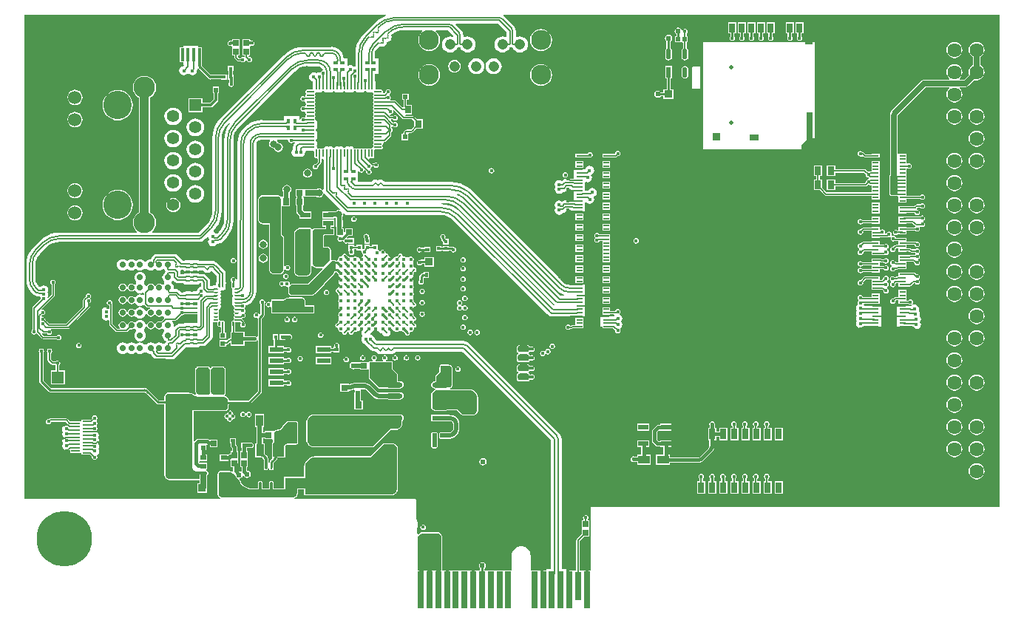
<source format=gtl>
G04*
G04 #@! TF.GenerationSoftware,Altium Limited,Altium Designer,24.4.1 (13)*
G04*
G04 Layer_Physical_Order=1*
G04 Layer_Color=255*
%FSLAX44Y44*%
%MOMM*%
G71*
G04*
G04 #@! TF.SameCoordinates,03FE6816-4A6D-4829-BFD7-AFDAA43F001A*
G04*
G04*
G04 #@! TF.FilePolarity,Positive*
G04*
G01*
G75*
%ADD11C,0.2540*%
%ADD16C,0.1524*%
%ADD17C,0.1270*%
%ADD23R,0.7000X0.2000*%
%ADD24R,0.7112X4.1910*%
%ADD25R,0.7112X3.3000*%
%ADD26O,0.2000X0.9500*%
%ADD27O,0.9500X0.2000*%
%ADD28R,6.2000X6.2000*%
%ADD29R,1.5500X0.6000*%
%ADD30R,1.4562X1.3781*%
G04:AMPARAMS|DCode=31|XSize=1.9296mm|YSize=0.6121mm|CornerRadius=0.3061mm|HoleSize=0mm|Usage=FLASHONLY|Rotation=180.000|XOffset=0mm|YOffset=0mm|HoleType=Round|Shape=RoundedRectangle|*
%AMROUNDEDRECTD31*
21,1,1.9296,0.0000,0,0,180.0*
21,1,1.3175,0.6121,0,0,180.0*
1,1,0.6121,-0.6588,0.0000*
1,1,0.6121,0.6588,0.0000*
1,1,0.6121,0.6588,0.0000*
1,1,0.6121,-0.6588,0.0000*
%
%ADD31ROUNDEDRECTD31*%
%ADD32R,1.9296X0.6121*%
%ADD33R,0.6500X0.7000*%
%ADD34R,0.7600X1.2500*%
%ADD35R,0.5000X0.4000*%
%ADD36R,0.7500X1.0000*%
%ADD37R,0.9000X0.8000*%
%ADD38R,0.5100X0.4000*%
%ADD39R,1.1500X0.6000*%
%ADD40R,1.4000X0.9500*%
%ADD41R,0.5500X0.5500*%
%ADD42R,2.8500X1.4000*%
%ADD43R,0.9582X1.0061*%
%ADD44R,1.3781X1.4562*%
%ADD45C,0.1800*%
G04:AMPARAMS|DCode=46|XSize=0.2mm|YSize=0.5mm|CornerRadius=0.05mm|HoleSize=0mm|Usage=FLASHONLY|Rotation=180.000|XOffset=0mm|YOffset=0mm|HoleType=Round|Shape=RoundedRectangle|*
%AMROUNDEDRECTD46*
21,1,0.2000,0.4000,0,0,180.0*
21,1,0.1000,0.5000,0,0,180.0*
1,1,0.1000,-0.0500,0.2000*
1,1,0.1000,0.0500,0.2000*
1,1,0.1000,0.0500,-0.2000*
1,1,0.1000,-0.0500,-0.2000*
%
%ADD46ROUNDEDRECTD46*%
G04:AMPARAMS|DCode=47|XSize=0.5mm|YSize=0.2mm|CornerRadius=0.05mm|HoleSize=0mm|Usage=FLASHONLY|Rotation=180.000|XOffset=0mm|YOffset=0mm|HoleType=Round|Shape=RoundedRectangle|*
%AMROUNDEDRECTD47*
21,1,0.5000,0.1000,0,0,180.0*
21,1,0.4000,0.2000,0,0,180.0*
1,1,0.1000,-0.2000,0.0500*
1,1,0.1000,0.2000,0.0500*
1,1,0.1000,0.2000,-0.0500*
1,1,0.1000,-0.2000,-0.0500*
%
%ADD47ROUNDEDRECTD47*%
G04:AMPARAMS|DCode=48|XSize=0.565mm|YSize=0.2mm|CornerRadius=0.05mm|HoleSize=0mm|Usage=FLASHONLY|Rotation=0.000|XOffset=0mm|YOffset=0mm|HoleType=Round|Shape=RoundedRectangle|*
%AMROUNDEDRECTD48*
21,1,0.5650,0.1000,0,0,0.0*
21,1,0.4650,0.2000,0,0,0.0*
1,1,0.1000,0.2325,-0.0500*
1,1,0.1000,-0.2325,-0.0500*
1,1,0.1000,-0.2325,0.0500*
1,1,0.1000,0.2325,0.0500*
%
%ADD48ROUNDEDRECTD48*%
%ADD49R,1.0000X0.2300*%
%ADD50R,0.8500X0.2300*%
%ADD51R,0.7000X0.6500*%
%ADD52R,0.7000X0.2000*%
G04:AMPARAMS|DCode=53|XSize=0.762mm|YSize=1.27mm|CornerRadius=0.1905mm|HoleSize=0mm|Usage=FLASHONLY|Rotation=90.000|XOffset=0mm|YOffset=0mm|HoleType=Round|Shape=RoundedRectangle|*
%AMROUNDEDRECTD53*
21,1,0.7620,0.8890,0,0,90.0*
21,1,0.3810,1.2700,0,0,90.0*
1,1,0.3810,0.4445,0.1905*
1,1,0.3810,0.4445,-0.1905*
1,1,0.3810,-0.4445,-0.1905*
1,1,0.3810,-0.4445,0.1905*
%
%ADD53ROUNDEDRECTD53*%
%ADD54R,0.9000X0.9300*%
%ADD55R,1.0500X0.7800*%
%ADD56R,1.1400X1.8300*%
%ADD57R,0.7000X3.3000*%
%ADD58R,0.8600X2.8000*%
%ADD59R,0.7000X1.1000*%
%ADD60R,0.8000X0.5500*%
G04:AMPARAMS|DCode=61|XSize=1.2196mm|YSize=0.5885mm|CornerRadius=0.2942mm|HoleSize=0mm|Usage=FLASHONLY|Rotation=90.000|XOffset=0mm|YOffset=0mm|HoleType=Round|Shape=RoundedRectangle|*
%AMROUNDEDRECTD61*
21,1,1.2196,0.0000,0,0,90.0*
21,1,0.6311,0.5885,0,0,90.0*
1,1,0.5885,0.0000,0.3156*
1,1,0.5885,0.0000,-0.3156*
1,1,0.5885,0.0000,-0.3156*
1,1,0.5885,0.0000,0.3156*
%
%ADD61ROUNDEDRECTD61*%
%ADD62R,0.5885X1.2196*%
%ADD63R,0.5153X0.4725*%
%ADD64R,0.9051X0.9062*%
%ADD65C,0.4500*%
%ADD66R,2.7000X0.8000*%
%ADD67R,0.4500X0.4500*%
%ADD68R,0.4000X0.5000*%
%ADD69R,0.9500X1.4500*%
%ADD70R,0.4500X0.4500*%
%ADD71R,0.7200X0.7200*%
%ADD72R,0.2925X0.5561*%
%ADD73R,0.6500X0.6500*%
G04:AMPARAMS|DCode=74|XSize=0.5561mm|YSize=0.2925mm|CornerRadius=0.1462mm|HoleSize=0mm|Usage=FLASHONLY|Rotation=270.000|XOffset=0mm|YOffset=0mm|HoleType=Round|Shape=RoundedRectangle|*
%AMROUNDEDRECTD74*
21,1,0.5561,0.0000,0,0,270.0*
21,1,0.2636,0.2925,0,0,270.0*
1,1,0.2925,0.0000,-0.1318*
1,1,0.2925,0.0000,0.1318*
1,1,0.2925,0.0000,0.1318*
1,1,0.2925,0.0000,-0.1318*
%
%ADD74ROUNDEDRECTD74*%
%ADD75R,7.5000X1.8000*%
%ADD76R,0.7000X1.3000*%
%ADD77R,0.9062X0.9051*%
%ADD78R,0.4000X1.5000*%
%ADD79R,0.8000X0.9000*%
%ADD80R,0.5200X0.5200*%
G04:AMPARAMS|DCode=81|XSize=0.55mm|YSize=0.5mm|CornerRadius=0.0625mm|HoleSize=0mm|Usage=FLASHONLY|Rotation=270.000|XOffset=0mm|YOffset=0mm|HoleType=Round|Shape=RoundedRectangle|*
%AMROUNDEDRECTD81*
21,1,0.5500,0.3750,0,0,270.0*
21,1,0.4250,0.5000,0,0,270.0*
1,1,0.1250,-0.1875,-0.2125*
1,1,0.1250,-0.1875,0.2125*
1,1,0.1250,0.1875,0.2125*
1,1,0.1250,0.1875,-0.2125*
%
%ADD81ROUNDEDRECTD81*%
%ADD82R,0.6682X0.6725*%
%ADD83R,0.6000X0.5500*%
%ADD84R,0.7581X0.8121*%
%ADD85R,0.7121X0.7811*%
%ADD86R,0.8065X1.3082*%
%ADD87R,0.4725X0.4682*%
%ADD88R,0.7500X0.9000*%
%ADD89R,1.2000X3.7000*%
%ADD99R,2.7100X3.3500*%
G04:AMPARAMS|DCode=106|XSize=1.2mm|YSize=3.2mm|CornerRadius=0.048mm|HoleSize=0mm|Usage=FLASHONLY|Rotation=180.000|XOffset=0mm|YOffset=0mm|HoleType=Round|Shape=RoundedRectangle|*
%AMROUNDEDRECTD106*
21,1,1.2000,3.1040,0,0,180.0*
21,1,1.1040,3.2000,0,0,180.0*
1,1,0.0960,-0.5520,1.5520*
1,1,0.0960,0.5520,1.5520*
1,1,0.0960,0.5520,-1.5520*
1,1,0.0960,-0.5520,-1.5520*
%
%ADD106ROUNDEDRECTD106*%
G04:AMPARAMS|DCode=107|XSize=0.565mm|YSize=0.4mm|CornerRadius=0.05mm|HoleSize=0mm|Usage=FLASHONLY|Rotation=0.000|XOffset=0mm|YOffset=0mm|HoleType=Round|Shape=RoundedRectangle|*
%AMROUNDEDRECTD107*
21,1,0.5650,0.3000,0,0,0.0*
21,1,0.4650,0.4000,0,0,0.0*
1,1,0.1000,0.2325,-0.1500*
1,1,0.1000,-0.2325,-0.1500*
1,1,0.1000,-0.2325,0.1500*
1,1,0.1000,0.2325,0.1500*
%
%ADD107ROUNDEDRECTD107*%
%ADD125R,1.7000X1.1000*%
G04:AMPARAMS|DCode=130|XSize=1.5mm|YSize=2.55mm|CornerRadius=0.75mm|HoleSize=0mm|Usage=FLASHONLY|Rotation=270.000|XOffset=0mm|YOffset=0mm|HoleType=Round|Shape=RoundedRectangle|*
%AMROUNDEDRECTD130*
21,1,1.5000,1.0500,0,0,270.0*
21,1,0.0000,2.5500,0,0,270.0*
1,1,1.5000,-0.5250,0.0000*
1,1,1.5000,-0.5250,0.0000*
1,1,1.5000,0.5250,0.0000*
1,1,1.5000,0.5250,0.0000*
%
%ADD130ROUNDEDRECTD130*%
%ADD140C,0.5000*%
%ADD141C,0.3810*%
%ADD142C,0.6350*%
%ADD143C,0.5080*%
%ADD144C,0.3048*%
%ADD145C,0.2032*%
%ADD146C,0.1778*%
%ADD147C,1.0160*%
%ADD148R,1.4000X0.7500*%
%ADD149R,0.3000X0.7000*%
%ADD150R,2.7000X1.2000*%
%ADD151O,2.0000X0.9144*%
%ADD152C,1.2080*%
%ADD153C,2.3000*%
%ADD154C,6.3500*%
%ADD155C,0.7000*%
%ADD156C,1.6200*%
%ADD157C,1.5300*%
%ADD158C,1.3980*%
%ADD159O,1.4000X1.9500*%
%ADD160R,1.3980X1.3980*%
%ADD161C,2.4450*%
%ADD162C,3.2500*%
%ADD163C,2.7000*%
%ADD164C,0.4064*%
%ADD165C,0.5080*%
%ADD166C,0.6096*%
%ADD167C,0.8128*%
%ADD168C,0.3048*%
%ADD169C,2.0320*%
G36*
X393832Y561082D02*
X395171Y560187D01*
X396750Y559873D01*
X398330Y560187D01*
X398750Y560468D01*
X399171Y560187D01*
X400750Y559873D01*
X401199Y559962D01*
X402296Y558945D01*
Y558453D01*
X401851Y557787D01*
X401694Y557000D01*
X401851Y556213D01*
X402296Y555546D01*
Y554453D01*
X401851Y553787D01*
X401694Y553000D01*
X401851Y552213D01*
X402296Y551547D01*
Y550453D01*
X401851Y549787D01*
X401694Y549000D01*
X401851Y548213D01*
X402296Y547547D01*
Y546453D01*
X401851Y545787D01*
X401694Y545000D01*
X401851Y544213D01*
X402296Y543546D01*
Y542453D01*
X401851Y541787D01*
X401694Y541000D01*
X401851Y540213D01*
X402296Y539547D01*
Y538453D01*
X401851Y537787D01*
X401694Y537000D01*
X401851Y536213D01*
X402296Y535546D01*
Y534453D01*
X401851Y533787D01*
X401694Y533000D01*
X401851Y532213D01*
X402296Y531547D01*
Y530453D01*
X401851Y529787D01*
X401694Y529000D01*
X401851Y528213D01*
X402296Y527547D01*
Y526453D01*
X401851Y525787D01*
X401694Y525000D01*
X401851Y524213D01*
X402296Y523546D01*
Y522453D01*
X401851Y521787D01*
X401694Y521000D01*
X401851Y520213D01*
X402296Y519547D01*
Y518453D01*
X401851Y517787D01*
X401694Y517000D01*
X401851Y516213D01*
X402296Y515546D01*
Y514453D01*
X401851Y513787D01*
X401694Y513000D01*
X401851Y512213D01*
X402296Y511547D01*
Y510453D01*
X401851Y509787D01*
X401694Y509000D01*
X401851Y508213D01*
X402296Y507547D01*
Y506453D01*
X401851Y505787D01*
X401694Y505000D01*
X401851Y504213D01*
X402296Y503546D01*
Y502453D01*
X401851Y501787D01*
X401694Y501000D01*
X401851Y500213D01*
X402296Y499547D01*
Y498453D01*
X401851Y497787D01*
X401694Y497000D01*
X400750Y496055D01*
X399963Y495899D01*
X399296Y495453D01*
X398203D01*
X397537Y495899D01*
X396750Y496055D01*
X395963Y495899D01*
X395297Y495453D01*
X394203D01*
X393537Y495899D01*
X392750Y496055D01*
X391963Y495899D01*
X391297Y495453D01*
X390203D01*
X389537Y495899D01*
X388750Y496055D01*
X387963Y495899D01*
X387296Y495453D01*
X386203D01*
X385537Y495899D01*
X384750Y496055D01*
X383963Y495899D01*
X383297Y495453D01*
X382203D01*
X381537Y495899D01*
X380750Y496055D01*
X380304Y495967D01*
X379668Y496918D01*
X378329Y497813D01*
X376750Y498127D01*
X375171Y497813D01*
X374750Y497532D01*
X374329Y497813D01*
X372750Y498127D01*
X371171Y497813D01*
X369832Y496918D01*
X369431Y496318D01*
X368069D01*
X367668Y496918D01*
X366329Y497813D01*
X364750Y498127D01*
X363171Y497813D01*
X362750Y497532D01*
X362329Y497813D01*
X360750Y498127D01*
X359171Y497813D01*
X357832Y496918D01*
X357431Y496318D01*
X356069D01*
X355668Y496918D01*
X354329Y497813D01*
X352750Y498127D01*
X351171Y497813D01*
X350750Y497532D01*
X350329Y497813D01*
X348750Y498127D01*
X347171Y497813D01*
X345832Y496918D01*
X345196Y495967D01*
X344750Y496055D01*
X343963Y495899D01*
X343297Y495453D01*
X342203D01*
X341537Y495899D01*
X340750Y496055D01*
X339963Y495899D01*
X339296Y495453D01*
X338805D01*
X337788Y496551D01*
X337877Y497000D01*
X337563Y498579D01*
X337282Y499000D01*
X337563Y499421D01*
X337877Y501000D01*
X337563Y502579D01*
X336668Y503918D01*
X336068Y504319D01*
Y505681D01*
X336668Y506082D01*
X337563Y507421D01*
X337877Y509000D01*
X337563Y510579D01*
X337282Y511000D01*
X337563Y511421D01*
X337877Y513000D01*
X337563Y514579D01*
X336668Y515918D01*
X336068Y516319D01*
Y517681D01*
X336668Y518082D01*
X337563Y519421D01*
X337877Y521000D01*
X337563Y522579D01*
X337282Y523000D01*
X337563Y523420D01*
X337877Y525000D01*
X337563Y526579D01*
X336668Y527918D01*
X335717Y528554D01*
X335806Y529000D01*
X335649Y529787D01*
X335204Y530453D01*
Y531547D01*
X335649Y532213D01*
X335806Y533000D01*
X335649Y533787D01*
X335204Y534454D01*
Y535547D01*
X335649Y536213D01*
X335806Y537000D01*
X335649Y537787D01*
X335204Y538453D01*
Y539547D01*
X335649Y540213D01*
X335806Y541000D01*
X335649Y541787D01*
X335204Y542453D01*
Y543547D01*
X335649Y544213D01*
X335806Y545000D01*
X335649Y545787D01*
X335204Y546454D01*
Y547547D01*
X335649Y548213D01*
X335806Y549000D01*
X335649Y549787D01*
X335204Y550453D01*
Y551547D01*
X335649Y552213D01*
X335806Y553000D01*
X335649Y553787D01*
X335204Y554454D01*
Y555547D01*
X335649Y556213D01*
X335806Y557000D01*
X335649Y557787D01*
X335204Y558453D01*
X335268Y558901D01*
X336601Y559902D01*
X336750Y559873D01*
X338329Y560187D01*
X338750Y560468D01*
X339170Y560187D01*
X340750Y559873D01*
X342329Y560187D01*
X343668Y561082D01*
X344069Y561682D01*
X345431D01*
X345832Y561082D01*
X347171Y560187D01*
X348750Y559873D01*
X350329Y560187D01*
X350750Y560468D01*
X351171Y560187D01*
X352750Y559873D01*
X354329Y560187D01*
X355668Y561082D01*
X356069Y561682D01*
X357431D01*
X357832Y561082D01*
X359171Y560187D01*
X360750Y559873D01*
X362329Y560187D01*
X362750Y560468D01*
X363171Y560187D01*
X364750Y559873D01*
X366329Y560187D01*
X367668Y561082D01*
X368069Y561682D01*
X369431D01*
X369832Y561082D01*
X371171Y560187D01*
X372750Y559873D01*
X374329Y560187D01*
X374750Y560468D01*
X375171Y560187D01*
X376750Y559873D01*
X378329Y560187D01*
X379668Y561082D01*
X380069Y561682D01*
X381431D01*
X381832Y561082D01*
X383171Y560187D01*
X384750Y559873D01*
X386329Y560187D01*
X386750Y560468D01*
X387170Y560187D01*
X388750Y559873D01*
X390329Y560187D01*
X391668Y561082D01*
X392069Y561682D01*
X393431D01*
X393832Y561082D01*
D02*
G37*
G36*
X237624Y524141D02*
X237325Y523792D01*
X234683Y519479D01*
X232747Y514807D01*
X231566Y509889D01*
X231170Y504847D01*
X231197D01*
Y414059D01*
X231224Y413924D01*
X230858Y410217D01*
X229738Y406522D01*
X227918Y403118D01*
X225557Y400241D01*
X225445Y400166D01*
X225443Y400163D01*
X225441Y400162D01*
X223232Y397953D01*
X221968Y398077D01*
X221663Y398534D01*
X219982Y399657D01*
X218999Y399853D01*
X218893Y400204D01*
X218842Y401453D01*
X222127Y405299D01*
X224769Y409611D01*
X226705Y414284D01*
X227886Y419202D01*
X228282Y424244D01*
X228255D01*
Y507603D01*
X228222Y507770D01*
X228622Y511835D01*
X229857Y515905D01*
X231862Y519656D01*
X234453Y522814D01*
X234595Y522908D01*
X236690Y525004D01*
X237624Y524141D01*
D02*
G37*
G36*
X356250Y397500D02*
X346500D01*
X346500Y397500D01*
X346110Y397462D01*
X345389Y397163D01*
X344837Y396611D01*
X344538Y395890D01*
X344500Y395500D01*
Y393047D01*
X344459D01*
Y388000D01*
Y381953D01*
X350414D01*
X352500Y379867D01*
Y367500D01*
X345000Y360000D01*
X336505D01*
X334668Y360761D01*
X333261Y362168D01*
X332500Y364005D01*
Y365000D01*
Y388000D01*
Y390497D01*
Y400000D01*
X332500Y400536D01*
X332782Y401570D01*
X333326Y402493D01*
X334095Y403241D01*
X334563Y403500D01*
X356250Y403500D01*
Y397500D01*
D02*
G37*
G36*
X318750Y403750D02*
X330000Y403750D01*
Y355000D01*
X330000Y355000D01*
X330000Y354005D01*
X329239Y352168D01*
X327832Y350761D01*
X325994Y350000D01*
X317500D01*
X316505Y350000D01*
X314668Y350761D01*
X313261Y352168D01*
X312500Y354005D01*
X312500Y355000D01*
Y397500D01*
X312500Y398743D01*
X313451Y401040D01*
X315210Y402799D01*
X317507Y403750D01*
X318750Y403750D01*
D02*
G37*
G36*
X242533Y341424D02*
X242674Y341283D01*
X242750Y341099D01*
X242750Y341000D01*
X242750Y341000D01*
Y337400D01*
X241850Y336500D01*
X241150D01*
X240967Y336576D01*
X240826Y336717D01*
X240750Y336900D01*
Y337000D01*
Y337000D01*
X240750Y341000D01*
X240750Y341099D01*
X240826Y341283D01*
X240967Y341424D01*
X241151Y341500D01*
X241250D01*
X241250Y341500D01*
X242250Y341500D01*
X242349Y341500D01*
X242533Y341424D01*
D02*
G37*
G36*
X248033Y335924D02*
X248174Y335783D01*
X248250Y335600D01*
X248250Y335500D01*
X248250Y334500D01*
X248250Y334500D01*
Y334401D01*
X248174Y334217D01*
X248033Y334076D01*
X247849Y334000D01*
X247750Y334000D01*
X243750D01*
X243750Y334000D01*
X243650D01*
X243467Y334076D01*
X243326Y334217D01*
X243250Y334401D01*
Y334500D01*
Y335100D01*
X244150Y336000D01*
X247750D01*
X247849Y336000D01*
X248033Y335924D01*
D02*
G37*
G36*
X359000Y366000D02*
Y358414D01*
X356586Y352586D01*
X335000Y330000D01*
X332000Y328000D01*
X308000D01*
X306000Y330000D01*
Y337000D01*
X309000Y340000D01*
X328000D01*
X355000Y367000D01*
X358000D01*
X359000Y366000D01*
D02*
G37*
G36*
X500233Y443135D02*
X504301Y440961D01*
X507708Y438165D01*
X507824Y437991D01*
X591915Y353900D01*
X591915Y353900D01*
X612479Y333336D01*
X612486Y333329D01*
X612474Y333308D01*
X612474Y333308D01*
X612477Y333305D01*
X613396Y332551D01*
X613422Y332529D01*
X613427Y332525D01*
X615559Y330776D01*
X619074Y328897D01*
X620515Y328460D01*
X620327Y327190D01*
X616711D01*
X508934Y434966D01*
X508050Y435879D01*
X508050Y435879D01*
X504359Y439031D01*
X500219Y441568D01*
X498017Y442480D01*
X498446Y443677D01*
X500233Y443135D01*
D02*
G37*
G36*
X484788Y433151D02*
Y433151D01*
X486027Y433076D01*
X488804Y432803D01*
X492666Y431631D01*
X496224Y429729D01*
X499207Y427281D01*
X499291Y427155D01*
X499295Y427153D01*
X499303Y427147D01*
X499311Y427135D01*
X607785Y318662D01*
X608677Y317757D01*
X608677Y317757D01*
X609374Y317223D01*
X609077Y315849D01*
X608797Y315784D01*
X502090Y422491D01*
X502090Y422491D01*
X502108Y422509D01*
X498264Y425791D01*
X493953Y428433D01*
X489281Y430368D01*
X484365Y431549D01*
X480136Y431881D01*
X480186Y433151D01*
X483538D01*
X484788Y433151D01*
D02*
G37*
G36*
X247750Y300000D02*
X247849Y300000D01*
X248033Y299924D01*
X248174Y299783D01*
X248250Y299599D01*
Y299500D01*
X248250D01*
X248250Y298500D01*
X248250Y298400D01*
X248174Y298217D01*
X248033Y298076D01*
X247849Y298000D01*
X247750Y298000D01*
X247750Y298000D01*
X244150D01*
X243250Y298900D01*
Y299500D01*
Y299599D01*
X243326Y299783D01*
X243467Y299924D01*
X243650Y300000D01*
X243750D01*
X243750Y300000D01*
X247750Y300000D01*
D02*
G37*
G36*
X242750Y296600D02*
Y293000D01*
X242750D01*
X242750Y292901D01*
X242674Y292717D01*
X242533Y292576D01*
X242349Y292500D01*
X242250Y292500D01*
X241250Y292500D01*
X241250Y292500D01*
X241151D01*
X240967Y292576D01*
X240826Y292717D01*
X240750Y292901D01*
X240750Y293000D01*
X240750Y297000D01*
Y297099D01*
X240826Y297283D01*
X240967Y297424D01*
X241150Y297500D01*
X241250D01*
X241850Y297500D01*
X242750Y296600D01*
D02*
G37*
G36*
X416613Y649000D02*
X416941Y647788D01*
X414641Y646835D01*
X413723Y646482D01*
X413555Y646458D01*
X413490Y646456D01*
X413461Y646444D01*
X412338Y645851D01*
X411933Y645683D01*
X407621Y643041D01*
X404722Y640565D01*
X403775Y639756D01*
X403794Y639737D01*
X403794Y639737D01*
X391790Y627732D01*
X390903Y626846D01*
X390884Y626865D01*
X390075Y625918D01*
X390075Y625918D01*
X387599Y623019D01*
X384957Y618707D01*
X383021Y614034D01*
X381840Y609116D01*
X381444Y604075D01*
X381471D01*
Y589648D01*
X381343Y589543D01*
X379987Y589274D01*
X379603Y589847D01*
X377923Y590970D01*
X375941Y591365D01*
X373959Y590970D01*
X373432Y590618D01*
X372162Y591297D01*
Y599048D01*
X367929D01*
X367564Y601818D01*
X366174Y605174D01*
X363962Y608056D01*
X361080Y610268D01*
X357724Y611658D01*
X354122Y612132D01*
Y612085D01*
X322179D01*
Y612112D01*
X317137Y611716D01*
X312219Y610535D01*
X307547Y608600D01*
X303235Y605957D01*
X299389Y602672D01*
X299408Y602653D01*
X228027Y531272D01*
X227110Y530393D01*
X223825Y526548D01*
X221182Y522235D01*
X219247Y517563D01*
X218066Y512645D01*
X217670Y507603D01*
X217697D01*
Y424244D01*
X217730Y424077D01*
X217330Y420011D01*
X216095Y415941D01*
X214090Y412191D01*
X211499Y409033D01*
X211357Y408938D01*
X201924Y399505D01*
X149137D01*
X148729Y400708D01*
X149444Y401256D01*
X151566Y404022D01*
X152900Y407243D01*
X153355Y410700D01*
X152900Y414157D01*
X151566Y417378D01*
X149444Y420144D01*
X146678Y422266D01*
X146215Y422457D01*
Y553843D01*
X146678Y554034D01*
X149444Y556156D01*
X151566Y558922D01*
X152900Y562143D01*
X153355Y565600D01*
X152900Y569057D01*
X151566Y572278D01*
X149444Y575044D01*
X146678Y577166D01*
X143457Y578500D01*
X140000Y578955D01*
X136543Y578500D01*
X133322Y577166D01*
X130556Y575044D01*
X128434Y572278D01*
X127100Y569057D01*
X126645Y565600D01*
X127100Y562143D01*
X128434Y558922D01*
X130556Y556156D01*
X133322Y554034D01*
X133785Y553843D01*
Y422457D01*
X133322Y422266D01*
X130556Y420144D01*
X128434Y417378D01*
X127100Y414157D01*
X126645Y410700D01*
X127100Y407243D01*
X128434Y404022D01*
X130556Y401256D01*
X131271Y400708D01*
X130863Y399505D01*
X43044D01*
Y399532D01*
X38002Y399136D01*
X33084Y397955D01*
X28411Y396020D01*
X24099Y393377D01*
X21200Y390901D01*
X20253Y390092D01*
X19375Y389175D01*
X12712Y382512D01*
X12703Y382521D01*
X9907Y379248D01*
X7658Y375578D01*
X6982Y373944D01*
D01*
X6271Y372230D01*
X6011Y371601D01*
X5006Y367415D01*
X4668Y363124D01*
X4681D01*
Y345166D01*
X4661D01*
X5029Y341423D01*
X6121Y337823D01*
X7894Y334506D01*
X9498Y332552D01*
X10280Y331598D01*
X10281Y331598D01*
X10295Y331612D01*
X13552Y328355D01*
X13638Y328298D01*
X15082Y327190D01*
X15206Y327095D01*
X17152Y326289D01*
X19194Y326020D01*
X19240Y326011D01*
X20471D01*
X21088Y325088D01*
X21462Y324837D01*
X21471Y323468D01*
X12127Y314123D01*
X11705Y313493D01*
X11558Y312750D01*
Y288118D01*
X11302Y287948D01*
X10629Y286939D01*
X10392Y285750D01*
X10629Y284561D01*
X11302Y283552D01*
X12311Y282879D01*
X13500Y282642D01*
X14689Y282879D01*
X15697Y283552D01*
X15790Y283691D01*
X17054Y283815D01*
X22810Y278060D01*
X23356Y277695D01*
X24000Y277567D01*
X39209D01*
X39553Y277052D01*
X40561Y276379D01*
X41750Y276142D01*
X42939Y276379D01*
X43948Y277052D01*
X44621Y278061D01*
X44858Y279250D01*
X44621Y280439D01*
X43948Y281448D01*
X42939Y282121D01*
X41750Y282358D01*
X40561Y282121D01*
X39553Y281448D01*
X39209Y280933D01*
X24697D01*
X22423Y283208D01*
X23232Y284195D01*
X23606Y283945D01*
X24250Y283817D01*
X28379D01*
X28723Y283302D01*
X29731Y282629D01*
X30920Y282392D01*
X32109Y282629D01*
X33117Y283302D01*
X33791Y284311D01*
X34028Y285500D01*
X33791Y286689D01*
X33117Y287698D01*
X32849Y287877D01*
X33235Y289147D01*
X52052D01*
Y289122D01*
X53192Y289348D01*
X54145Y289986D01*
X54135Y289996D01*
X54136Y290007D01*
X76575Y312447D01*
X76592Y312448D01*
X76599Y312441D01*
X77232Y313388D01*
X77458Y314528D01*
X77433D01*
X77433Y314528D01*
Y318709D01*
X77948Y319053D01*
X78621Y320061D01*
X78858Y321250D01*
X78621Y322439D01*
X77948Y323447D01*
Y324303D01*
X78621Y325311D01*
X78858Y326500D01*
X78621Y327689D01*
X77948Y328698D01*
X76939Y329371D01*
X75750Y329608D01*
X74561Y329371D01*
X73552Y328698D01*
X72879Y327689D01*
X72642Y326500D01*
X72763Y325894D01*
X70310Y323440D01*
X69945Y322894D01*
X69817Y322250D01*
Y314926D01*
X69705Y314655D01*
X49961Y294911D01*
X49690Y294799D01*
X31368D01*
X31098Y294911D01*
X28168Y297841D01*
X27362Y298647D01*
X27362Y298741D01*
X27346Y298766D01*
D01*
X27318Y298784D01*
X27010Y299169D01*
X26555Y299736D01*
X26608Y300000D01*
X26371Y301189D01*
X25698Y302197D01*
X24689Y302871D01*
X23500Y303108D01*
X22739Y302956D01*
X22607Y303022D01*
X22238Y304040D01*
X23105Y304971D01*
X23500Y304892D01*
X24689Y305129D01*
X25698Y305802D01*
X26371Y306811D01*
X26608Y308000D01*
X26371Y309189D01*
X25698Y310198D01*
X24689Y310871D01*
X23500Y311108D01*
X22919Y310992D01*
X22293Y312162D01*
X36440Y326310D01*
X36805Y326856D01*
X36933Y327500D01*
Y339959D01*
X37448Y340303D01*
X38121Y341311D01*
X38358Y342500D01*
X38121Y343689D01*
X37448Y344697D01*
X36439Y345371D01*
X35250Y345608D01*
X34061Y345371D01*
X33052Y344697D01*
X32379Y343689D01*
X32142Y342500D01*
X32379Y341311D01*
X33052Y340303D01*
X33567Y339959D01*
Y328197D01*
X29887Y324518D01*
X29721Y324507D01*
X28546Y324972D01*
X28521Y325250D01*
X29535Y326768D01*
X29929Y328750D01*
X29535Y330732D01*
X29162Y331290D01*
X29535Y331848D01*
X29929Y333830D01*
X29535Y335812D01*
X28412Y337492D01*
X26732Y338615D01*
X24750Y339010D01*
X22768Y338615D01*
X21088Y337492D01*
X19475Y337365D01*
X18654Y338186D01*
X18649Y338188D01*
X18647Y338192D01*
X18534Y338268D01*
X16762Y340577D01*
X15593Y343400D01*
X15212Y346292D01*
X15239Y346428D01*
Y363124D01*
X15222Y363213D01*
X15537Y366419D01*
X16498Y369587D01*
X18059Y372506D01*
X20099Y374992D01*
X20111Y375000D01*
X20172Y375041D01*
X20174Y375044D01*
X20178Y375047D01*
X27738Y382607D01*
X27833Y382749D01*
X30991Y385340D01*
X34741Y387345D01*
X38811Y388580D01*
X42877Y388980D01*
X43044Y388947D01*
X202953D01*
X203000Y388956D01*
X205042Y389225D01*
X206989Y390031D01*
X208589Y391259D01*
X208641Y391294D01*
X208641Y391294D01*
X208652Y391301D01*
X209540Y392190D01*
X211641Y394291D01*
X213019Y393873D01*
X213215Y392890D01*
X213852Y391936D01*
X213215Y390982D01*
X212820Y389000D01*
X213215Y387018D01*
X214338Y385337D01*
X216018Y384215D01*
X218000Y383820D01*
X219982Y384215D01*
X221663Y385337D01*
X222544Y386657D01*
X223523D01*
X223570Y386666D01*
X225612Y386935D01*
X227558Y387741D01*
X229159Y388969D01*
X229211Y389004D01*
X229212Y389004D01*
X229222Y389011D01*
X230110Y389900D01*
X233799Y393588D01*
X233807Y393580D01*
X234600Y394508D01*
X234612Y394522D01*
X234612Y394522D01*
X236577Y396823D01*
X238805Y400459D01*
X240437Y404398D01*
X241432Y408545D01*
X241767Y412796D01*
X241755D01*
Y504847D01*
X241722Y505014D01*
X242122Y509079D01*
X243357Y513149D01*
X245362Y516900D01*
X247953Y520058D01*
X248095Y520152D01*
X312027Y584085D01*
X312027Y584085D01*
X312027Y584085D01*
X312957Y584905D01*
X315113Y586674D01*
X318670Y588575D01*
X321748Y589509D01*
X322961Y589788D01*
X322962Y589788D01*
X326393Y590126D01*
X326542Y590097D01*
X338335D01*
X338342Y590098D01*
X338656Y590057D01*
X339833Y589902D01*
D01*
X341025Y589472D01*
X341666Y589207D01*
X342933Y588234D01*
D01*
X343703Y587291D01*
X344104Y586768D01*
X344351Y586173D01*
X343752Y585053D01*
X343733Y585050D01*
X342725Y584376D01*
X342051Y583368D01*
X341269Y582845D01*
X339945Y583109D01*
X337963Y582715D01*
X336788Y581930D01*
X335614Y582715D01*
X333632Y583109D01*
X331650Y582715D01*
X329969Y581592D01*
X328847Y579911D01*
X328452Y577929D01*
X328847Y575947D01*
X329969Y574267D01*
X331650Y573144D01*
X332900Y572895D01*
X332623Y571500D01*
Y564000D01*
X331848Y563055D01*
X326250D01*
X325463Y562899D01*
X324796Y562453D01*
X324351Y561787D01*
X324194Y561000D01*
X324351Y560213D01*
X324796Y559547D01*
Y558453D01*
X324351Y557787D01*
X324194Y557000D01*
X324351Y556213D01*
X324352Y556212D01*
X324341Y556179D01*
X323445Y555283D01*
X322939Y555621D01*
X321750Y555858D01*
X320561Y555621D01*
X319552Y554948D01*
X318879Y553939D01*
X318642Y552750D01*
X318879Y551561D01*
X319552Y550552D01*
X320561Y549879D01*
X321750Y549642D01*
X322939Y549879D01*
X323095Y549983D01*
X324238Y549219D01*
X324194Y549000D01*
X324351Y548213D01*
X324796Y547547D01*
Y546453D01*
X324351Y545787D01*
X324194Y545000D01*
X324296Y544492D01*
X323590Y543820D01*
X323266Y543653D01*
X322939Y543871D01*
X321750Y544108D01*
X320561Y543871D01*
X319552Y543198D01*
X318879Y542189D01*
X318642Y541000D01*
X318879Y539811D01*
X319552Y538802D01*
X320561Y538129D01*
X321750Y537892D01*
X322939Y538129D01*
X323266Y538347D01*
X323590Y538180D01*
X324296Y537508D01*
X324194Y537000D01*
X324351Y536213D01*
X324796Y535546D01*
Y534453D01*
X324351Y533787D01*
X324194Y533000D01*
X324314Y532397D01*
X323895Y531932D01*
X323285Y531557D01*
X323189Y531621D01*
X322000Y531858D01*
X320811Y531621D01*
X319802Y530947D01*
X319129Y529939D01*
X319121Y529900D01*
X317662Y529073D01*
X317548Y529114D01*
Y532548D01*
X299452D01*
Y528279D01*
X274925D01*
X274925Y528279D01*
Y528295D01*
X270463Y527944D01*
X266112Y526899D01*
X261977Y525187D01*
X258161Y522848D01*
X254758Y519942D01*
X254758Y519942D01*
X253854Y519061D01*
X253841Y519074D01*
X250672Y515213D01*
X248318Y510808D01*
X246868Y506029D01*
X246501Y502299D01*
X246379Y501059D01*
X246430D01*
Y488471D01*
X246424Y488444D01*
X246348Y346022D01*
X245078Y345898D01*
X244871Y346939D01*
X244198Y347948D01*
X243189Y348621D01*
X242000Y348858D01*
X240811Y348621D01*
X239802Y347948D01*
X239129Y346939D01*
X238892Y345750D01*
X239129Y344561D01*
X239802Y343553D01*
X239937Y343462D01*
Y341831D01*
X239810Y341704D01*
X239734Y341521D01*
X239734Y341302D01*
X239650Y341100D01*
X239650Y341000D01*
X239650Y341000D01*
X239650Y341000D01*
X239650Y336900D01*
X239726Y336717D01*
X239726Y336717D01*
X239727Y336716D01*
X239734Y336698D01*
X239734Y336480D01*
X239810Y336296D01*
X239951Y336155D01*
Y336155D01*
X239965Y336141D01*
X240049Y335939D01*
X240189Y335799D01*
X240189Y335798D01*
X240274Y335763D01*
X240142Y335100D01*
Y334401D01*
X240142Y334401D01*
X240142Y334401D01*
Y334401D01*
X240252Y333851D01*
X240379Y333212D01*
X240379Y333211D01*
X240379Y333211D01*
X240379Y333211D01*
X240455Y333028D01*
X240455Y333028D01*
X240455Y333027D01*
X240479Y332991D01*
X240408Y332884D01*
X240133Y331500D01*
Y330500D01*
X240408Y329116D01*
X241192Y327942D01*
X241489Y327744D01*
Y326256D01*
X241192Y326058D01*
X240408Y324884D01*
X240133Y323500D01*
Y322500D01*
X240408Y321116D01*
X240485Y321000D01*
X240408Y320884D01*
X240133Y319500D01*
Y318500D01*
X240408Y317116D01*
X241192Y315942D01*
X242109Y315329D01*
Y314500D01*
X242590Y313340D01*
X242590Y312660D01*
X242109Y311500D01*
Y310500D01*
X242590Y309340D01*
X242590Y308660D01*
X242109Y307500D01*
Y306500D01*
X242590Y305340D01*
X242590Y304660D01*
X242109Y303500D01*
Y302500D01*
X242344Y301933D01*
X242553Y301189D01*
X242310Y300204D01*
X242234Y300020D01*
X242234Y299802D01*
X242227Y299783D01*
X241776Y298974D01*
X240967Y298524D01*
X240948Y298516D01*
X240730Y298516D01*
X240546Y298440D01*
X240405Y298299D01*
X240405D01*
X240391Y298285D01*
X240189Y298202D01*
X240189Y298201D01*
X240049Y298061D01*
X240048Y298061D01*
X239965Y297859D01*
X239951Y297845D01*
Y297845D01*
X239810Y297704D01*
X239734Y297520D01*
X239734Y297302D01*
X239726Y297283D01*
X239726Y297283D01*
X239650Y297099D01*
X239650Y293000D01*
X239650Y293000D01*
X239650Y293000D01*
X239650Y292900D01*
X239678Y292833D01*
Y285797D01*
X238453D01*
Y279532D01*
X237611Y278683D01*
X236819Y278525D01*
X236146Y278076D01*
X236146Y278076D01*
X234693Y276623D01*
X233516Y276266D01*
Y276266D01*
X233516Y276266D01*
X225984D01*
Y268734D01*
X233516D01*
Y270437D01*
X234358Y271286D01*
X235151Y271444D01*
X235823Y271893D01*
X237280Y273350D01*
X238453Y272864D01*
Y269984D01*
X255047D01*
Y275022D01*
X265349D01*
X266000Y274892D01*
X267189Y275129D01*
X268197Y275802D01*
X268399Y276104D01*
X269669Y275719D01*
Y217965D01*
X258774Y207070D01*
X236921D01*
X236100Y208340D01*
Y208597D01*
X236016Y208799D01*
Y209018D01*
X235559Y210120D01*
X235405Y210275D01*
X235321Y210477D01*
X234477Y211321D01*
X234275Y211405D01*
X234120Y211559D01*
X233573Y211786D01*
X233461D01*
X233367Y211848D01*
X232216Y212078D01*
X232117Y212270D01*
X231911Y213527D01*
X232473Y214090D01*
X232557Y214292D01*
X232712Y214446D01*
X233016Y215181D01*
Y215400D01*
X233100Y215602D01*
X233100Y242597D01*
X233016Y242799D01*
Y243018D01*
X232559Y244120D01*
X232405Y244275D01*
X232321Y244477D01*
X231477Y245321D01*
X231275Y245404D01*
X231120Y245559D01*
X230575Y245785D01*
X230464D01*
X230371Y245847D01*
X229216Y246078D01*
X229105Y246056D01*
X229000Y246100D01*
X229000D01*
X229000Y246100D01*
X219000Y246100D01*
X218403Y246100D01*
X218201Y246016D01*
X217982D01*
X216880Y245559D01*
X216725Y245405D01*
X216523Y245321D01*
X216330Y245128D01*
X215500Y244592D01*
X214673Y245126D01*
X214661Y245137D01*
X214477Y245321D01*
X214275Y245404D01*
X214120Y245559D01*
X213575Y245785D01*
X213463D01*
X213370Y245847D01*
X212216Y246078D01*
X212105Y246056D01*
X212001Y246100D01*
X212000D01*
X212000Y246100D01*
X202000Y246100D01*
X201403Y246100D01*
X201201Y246016D01*
X200982D01*
X199880Y245559D01*
X199725Y245405D01*
X199523Y245321D01*
X198679Y244477D01*
X198595Y244275D01*
X198441Y244120D01*
X197984Y243018D01*
Y242799D01*
X197900Y242597D01*
X197900Y242000D01*
Y218000D01*
X197900Y217204D01*
X197984Y217002D01*
Y216784D01*
X198593Y215313D01*
X198748Y215159D01*
X198831Y214956D01*
X199025Y214763D01*
X198518Y213474D01*
X198011Y213455D01*
X197840Y213530D01*
X197075Y213962D01*
X196052Y214548D01*
X195989Y214555D01*
X195946Y214601D01*
X194466Y215247D01*
X194386Y215248D01*
X194324Y215298D01*
X192528Y215803D01*
X192449Y215794D01*
X192380Y215834D01*
X190771Y216056D01*
X190710Y216040D01*
X190652Y216066D01*
X189485Y216099D01*
X189469Y216093D01*
X189453Y216099D01*
X189448D01*
X189448Y216100D01*
X167204Y216100D01*
X167002Y216016D01*
X166784D01*
X165313Y215407D01*
X165159Y215252D01*
X164956Y215169D01*
X163831Y214043D01*
X163748Y213841D01*
X163593Y213687D01*
X162984Y212216D01*
Y211998D01*
X162900Y211796D01*
Y207309D01*
X156667D01*
X144063Y219913D01*
X144063Y219913D01*
X144086Y219953D01*
X144087Y219953D01*
X142511Y221006D01*
X140628Y221381D01*
Y221331D01*
X140628Y221331D01*
X32965D01*
X24331Y229965D01*
Y261752D01*
X24871Y262561D01*
X25108Y263750D01*
X24871Y264939D01*
X24197Y265947D01*
X23189Y266621D01*
X22000Y266858D01*
X20811Y266621D01*
X19803Y265947D01*
X19129Y264939D01*
X18892Y263750D01*
X19129Y262561D01*
X19669Y261752D01*
Y229000D01*
X19847Y228108D01*
X20352Y227352D01*
X30352Y217352D01*
X31108Y216847D01*
X32000Y216669D01*
X140556D01*
X140628Y216597D01*
X140724Y216558D01*
X141654Y215730D01*
D01*
D01*
X154054Y203330D01*
X154810Y202825D01*
X155702Y202647D01*
X161630D01*
X162900Y202647D01*
Y196000D01*
Y122000D01*
Y121005D01*
X162984Y120803D01*
Y120585D01*
X163745Y118747D01*
X163900Y118592D01*
X163984Y118390D01*
X165390Y116984D01*
X165592Y116900D01*
X165747Y116745D01*
X167585Y115984D01*
X167803D01*
X168005Y115900D01*
X169000D01*
X169000Y115900D01*
X203062Y115900D01*
Y112547D01*
X200464D01*
Y101453D01*
X211547D01*
Y108023D01*
X211608Y108329D01*
Y118734D01*
X212016D01*
Y121477D01*
X212319Y121569D01*
X212528Y121740D01*
X212778Y121844D01*
X212841Y121997D01*
X212970Y122103D01*
X212996Y122372D01*
X213100Y122621D01*
X213100Y124000D01*
X213100Y124398D01*
X213016Y124600D01*
X213016Y124819D01*
X212711Y125554D01*
X212557Y125708D01*
X212473Y125910D01*
X211913Y126470D01*
X211649Y126580D01*
X211423Y126754D01*
X210646Y126964D01*
X210815Y128234D01*
X212016D01*
Y135766D01*
X206443D01*
X206155Y135823D01*
X202981D01*
X202381Y136464D01*
X202932Y137734D01*
X212016D01*
Y145266D01*
X209978D01*
Y150142D01*
X210828Y151414D01*
X211144Y153000D01*
X210828Y154586D01*
X210669Y154824D01*
X211133Y156406D01*
X211671Y156369D01*
X211879Y156230D01*
X213019Y156003D01*
X214734D01*
Y153734D01*
X223766D01*
Y162266D01*
X214734D01*
X214734Y162266D01*
X213551Y162477D01*
X213140Y162752D01*
X212000Y162978D01*
X201232D01*
X200092Y162752D01*
X199126Y162106D01*
X197370Y160350D01*
X196100Y160876D01*
Y194900D01*
X232597D01*
X232799Y194984D01*
X233018D01*
X234120Y195441D01*
X234275Y195595D01*
X234477Y195679D01*
X235321Y196523D01*
X235405Y196725D01*
X235559Y196880D01*
X236016Y197982D01*
Y198201D01*
X236100Y198403D01*
X236100Y201510D01*
X236998Y202408D01*
X259739D01*
X260631Y202586D01*
X261387Y203091D01*
X273648Y215352D01*
X274153Y216108D01*
X274331Y217000D01*
Y301035D01*
X276648Y303352D01*
X277153Y304108D01*
X277331Y305000D01*
Y318002D01*
X277871Y318811D01*
X278108Y320000D01*
X277871Y321189D01*
X277197Y322197D01*
X276189Y322871D01*
X275000Y323108D01*
X273811Y322871D01*
X272803Y322197D01*
X272129Y321189D01*
X271892Y320000D01*
X272129Y318811D01*
X272669Y318002D01*
Y306787D01*
X272131Y306366D01*
X271900Y306334D01*
X270564Y306648D01*
X270198Y307197D01*
X269189Y307871D01*
X268000Y308108D01*
X266811Y307871D01*
X265802Y307197D01*
X265129Y306189D01*
X264892Y305000D01*
X265129Y303811D01*
X265802Y302803D01*
X266811Y302129D01*
X268000Y301892D01*
X268399Y301972D01*
X269663Y301043D01*
X269669Y301028D01*
Y280281D01*
X268399Y279896D01*
X268197Y280198D01*
X267189Y280871D01*
X266000Y281108D01*
X265349Y280978D01*
X255047D01*
Y285797D01*
X243822D01*
Y292833D01*
X243850Y292901D01*
X243850Y293000D01*
X243850Y293000D01*
Y295727D01*
X244089Y296661D01*
X245023Y296900D01*
X247750D01*
X247750Y296900D01*
X247849Y296900D01*
X248033Y296976D01*
X248033Y296976D01*
X248051Y296984D01*
X248270D01*
X248454Y297060D01*
X248534Y297140D01*
X249810Y297118D01*
X250557Y296244D01*
X250553Y296197D01*
X249879Y295189D01*
X249642Y294000D01*
X249879Y292811D01*
X250553Y291803D01*
X251561Y291129D01*
X252750Y290892D01*
X253939Y291129D01*
X254947Y291803D01*
X255621Y292811D01*
X255858Y294000D01*
X255621Y295189D01*
X254947Y296197D01*
X254419Y296550D01*
Y297014D01*
X254291Y297658D01*
X253926Y298204D01*
X251940Y300190D01*
X251795Y300287D01*
X252291Y301484D01*
X252750Y301392D01*
X253939Y301629D01*
X254947Y302302D01*
X255621Y303311D01*
X255858Y304500D01*
X255621Y305689D01*
X254947Y306698D01*
X254697Y306864D01*
Y307722D01*
X255371Y308731D01*
X255608Y309920D01*
X255371Y311109D01*
X255087Y311535D01*
X254803Y312460D01*
X255087Y313385D01*
X255371Y313811D01*
X255608Y315000D01*
X255444Y315822D01*
X257705Y316508D01*
X260592Y318051D01*
X263123Y320127D01*
X265199Y322658D01*
X266742Y325545D01*
X267693Y328677D01*
X268013Y331935D01*
X268005D01*
Y500584D01*
X267983Y500695D01*
X268352Y502551D01*
X269404Y504124D01*
X269497Y504187D01*
X269564Y504286D01*
X271179Y505365D01*
X273084Y505744D01*
X273201Y505721D01*
X283501D01*
X283985Y504451D01*
X283083Y503101D01*
X282689Y501119D01*
X283083Y499136D01*
X284206Y497456D01*
X285886Y496333D01*
X287868Y495939D01*
X288266Y496018D01*
X288465Y495018D01*
X289587Y493338D01*
X291268Y492215D01*
X293250Y491820D01*
X295232Y492215D01*
X296912Y493338D01*
X298035Y495018D01*
X298430Y497000D01*
X298035Y498982D01*
X296912Y500662D01*
X295232Y501785D01*
X293250Y502179D01*
X292853Y502100D01*
X292654Y503101D01*
X291752Y504451D01*
X292236Y505721D01*
X304301D01*
X304892Y505000D01*
X305129Y503811D01*
X305802Y502803D01*
X306811Y502129D01*
X308000Y501892D01*
X309189Y502129D01*
X310198Y502803D01*
X310455Y503187D01*
X311967D01*
X312453Y502014D01*
X311095Y500655D01*
X310281Y499437D01*
X309995Y498000D01*
Y494774D01*
X308965Y493232D01*
X308570Y491250D01*
X308965Y489268D01*
X310088Y487588D01*
X311768Y486465D01*
X313750Y486071D01*
X315732Y486465D01*
X316375Y486894D01*
X317018Y486465D01*
X319000Y486071D01*
X320982Y486465D01*
X322663Y487588D01*
X323785Y489268D01*
X324179Y491250D01*
X324035Y491975D01*
X324229Y492424D01*
X325106Y493100D01*
X326250Y492873D01*
X333750D01*
X334695Y492098D01*
Y486500D01*
X334851Y485713D01*
X335297Y485047D01*
X335963Y484601D01*
X336750Y484445D01*
X337537Y484601D01*
X337667Y484688D01*
X338937Y484033D01*
Y480672D01*
X338934Y480671D01*
X338814Y480381D01*
X338815Y480378D01*
X336454Y478018D01*
X336000Y478108D01*
X334811Y477871D01*
X333802Y477197D01*
X333129Y476189D01*
X332892Y475000D01*
X333129Y473811D01*
X333802Y472803D01*
X334811Y472129D01*
X336000Y471892D01*
X337189Y472129D01*
X338198Y472803D01*
X338871Y473811D01*
X339108Y475000D01*
X339017Y475454D01*
X341590Y478027D01*
X341600Y478027D01*
X341615Y478013D01*
X342336Y479093D01*
X342593Y480381D01*
X342563D01*
Y483893D01*
X343621Y484543D01*
X344876Y484105D01*
X345198Y483239D01*
Y478453D01*
X345055Y477734D01*
Y448864D01*
X343785Y448479D01*
X343662Y448662D01*
X341982Y449785D01*
X340000Y450179D01*
X338018Y449785D01*
X337251Y449273D01*
X327250D01*
X327214Y449266D01*
X322734Y449266D01*
X321464Y449266D01*
X313234D01*
Y440734D01*
X314124D01*
Y439266D01*
X313234D01*
Y430734D01*
X314124D01*
Y423500D01*
X314124Y423500D01*
X314400Y422113D01*
X315186Y420936D01*
X317734Y418388D01*
Y415484D01*
X331266D01*
Y423516D01*
X322862D01*
X321376Y425002D01*
Y430734D01*
X322266D01*
Y439266D01*
X322266D01*
X322068Y440536D01*
X322266Y440734D01*
X323536Y440734D01*
X327214D01*
X327250Y440727D01*
X337251D01*
X338018Y440215D01*
X340000Y439821D01*
X341982Y440215D01*
X343662Y441338D01*
X344785Y443018D01*
X344956Y443878D01*
X345760Y444161D01*
X346314Y444193D01*
X363895Y426612D01*
X363269Y425441D01*
X362429Y425608D01*
X360447Y425214D01*
X358766Y424091D01*
X358428Y423586D01*
X350960D01*
X350610Y423516D01*
X343734D01*
Y415484D01*
X357266D01*
Y416334D01*
X359374D01*
Y413516D01*
X359234D01*
Y405984D01*
X359664D01*
Y400710D01*
X359664Y400710D01*
X359734Y400360D01*
Y395734D01*
X361816D01*
X362201Y394464D01*
X361802Y394198D01*
X361129Y393189D01*
X360892Y392000D01*
X361129Y390811D01*
X361802Y389803D01*
X362811Y389129D01*
X364000Y388892D01*
X365189Y389129D01*
X366198Y389803D01*
X366305Y389963D01*
X366688Y390040D01*
X366712Y390039D01*
X367879Y389381D01*
X368053Y389192D01*
X368129Y388811D01*
X368802Y387803D01*
X369811Y387129D01*
X371000Y386892D01*
X372189Y387129D01*
X372464Y387312D01*
X373734Y386980D01*
Y386734D01*
X380266D01*
Y393266D01*
X373734D01*
Y393020D01*
X372464Y392688D01*
X372189Y392871D01*
X372001Y392909D01*
X371583Y394287D01*
X373030Y395734D01*
X378266D01*
Y404266D01*
X369734D01*
Y399988D01*
X369536Y399856D01*
X368266Y400535D01*
Y404266D01*
X366916D01*
Y405984D01*
X367266D01*
Y413516D01*
X366626D01*
Y417566D01*
X367214Y418447D01*
X367608Y420429D01*
X367441Y421269D01*
X368611Y421895D01*
X369777Y420729D01*
X371037Y419887D01*
X371709Y419753D01*
X371709Y419753D01*
X371710Y419753D01*
X372283Y419639D01*
X372284Y419639D01*
X372524Y419591D01*
X372907Y419568D01*
Y419579D01*
X478060D01*
X479324Y419579D01*
X480561Y419501D01*
X483206Y419240D01*
X486939Y418108D01*
X490380Y416269D01*
X493260Y413906D01*
X493334Y413794D01*
X493345Y413787D01*
X493353Y413776D01*
X600573Y306557D01*
X601426Y305703D01*
X601477Y305665D01*
X601477Y305665D01*
X603418Y304176D01*
X604046Y303916D01*
X604336Y303722D01*
X605823Y303426D01*
X635335D01*
X635922Y303543D01*
X644663D01*
Y315543D01*
Y327543D01*
Y339639D01*
X636404D01*
X635714Y339699D01*
X635544Y339681D01*
X635377Y339714D01*
X627144D01*
X627026Y339691D01*
X624385Y340038D01*
X621815Y341103D01*
X619727Y342705D01*
X619671Y342788D01*
X616584Y345875D01*
X615924Y346874D01*
X615920Y346884D01*
X615914Y346880D01*
X614928Y347531D01*
X516065Y446394D01*
X515188Y447313D01*
X515188Y447313D01*
X512065Y449980D01*
X512046Y450009D01*
X511981Y450052D01*
X511147Y450765D01*
X506613Y453543D01*
X501700Y455578D01*
X496530Y456819D01*
X491229Y457237D01*
Y457207D01*
X415364D01*
X414372Y458692D01*
X412608Y459871D01*
X410526Y460285D01*
X408445Y459871D01*
X407478Y459225D01*
X406512Y459871D01*
X404430Y460285D01*
X402349Y459871D01*
X400585Y458692D01*
X399592Y457207D01*
X384548D01*
Y469254D01*
X385818Y469639D01*
X386206Y469059D01*
X387214Y468385D01*
X388403Y468149D01*
X389592Y468385D01*
X390601Y469059D01*
X391274Y470067D01*
X391324Y470316D01*
X392702Y470734D01*
X393983Y469454D01*
X393892Y469000D01*
X394129Y467811D01*
X394803Y466802D01*
X395811Y466129D01*
X397000Y465892D01*
X398189Y466129D01*
X399198Y466802D01*
X399871Y467811D01*
X400108Y469000D01*
X399871Y470189D01*
X399198Y471198D01*
X399139Y471236D01*
Y472764D01*
X399198Y472803D01*
X399871Y473811D01*
X399918Y474046D01*
X399959Y474121D01*
X401200Y474987D01*
X402803D01*
X403060Y474602D01*
X404068Y473929D01*
X405257Y473692D01*
X406446Y473929D01*
X407454Y474602D01*
X408128Y475611D01*
X408365Y476800D01*
X408128Y477989D01*
X407454Y478997D01*
X406446Y479671D01*
X405257Y479908D01*
X404068Y479671D01*
X403060Y478997D01*
X401663Y478900D01*
X397304Y483260D01*
X397495Y484361D01*
X397670Y484690D01*
X398204Y485047D01*
X399297D01*
X399963Y484601D01*
X400750Y484445D01*
X401537Y484601D01*
X402203Y485047D01*
X402649Y485713D01*
X402805Y486500D01*
Y493838D01*
X403002Y494197D01*
X403553Y494748D01*
X403913Y494944D01*
X411250D01*
X412037Y495101D01*
X412704Y495546D01*
X413149Y496213D01*
X413306Y497000D01*
X413149Y497787D01*
X412704Y498453D01*
Y499547D01*
X413149Y500213D01*
X413306Y501000D01*
X413149Y501787D01*
X413835Y502812D01*
X414369Y503157D01*
D01*
X415657Y503414D01*
X416736Y504135D01*
X416722Y504149D01*
X416723Y504160D01*
X421840Y509277D01*
X421851Y509277D01*
X421865Y509263D01*
X422586Y510343D01*
X422843Y511631D01*
X422813D01*
Y514546D01*
X423198Y514803D01*
X423871Y515811D01*
X424108Y517000D01*
X423871Y518189D01*
X423198Y519198D01*
X422813Y519454D01*
Y519941D01*
X423000Y520242D01*
X424022Y521024D01*
X424701Y520954D01*
X424803Y520802D01*
X425811Y520129D01*
X427000Y519892D01*
X428189Y520129D01*
X429198Y520802D01*
X429871Y521811D01*
X430108Y523000D01*
X429871Y524189D01*
X429198Y525197D01*
X428189Y525871D01*
X427000Y526108D01*
X425811Y525871D01*
X425775Y525847D01*
X424681Y525422D01*
X423801Y526299D01*
X422183Y527917D01*
X422709Y529187D01*
X424546D01*
X424803Y528802D01*
X425811Y528129D01*
X427000Y527892D01*
X428189Y528129D01*
X429198Y528802D01*
X429871Y529811D01*
X430108Y531000D01*
X429871Y532189D01*
X429198Y533198D01*
X428189Y533871D01*
X427000Y534108D01*
X425811Y533871D01*
X424803Y533198D01*
X424546Y532813D01*
X421924D01*
X421923Y532816D01*
X421910Y532821D01*
X420972Y533591D01*
X420710Y533854D01*
X421335Y535024D01*
X422000Y534892D01*
X423189Y535129D01*
X424198Y535802D01*
X424871Y536811D01*
X425108Y538000D01*
X424910Y538995D01*
X425374Y539446D01*
X425957Y539743D01*
X435536Y530164D01*
X436124Y529771D01*
X436818Y529633D01*
X446380D01*
X446381Y529631D01*
X446387Y529628D01*
X447327Y528859D01*
X448998Y527188D01*
Y520824D01*
X445636Y517461D01*
X445633Y517462D01*
X445620Y517457D01*
X444412Y517339D01*
X441665Y517339D01*
X440395Y517369D01*
Y517369D01*
X439107Y517112D01*
X438325Y516590D01*
X438027Y516391D01*
Y516391D01*
X437399Y515763D01*
X437399D01*
X437200Y515465D01*
X436678Y514683D01*
X436421Y513395D01*
X435463Y512642D01*
X434648D01*
Y505410D01*
X441880D01*
Y510000D01*
Y512642D01*
X442360Y513713D01*
X444363Y513713D01*
X445633Y513683D01*
Y513683D01*
X446921Y513940D01*
X448001Y514661D01*
X447986Y514676D01*
X447988Y514686D01*
X451562Y518260D01*
X459030D01*
Y529292D01*
X452022D01*
X449938Y531376D01*
X449064Y532286D01*
X449053Y532303D01*
X447961Y533033D01*
X446673Y533289D01*
Y533259D01*
X446672Y533259D01*
X438617D01*
X438463Y533490D01*
X439142Y534760D01*
X446530D01*
Y545792D01*
X440577D01*
Y551160D01*
X442380D01*
Y558392D01*
X435148D01*
Y551160D01*
X436951D01*
Y545792D01*
X436498D01*
Y543408D01*
X435228Y542882D01*
X427828Y550282D01*
X427240Y550675D01*
X426547Y550813D01*
X421947D01*
X421726Y551105D01*
X421385Y552083D01*
X421871Y552811D01*
X422108Y554000D01*
X421871Y555189D01*
X421198Y556198D01*
X420596Y556599D01*
X420568Y556677D01*
Y557933D01*
X420596Y558011D01*
X421198Y558413D01*
X421871Y559421D01*
X422108Y560610D01*
X421871Y561799D01*
X421198Y562808D01*
X420189Y563481D01*
X419000Y563718D01*
X417811Y563481D01*
X416802Y562808D01*
X416129Y561799D01*
X415892Y560610D01*
X415983Y560156D01*
X414875Y559049D01*
X413841Y559155D01*
X413167Y560305D01*
X413306Y561000D01*
X413149Y561787D01*
X412704Y562453D01*
X412037Y562899D01*
X411250Y563055D01*
X405652D01*
X404877Y564000D01*
Y571500D01*
X404563Y573079D01*
X404029Y573879D01*
Y580952D01*
X408048D01*
Y588952D01*
Y599048D01*
X403803D01*
Y603504D01*
X403789Y603575D01*
X404091Y605870D01*
X405004Y608074D01*
X405712Y608996D01*
X406474Y609951D01*
X407531Y611009D01*
X407531Y611009D01*
X409600Y613077D01*
X409880Y612890D01*
X412061Y612457D01*
X414241Y612890D01*
X416089Y614125D01*
X416089Y614125D01*
X416754Y615120D01*
X416777Y615155D01*
X417324Y615974D01*
X417707Y617896D01*
X419629Y618278D01*
X421477Y619513D01*
X421477Y619513D01*
X422142Y620508D01*
X422165Y620543D01*
X422712Y621362D01*
X423146Y623542D01*
X422712Y625722D01*
X422624Y625855D01*
X425580Y628179D01*
X426045Y628427D01*
X428411Y629692D01*
X432351Y630887D01*
X436294Y631276D01*
X436450Y631245D01*
X458008D01*
X458440Y629975D01*
X457074Y628927D01*
X455067Y626312D01*
X453806Y623267D01*
X453376Y620000D01*
X453806Y616733D01*
X455067Y613688D01*
X457074Y611073D01*
X459688Y609067D01*
X462733Y607806D01*
X466000Y607376D01*
X469267Y607806D01*
X472312Y609067D01*
X474926Y611073D01*
X476933Y613688D01*
X478194Y616733D01*
X478624Y620000D01*
X478194Y623267D01*
X476933Y626312D01*
X474926Y628927D01*
X473560Y629975D01*
X473992Y631245D01*
X487910D01*
X493912Y625243D01*
X493850Y624617D01*
X492494Y623804D01*
X492372Y623854D01*
X490000Y624166D01*
X487628Y623854D01*
X485417Y622938D01*
X483518Y621482D01*
X482062Y619583D01*
X481146Y617372D01*
X480834Y615000D01*
X481146Y612628D01*
X482062Y610417D01*
X483518Y608518D01*
X485417Y607062D01*
X487628Y606146D01*
X490000Y605834D01*
X492372Y606146D01*
X494583Y607062D01*
X496482Y608518D01*
X497938Y610417D01*
X498331Y611364D01*
X499169Y611531D01*
X500000Y612086D01*
X500831Y611531D01*
X501669Y611364D01*
X502062Y610417D01*
X503518Y608518D01*
X505417Y607062D01*
X507628Y606146D01*
X510000Y605834D01*
X512372Y606146D01*
X514583Y607062D01*
X516482Y608518D01*
X517938Y610417D01*
X518854Y612628D01*
X519166Y615000D01*
X518854Y617372D01*
X517938Y619583D01*
X516482Y621482D01*
X514583Y622938D01*
X512372Y623854D01*
X510000Y624166D01*
X507628Y623854D01*
X506549Y623407D01*
X505279Y624256D01*
Y625463D01*
X505270Y625510D01*
X505001Y627552D01*
X504195Y629498D01*
X502975Y631089D01*
X502937Y631145D01*
X502937Y631145D01*
X502928Y631159D01*
X502928Y631159D01*
X502043Y632044D01*
X496141Y637946D01*
X496627Y639119D01*
X545060D01*
X545225Y638954D01*
X545225Y638954D01*
X554721Y629458D01*
Y624256D01*
X553451Y623407D01*
X552373Y623854D01*
X550000Y624166D01*
X547628Y623854D01*
X545417Y622938D01*
X543518Y621482D01*
X542062Y619583D01*
X541146Y617372D01*
X540834Y615000D01*
X541146Y612628D01*
X542062Y610417D01*
X543518Y608518D01*
X545417Y607062D01*
X547628Y606146D01*
X550000Y605834D01*
X552373Y606146D01*
X554583Y607062D01*
X556482Y608518D01*
X557938Y610417D01*
X558331Y611364D01*
X559169Y611531D01*
X560000Y612086D01*
X560831Y611531D01*
X561669Y611364D01*
X562062Y610417D01*
X563518Y608518D01*
X565417Y607062D01*
X567628Y606146D01*
X570000Y605834D01*
X572372Y606146D01*
X574583Y607062D01*
X576482Y608518D01*
X577938Y610417D01*
X578854Y612628D01*
X579166Y615000D01*
X578854Y617372D01*
X577938Y619583D01*
X576482Y621482D01*
X574583Y622938D01*
X572372Y623854D01*
X570000Y624166D01*
X567628Y623854D01*
X566549Y623407D01*
X565279Y624256D01*
Y630488D01*
X565270Y630534D01*
X565001Y632576D01*
X564195Y634523D01*
X562966Y636123D01*
X562932Y636175D01*
X562932Y636175D01*
X562925Y636186D01*
X562036Y637074D01*
X552710Y646401D01*
X552708Y646416D01*
X552714Y646422D01*
X551435Y647403D01*
X551426Y647417D01*
X551358Y647462D01*
X551009Y647730D01*
X551219Y648661D01*
X551440Y649000D01*
X1119350Y649000D01*
X1119350Y85000D01*
X651056Y85000D01*
Y12500D01*
X638586D01*
Y46012D01*
X643907Y51334D01*
X649509D01*
Y59564D01*
X649509Y60366D01*
X649509Y61636D01*
Y69866D01*
X648160D01*
X647868Y70287D01*
X647597Y71136D01*
X648115Y71911D01*
X648351Y73100D01*
X648115Y74289D01*
X647441Y75298D01*
X646433Y75971D01*
X645244Y76208D01*
X644054Y75971D01*
X643046Y75298D01*
X642372Y74289D01*
X642136Y73100D01*
X642372Y71911D01*
X642890Y71136D01*
X642619Y70287D01*
X642327Y69866D01*
X640977D01*
Y61636D01*
X640977Y60834D01*
X640977Y59564D01*
Y54264D01*
X635049Y48336D01*
X634600Y47663D01*
X634442Y46871D01*
X634442Y46870D01*
Y12500D01*
X623118D01*
Y14097D01*
X617685D01*
Y162809D01*
X617695D01*
X617355Y165395D01*
X616357Y167805D01*
X615526Y168887D01*
X614784Y169854D01*
Y169854D01*
X614772Y169855D01*
X513019Y271609D01*
X512126Y272511D01*
X512126Y272511D01*
X510094Y274070D01*
X507702Y275061D01*
X505136Y275399D01*
Y275389D01*
X451084D01*
X450973Y275411D01*
X406231D01*
X403881Y277760D01*
X403565Y279350D01*
X402443Y281031D01*
X400762Y282153D01*
X399265Y282451D01*
X398627Y283559D01*
X398593Y283781D01*
X398676Y283932D01*
X399067Y284009D01*
X400820Y285180D01*
X401701Y286500D01*
X408299D01*
X409180Y285180D01*
X410933Y284009D01*
X412602Y283678D01*
X412693Y283216D01*
X413704Y281704D01*
X415216Y280693D01*
X417000Y280338D01*
X418784Y280693D01*
X420296Y281704D01*
X421307Y283216D01*
X421662Y285000D01*
X421558Y285518D01*
X422364Y286500D01*
X426863D01*
X427726Y285924D01*
X429000Y285670D01*
X430274Y285924D01*
X431137Y286500D01*
X434863D01*
X435726Y285924D01*
X437000Y285670D01*
X437028Y285676D01*
X438454Y284250D01*
X438410Y284030D01*
X438607Y283039D01*
X439169Y282199D01*
X440009Y281637D01*
X441000Y281440D01*
X441991Y281637D01*
X442831Y282199D01*
X443393Y283039D01*
X443590Y284030D01*
X443458Y284691D01*
X444068Y285531D01*
X444408Y285788D01*
X445000Y285670D01*
X446274Y285924D01*
X447355Y286645D01*
X448077Y287726D01*
X448330Y289000D01*
X448291Y289196D01*
X448696Y290404D01*
X449225Y290515D01*
X449689Y290607D01*
X450529Y291169D01*
X451091Y292009D01*
X451288Y293000D01*
X451091Y293991D01*
X450529Y294831D01*
X449689Y295393D01*
X449042Y295521D01*
X448203Y296361D01*
X448330Y297000D01*
X448291Y297196D01*
X448696Y298404D01*
X449225Y298515D01*
X449689Y298607D01*
X450529Y299169D01*
X451091Y300009D01*
X451288Y301000D01*
X451091Y301991D01*
X450529Y302831D01*
X449689Y303393D01*
X449042Y303521D01*
X448203Y304361D01*
X448330Y305000D01*
X448077Y306274D01*
X447500Y307137D01*
X447500Y313354D01*
X448698Y314410D01*
X449689Y314607D01*
X450529Y315169D01*
X451091Y316009D01*
X451288Y317000D01*
X451091Y317991D01*
X450529Y318831D01*
X449689Y319393D01*
X449043Y319521D01*
X448203Y320361D01*
X448330Y321000D01*
X448077Y322274D01*
X447500Y323137D01*
Y326863D01*
X448077Y327726D01*
X448330Y329000D01*
X448077Y330274D01*
X447500Y331137D01*
Y334863D01*
X448077Y335726D01*
X448330Y337000D01*
X448077Y338274D01*
X447500Y339137D01*
X447500Y350863D01*
X448077Y351726D01*
X448330Y353000D01*
X448230Y353503D01*
X449000Y354410D01*
X449991Y354607D01*
X450831Y355169D01*
X451393Y356009D01*
X451590Y357000D01*
X451393Y357991D01*
X450831Y358831D01*
X449991Y359393D01*
X449000Y359590D01*
X448279Y360741D01*
X448330Y361000D01*
X448077Y362274D01*
X447500Y363137D01*
Y366863D01*
X448077Y367726D01*
X448330Y369000D01*
X448077Y370274D01*
X447355Y371355D01*
X446274Y372076D01*
X445000Y372330D01*
X443726Y372076D01*
X442863Y371500D01*
X439137D01*
X438274Y372076D01*
X437000Y372330D01*
X436741Y372278D01*
X435590Y373000D01*
X435393Y373991D01*
X434831Y374831D01*
X433991Y375392D01*
X433000Y375590D01*
X432009Y375392D01*
X431169Y374831D01*
X430607Y373991D01*
X430410Y373000D01*
X429504Y372230D01*
X429000Y372330D01*
X427726Y372076D01*
X426863Y371500D01*
X420464Y371500D01*
X419544Y372770D01*
X419590Y373000D01*
X419393Y373991D01*
X418831Y374831D01*
X417991Y375393D01*
X417000Y375590D01*
X416047Y376695D01*
X416108Y377000D01*
X415871Y378189D01*
X415197Y379198D01*
X414189Y379871D01*
X413000Y380108D01*
X411811Y379871D01*
X410802Y379198D01*
X410281Y378417D01*
X409336Y378303D01*
X408870Y378369D01*
X408516Y378899D01*
X407507Y379573D01*
X407266Y379621D01*
Y385266D01*
X400734D01*
Y383813D01*
X398266D01*
Y385266D01*
X391734D01*
Y380687D01*
X391699Y380512D01*
Y380505D01*
X390702Y380307D01*
X390536Y380196D01*
X389266Y380875D01*
Y385266D01*
X382734D01*
Y383813D01*
X380266D01*
Y385266D01*
X373734D01*
Y378734D01*
X373734Y378734D01*
X373734D01*
X373985Y377464D01*
X373892Y377000D01*
X374129Y375811D01*
X374803Y374803D01*
X375811Y374129D01*
X377000Y373892D01*
X378189Y374129D01*
X379198Y374803D01*
X379871Y375811D01*
X380108Y377000D01*
X380015Y377464D01*
X380266Y378734D01*
X380266D01*
X380266Y378734D01*
Y380187D01*
X382734D01*
Y378734D01*
X387747D01*
X388789Y377464D01*
X388783Y377435D01*
X389020Y376246D01*
X389694Y375238D01*
X390702Y374564D01*
X390473Y373315D01*
X390410Y373000D01*
X390456Y372770D01*
X389536Y371500D01*
X383137Y371500D01*
X382274Y372076D01*
X381000Y372330D01*
X379726Y372076D01*
X378863Y371500D01*
X375137D01*
X374274Y372076D01*
X373000Y372330D01*
X372972Y372324D01*
X371414Y373882D01*
X371393Y373991D01*
X370831Y374831D01*
X369991Y375392D01*
X369000Y375590D01*
X368009Y375392D01*
X367169Y374831D01*
X366607Y373991D01*
X366410Y373000D01*
X365259Y372278D01*
X365000Y372330D01*
X363726Y372076D01*
X362645Y371355D01*
X361923Y370274D01*
X361670Y369000D01*
X361721Y368741D01*
X361000Y367590D01*
X360009Y367393D01*
X359916Y367331D01*
X359225D01*
X358778Y367778D01*
X358000Y368100D01*
X355000D01*
X354870Y368046D01*
X353600Y368814D01*
Y379867D01*
X353278Y380644D01*
X353278Y380644D01*
X351191Y382731D01*
X350414Y383053D01*
X345558D01*
Y392947D01*
X345600Y393047D01*
Y395446D01*
X345617Y395620D01*
X345769Y395988D01*
X346012Y396231D01*
X346380Y396383D01*
X346554Y396400D01*
X356250D01*
X356452Y396484D01*
X357266D01*
Y397298D01*
X357350Y397500D01*
Y402805D01*
X357350Y403500D01*
X357266Y403987D01*
Y404516D01*
X356250Y404600D01*
X356031Y404600D01*
X354126D01*
Y405984D01*
X357266D01*
Y414016D01*
X343734D01*
Y405984D01*
X346874D01*
Y404600D01*
X334563Y404600D01*
X334307Y404493D01*
X334031Y404462D01*
X333562Y404203D01*
X333468Y404085D01*
X333328Y404029D01*
X332560Y403281D01*
X331333Y403627D01*
X331266Y403664D01*
Y404516D01*
X330782D01*
X330778Y404527D01*
X330000Y404850D01*
X317507Y404850D01*
X317305Y404766D01*
X317086D01*
X314789Y403815D01*
X314634Y403660D01*
X314432Y403576D01*
X312674Y401818D01*
X312590Y401616D01*
X312435Y401461D01*
X311484Y399164D01*
Y398945D01*
X311400Y398743D01*
X311400Y397500D01*
Y355000D01*
X311400Y354006D01*
X311484Y353803D01*
Y353585D01*
X312245Y351747D01*
X312400Y351592D01*
X312484Y351390D01*
X313890Y349984D01*
X314092Y349900D01*
X314247Y349745D01*
X316084Y348984D01*
X316303D01*
X316505Y348900D01*
X317500Y348900D01*
X325994D01*
X326197Y348984D01*
X326415D01*
X328253Y349745D01*
X328408Y349900D01*
X328610Y349984D01*
X330016Y351390D01*
X330100Y351592D01*
X330255Y351747D01*
X331016Y353585D01*
Y353803D01*
X331100Y354006D01*
X331100Y355000D01*
X331100Y355000D01*
Y361233D01*
X331227Y361290D01*
X332484Y361390D01*
X333890Y359984D01*
X334092Y359900D01*
X334247Y359745D01*
X336085Y358984D01*
X336303D01*
X336505Y358900D01*
X343549D01*
X344075Y357630D01*
X327545Y341100D01*
X309000D01*
X308222Y340778D01*
X307518Y340073D01*
X306348Y340699D01*
X306358Y340750D01*
X306121Y341939D01*
X305448Y342948D01*
X304439Y343621D01*
X303250Y343858D01*
X302061Y343621D01*
X301052Y342948D01*
X299697D01*
X298689Y343621D01*
X297500Y343858D01*
X296311Y343621D01*
X295303Y342948D01*
X294629Y341939D01*
X294392Y340750D01*
X294629Y339561D01*
X295303Y338553D01*
X296311Y337879D01*
X297500Y337642D01*
X298689Y337879D01*
X299697Y338553D01*
X301052D01*
X302061Y337879D01*
X303250Y337642D01*
X303840Y337760D01*
X304255Y337463D01*
X304899Y336777D01*
X304900Y336774D01*
Y330000D01*
X305222Y329222D01*
X305222Y329222D01*
X305734Y328711D01*
Y328484D01*
X305961D01*
X307222Y327222D01*
X308000Y326900D01*
X332000D01*
X332296Y327023D01*
X332610Y327085D01*
X334709Y328484D01*
X334766D01*
Y328522D01*
X335610Y329085D01*
X335680Y329189D01*
X335795Y329240D01*
X357381Y351826D01*
X357456Y352019D01*
X357602Y352165D01*
X358639Y354669D01*
X359839D01*
X360009Y354555D01*
X360183Y354521D01*
X361676Y353028D01*
X361670Y353000D01*
X361923Y351726D01*
X362500Y350863D01*
Y336988D01*
X361335Y335925D01*
X360344Y335727D01*
X359504Y335166D01*
X358942Y334326D01*
X358745Y333335D01*
X358942Y332344D01*
X359504Y331504D01*
X360344Y330942D01*
X360531Y330905D01*
X361797Y329639D01*
X361670Y329000D01*
X361923Y327726D01*
X362500Y326863D01*
Y323137D01*
X361923Y322274D01*
X361670Y321000D01*
X361923Y319726D01*
X362500Y318863D01*
Y307137D01*
X361923Y306274D01*
X361670Y305000D01*
X361923Y303726D01*
X362500Y302863D01*
Y299137D01*
X361923Y298274D01*
X361670Y297000D01*
X361770Y296496D01*
X361000Y295590D01*
X360009Y295393D01*
X359169Y294831D01*
X358607Y293991D01*
X358410Y293000D01*
X358607Y292009D01*
X359169Y291169D01*
X360009Y290607D01*
X361000Y290410D01*
X361721Y289259D01*
X361670Y289000D01*
X361923Y287726D01*
X362645Y286645D01*
X363726Y285924D01*
X365000Y285670D01*
X365259Y285721D01*
X366410Y285000D01*
X366607Y284009D01*
X367169Y283169D01*
X368009Y282607D01*
X369000Y282410D01*
X369991Y282607D01*
X370831Y283169D01*
X371393Y284009D01*
X371590Y285000D01*
X372496Y285770D01*
X373000Y285670D01*
X373259Y285721D01*
X374410Y285000D01*
X374607Y284009D01*
X375169Y283169D01*
X376009Y282607D01*
X377000Y282410D01*
X377991Y282607D01*
X378831Y283169D01*
X379393Y284009D01*
X379590Y285000D01*
X380496Y285770D01*
X381000Y285670D01*
X382274Y285924D01*
X383137Y286500D01*
X387636D01*
X388442Y285518D01*
X388338Y285000D01*
X388693Y283216D01*
X389334Y282257D01*
X389784Y281031D01*
X388661Y279350D01*
X388266Y277368D01*
X388661Y275386D01*
X389784Y273706D01*
X391464Y272583D01*
X391963Y272484D01*
X392795Y271398D01*
X392806Y271383D01*
X397318Y266870D01*
X398208Y265970D01*
X398208Y265970D01*
X398208Y265970D01*
X399831Y264724D01*
X400257Y264397D01*
X400905Y264109D01*
X401101Y263979D01*
X401102Y263978D01*
X401103Y263978D01*
X402155Y263611D01*
X402739Y263422D01*
X404640Y263118D01*
X404949Y263130D01*
X405253Y263069D01*
X405372D01*
X406365Y261584D01*
X408129Y260405D01*
X410210Y259991D01*
X412291Y260405D01*
X413499Y261212D01*
X414225Y260727D01*
X416306Y260313D01*
X418387Y260727D01*
X419114Y261212D01*
X420321Y260405D01*
X422402Y259991D01*
X424483Y260405D01*
X426248Y261584D01*
X427240Y263069D01*
X504105D01*
X605343Y161831D01*
Y14097D01*
X599910D01*
Y12500D01*
X583004D01*
X582106Y13398D01*
X582113Y29500D01*
X582113Y29500D01*
X582113Y29500D01*
X582010Y30903D01*
X581265Y33609D01*
X579849Y36032D01*
X577856Y38008D01*
X575422Y39405D01*
X572710Y40128D01*
X569903D01*
X567191Y39405D01*
X564757Y38008D01*
X562764Y36032D01*
X561347Y33609D01*
X560603Y30903D01*
X560500Y29500D01*
Y12500D01*
X528845D01*
Y14345D01*
X529930Y15070D01*
X530828Y16414D01*
X531144Y18000D01*
X530828Y19586D01*
X529930Y20930D01*
X528586Y21828D01*
X527000Y22144D01*
X525414Y21828D01*
X524070Y20930D01*
X523172Y19586D01*
X522856Y18000D01*
X523172Y16414D01*
X524070Y15070D01*
X524183Y14994D01*
Y12500D01*
X481100D01*
X481100Y50995D01*
X481016Y51197D01*
Y51415D01*
X480255Y53253D01*
X480100Y53408D01*
X480016Y53610D01*
X478610Y55016D01*
X478408Y55100D01*
X478253Y55255D01*
X476602Y55939D01*
X476418D01*
X476253Y56020D01*
X475073Y56097D01*
X475036Y56085D01*
X475001Y56100D01*
X475000D01*
X475000Y56100D01*
X459000Y56100D01*
X457807Y56100D01*
X457604Y56016D01*
X457386D01*
X455180Y55103D01*
X455026Y54948D01*
X454824Y54864D01*
X453770Y53811D01*
X452500Y54337D01*
Y60248D01*
X452500Y60248D01*
X452500Y60248D01*
X452830Y62293D01*
X452840Y66430D01*
X451987Y70478D01*
X451604Y71342D01*
Y92600D01*
X451520Y92802D01*
Y93021D01*
X451443Y93206D01*
X451288Y93361D01*
X451205Y93563D01*
X451063Y93705D01*
X450861Y93788D01*
X450706Y93943D01*
X450521Y94020D01*
X450302D01*
X450100Y94103D01*
X311807D01*
X311555Y95373D01*
X312819Y95897D01*
X312974Y96052D01*
X313176Y96136D01*
X314864Y97824D01*
X314948Y98026D01*
X315102Y98180D01*
X316016Y100386D01*
Y100604D01*
X316100Y100807D01*
X316100Y102000D01*
X316100Y102000D01*
Y105408D01*
X322900D01*
Y99500D01*
X323222Y98722D01*
X324000Y98400D01*
X422500D01*
X423140Y98400D01*
X423244Y98443D01*
X423355Y98421D01*
X424610Y98671D01*
X424704Y98734D01*
X424817D01*
X426000Y99224D01*
X426079Y99303D01*
X426190Y99325D01*
X427254Y100037D01*
X427317Y100130D01*
X427421Y100173D01*
X428326Y101079D01*
X428370Y101183D01*
X428463Y101245D01*
X428468Y101253D01*
X428762D01*
Y101693D01*
X429175Y102310D01*
X429197Y102420D01*
X429276Y102500D01*
X429766Y103683D01*
Y103796D01*
X429829Y103889D01*
X430079Y105145D01*
X430057Y105256D01*
X430100Y105360D01*
X430100Y106000D01*
X430100Y152000D01*
X430100Y152000D01*
X430100Y152994D01*
X430016Y153197D01*
Y153415D01*
X429255Y155253D01*
X429100Y155408D01*
X429016Y155610D01*
X428762Y155864D01*
Y156285D01*
X428341D01*
X427610Y157016D01*
X427408Y157100D01*
X427253Y157255D01*
X425415Y158016D01*
X425197D01*
X424995Y158100D01*
X424000Y158100D01*
X414000Y158100D01*
X413222Y157778D01*
X398544Y143100D01*
X336000Y143099D01*
X336000Y143099D01*
X334818D01*
X334714Y143056D01*
X334603Y143078D01*
X332285Y142617D01*
X332191Y142555D01*
X332079D01*
X329895Y141650D01*
X329815Y141570D01*
X329705Y141548D01*
X327739Y140235D01*
X327677Y140141D01*
X327573Y140098D01*
X325901Y138427D01*
X325858Y138323D01*
X325765Y138260D01*
X324451Y136295D01*
X324429Y136185D01*
X324350Y136105D01*
X323445Y133921D01*
Y133808D01*
X323382Y133715D01*
X322921Y131396D01*
X322943Y131286D01*
X322900Y131182D01*
Y119608D01*
X307000D01*
X306779Y119516D01*
X299984D01*
Y110202D01*
X299900Y110000D01*
Y106100D01*
X288100D01*
Y111000D01*
X288027Y111176D01*
Y112757D01*
X287835Y113724D01*
X287287Y114544D01*
X286467Y115092D01*
X285500Y115284D01*
X284533Y115092D01*
X283713Y114544D01*
X283165Y113724D01*
X282973Y112757D01*
Y111176D01*
X282900Y111000D01*
Y106100D01*
X275100D01*
Y111000D01*
X275027Y111176D01*
Y112757D01*
X274834Y113724D01*
X274287Y114544D01*
X273467Y115092D01*
X272500Y115284D01*
X271533Y115092D01*
X270713Y114544D01*
X270165Y113724D01*
X269973Y112757D01*
Y111176D01*
X269900Y111000D01*
Y106100D01*
X263741D01*
X262735Y106132D01*
X260724Y106397D01*
X258781Y106916D01*
X256923Y107684D01*
X255180Y108688D01*
X253583Y109910D01*
X252159Y111330D01*
X250921Y112937D01*
X250378Y113806D01*
X250369Y113813D01*
X250366Y113825D01*
X249513Y115132D01*
X249492Y115146D01*
X249487Y115170D01*
X248697Y116273D01*
X249253Y117679D01*
X249942Y117816D01*
X251286Y118714D01*
X252184Y120058D01*
X252366Y120971D01*
X253661D01*
X253672Y120914D01*
X254570Y119570D01*
X255914Y118672D01*
X257500Y118356D01*
X259086Y118672D01*
X260430Y119570D01*
X261328Y120914D01*
X261644Y122500D01*
X261328Y124086D01*
X260430Y125430D01*
X259086Y126328D01*
X257629Y126618D01*
X256978Y127269D01*
Y130734D01*
X258266D01*
Y138964D01*
X258266Y139766D01*
X258266Y141036D01*
Y149266D01*
X256978D01*
Y152984D01*
X258066D01*
Y153117D01*
X260871D01*
X262000Y152892D01*
X263189Y153129D01*
X264198Y153802D01*
X264871Y154811D01*
X265108Y156000D01*
X264871Y157189D01*
X264198Y158197D01*
X263189Y158871D01*
X262000Y159108D01*
X261827Y159073D01*
X254190D01*
X253902Y159016D01*
X250934D01*
Y152984D01*
X251022D01*
Y149266D01*
X249734D01*
Y141036D01*
X249734Y140234D01*
X249734Y138964D01*
Y130734D01*
X251022D01*
Y126278D01*
X250370Y125738D01*
X249835Y125493D01*
X249213Y125617D01*
X247323Y127507D01*
Y133905D01*
X247266Y134193D01*
Y139766D01*
X247266Y139766D01*
Y140234D01*
X247266D01*
X247266Y141036D01*
Y149266D01*
X245978D01*
Y154000D01*
X245751Y155140D01*
X245106Y156106D01*
X244498Y156714D01*
X244526Y157984D01*
X245066D01*
Y164016D01*
X237934D01*
Y157984D01*
X238522D01*
Y155500D01*
X238748Y154360D01*
X239394Y153394D01*
X240022Y152766D01*
Y149266D01*
X238734D01*
Y146133D01*
X238155D01*
X237015Y145906D01*
X236016Y145266D01*
X225984D01*
Y137734D01*
X236016D01*
Y139022D01*
X237000D01*
X237464Y139114D01*
X238734Y138234D01*
Y130734D01*
X241367D01*
Y126351D01*
X241323Y126275D01*
X241207Y126143D01*
X240217Y125547D01*
X239251Y125967D01*
X239134Y125969D01*
X239036Y126036D01*
X238156Y126219D01*
X238088Y126207D01*
X238027Y126238D01*
X236802Y126345D01*
X236753Y126330D01*
X236706Y126350D01*
X236706D01*
X236706Y126350D01*
X227250Y126350D01*
X226803Y126350D01*
X225984Y126266D01*
Y126101D01*
X225555Y125924D01*
X225400Y125769D01*
X225198Y125685D01*
X224565Y125052D01*
X224481Y124850D01*
X224326Y124695D01*
X224275Y124570D01*
Y124486D01*
X224224Y124419D01*
X223934Y123270D01*
X223954Y123130D01*
X223900Y123000D01*
X223900Y100000D01*
X223900Y99204D01*
X223984Y99002D01*
X223984Y98784D01*
X224464Y97623D01*
Y97453D01*
X224535D01*
X224593Y97313D01*
X224747Y97159D01*
X224831Y96957D01*
X225956Y95831D01*
X226159Y95747D01*
X226313Y95593D01*
X226842Y95373D01*
X226590Y94103D01*
X2500D01*
Y95000D01*
Y375000D01*
Y649000D01*
X416613D01*
D02*
G37*
G36*
X229000Y245000D02*
X229000Y245000D01*
X229000D01*
X230155Y244769D01*
X230699Y244543D01*
X231543Y243699D01*
X232000Y242597D01*
X232000Y215602D01*
X231695Y214867D01*
X231133Y214305D01*
X230398Y214000D01*
X220000D01*
X220000Y214000D01*
X219204Y214000D01*
X217734Y214609D01*
X216609Y215734D01*
X216100Y216963D01*
X216100Y242597D01*
X216050Y242717D01*
X216457Y243699D01*
X217301Y244543D01*
X218403Y245000D01*
X219000Y245000D01*
X229000Y245000D01*
X229000Y245000D01*
D02*
G37*
G36*
X212000D02*
X212000Y245000D01*
X212001D01*
X213155Y244769D01*
X213699Y244543D01*
X214543Y243699D01*
X215000Y242597D01*
X215000Y215602D01*
X214695Y214867D01*
X214133Y214305D01*
X213398Y214000D01*
X203000D01*
X203000Y214000D01*
X202204Y214000D01*
X200734Y214609D01*
X199609Y215734D01*
X199000Y217204D01*
X199000Y218000D01*
Y242000D01*
X199000Y242597D01*
X199457Y243699D01*
X200301Y244543D01*
X201403Y245000D01*
X202000Y245000D01*
X212000Y245000D01*
X212000Y245000D01*
D02*
G37*
G36*
X189448Y215000D02*
X189448Y215000D01*
X189448Y215000D01*
X189453D01*
X190621Y214967D01*
X192229Y214745D01*
X194026Y214239D01*
X195506Y213593D01*
X196532Y213006D01*
D01*
X197348Y212545D01*
X197571Y212447D01*
X199064Y211796D01*
X200866Y211288D01*
X202721Y211032D01*
X203657Y211000D01*
X232000D01*
X232000Y211000D01*
X232000Y211000D01*
X232001D01*
X233152Y210770D01*
X233699Y210543D01*
X234543Y209699D01*
X235000Y208597D01*
X235000Y208000D01*
X235000Y198403D01*
X234543Y197301D01*
X233699Y196457D01*
X232597Y196000D01*
X195000D01*
Y131000D01*
X195096Y130024D01*
X195843Y128222D01*
X197222Y126842D01*
X199025Y126096D01*
X200000Y126000D01*
X208815Y126000D01*
X210000Y125999D01*
D01*
X211136Y125693D01*
X211695Y125133D01*
X212000Y124398D01*
X212000Y124000D01*
X212000Y122621D01*
X210730Y122236D01*
X210356Y122795D01*
X208970Y123721D01*
X207335Y124047D01*
X205700Y123721D01*
X204313Y122795D01*
X203387Y121409D01*
X203062Y119774D01*
Y117000D01*
X169000Y117000D01*
X169000Y117000D01*
X168005D01*
X166168Y117761D01*
X164761Y119168D01*
X164000Y121005D01*
Y122000D01*
Y196000D01*
Y202647D01*
Y207309D01*
Y210597D01*
Y211796D01*
X164609Y213266D01*
X165734Y214391D01*
X167204Y215000D01*
X168000D01*
X189448Y215000D01*
D02*
G37*
G36*
X424000Y157000D02*
X424995Y157000D01*
X426832Y156239D01*
X428239Y154832D01*
X429000Y152994D01*
X429000Y152000D01*
X429000Y152000D01*
X429000Y106000D01*
X429000Y105360D01*
X428750Y104104D01*
X428260Y102921D01*
X427549Y101856D01*
X426643Y100951D01*
X425579Y100240D01*
X424396Y99750D01*
X423140Y99500D01*
X422500Y99500D01*
X324000D01*
Y130000D01*
Y131182D01*
X324461Y133500D01*
X325366Y135684D01*
X326679Y137649D01*
X328350Y139321D01*
X330316Y140634D01*
X332500Y141538D01*
X334818Y142000D01*
X336000D01*
X336000Y142000D01*
X399000Y142000D01*
X414000Y157000D01*
X424000Y157000D01*
D02*
G37*
G36*
X227250Y125250D02*
X236706Y125250D01*
X236706Y125250D01*
X236706Y125250D01*
X236706D01*
X237931Y125143D01*
X238812Y124959D01*
X240118Y124390D01*
X241280Y123567D01*
X241764Y123045D01*
X241764Y123045D01*
X242827Y121902D01*
X244853Y119527D01*
X245059Y119264D01*
X245426Y118714D01*
X245557Y118626D01*
X246776Y117068D01*
X248592Y114530D01*
X249446Y113223D01*
X249446Y113223D01*
X250017Y112309D01*
X251332Y110602D01*
X252858Y109080D01*
X254569Y107771D01*
X256436Y106695D01*
X258428Y105872D01*
X260509Y105316D01*
X262646Y105035D01*
X263723Y105000D01*
X315000D01*
Y102000D01*
X315000Y102000D01*
X315000Y100806D01*
X314086Y98601D01*
X312399Y96913D01*
X310193Y96000D01*
X309000Y96000D01*
X229000D01*
X228204Y96000D01*
X226734Y96609D01*
X225609Y97734D01*
X225000Y99204D01*
X225000Y100000D01*
X225000Y123000D01*
X225291Y124150D01*
X225342Y124275D01*
X225975Y124908D01*
X226803Y125250D01*
X227250Y125250D01*
D02*
G37*
G36*
X475000Y55000D02*
X475000Y55000D01*
X475001D01*
X476181Y54923D01*
X477832Y54239D01*
X479239Y52832D01*
X480000Y50995D01*
X480000Y12500D01*
X453000D01*
Y49000D01*
X453000Y50193D01*
X453913Y52399D01*
X455601Y54086D01*
X457807Y55000D01*
X459000Y55000D01*
X475000Y55000D01*
X475000Y55000D01*
D02*
G37*
%LPC*%
G36*
X894516Y640516D02*
X885484D01*
Y627484D01*
X887669D01*
Y623998D01*
X887129Y623189D01*
X886892Y622000D01*
X887129Y620811D01*
X887803Y619803D01*
X888811Y619129D01*
X890000Y618892D01*
X891189Y619129D01*
X892197Y619803D01*
X892871Y620811D01*
X893108Y622000D01*
X892871Y623189D01*
X892331Y623998D01*
Y627484D01*
X894516D01*
Y640516D01*
D02*
G37*
G36*
X883516D02*
X874484D01*
Y627484D01*
X876669D01*
Y623998D01*
X876129Y623189D01*
X875892Y622000D01*
X876129Y620811D01*
X876803Y619803D01*
X877811Y619129D01*
X879000Y618892D01*
X880189Y619129D01*
X881198Y619803D01*
X881871Y620811D01*
X882108Y622000D01*
X881871Y623189D01*
X881331Y623998D01*
Y627484D01*
X883516D01*
Y640516D01*
D02*
G37*
G36*
X861516D02*
X852484D01*
Y627484D01*
X854669D01*
Y623998D01*
X854129Y623189D01*
X853892Y622000D01*
X854129Y620811D01*
X854802Y619803D01*
X855811Y619129D01*
X857000Y618892D01*
X858189Y619129D01*
X859197Y619803D01*
X859871Y620811D01*
X860108Y622000D01*
X859871Y623189D01*
X859331Y623998D01*
Y627484D01*
X861516D01*
Y640516D01*
D02*
G37*
G36*
X850516D02*
X841484D01*
Y627484D01*
X843669D01*
Y623998D01*
X843129Y623189D01*
X842892Y622000D01*
X843129Y620811D01*
X843802Y619803D01*
X844811Y619129D01*
X846000Y618892D01*
X847189Y619129D01*
X848197Y619803D01*
X848871Y620811D01*
X849108Y622000D01*
X848871Y623189D01*
X848331Y623998D01*
Y627484D01*
X850516D01*
Y640516D01*
D02*
G37*
G36*
X839516D02*
X830484D01*
Y627484D01*
X832669D01*
Y623998D01*
X832129Y623189D01*
X831892Y622000D01*
X832129Y620811D01*
X832803Y619803D01*
X833811Y619129D01*
X835000Y618892D01*
X836189Y619129D01*
X837197Y619803D01*
X837871Y620811D01*
X838108Y622000D01*
X837871Y623189D01*
X837331Y623998D01*
Y627484D01*
X839516D01*
Y640516D01*
D02*
G37*
G36*
X828516D02*
X819484D01*
Y627484D01*
X821669D01*
Y623998D01*
X821129Y623189D01*
X820892Y622000D01*
X821129Y620811D01*
X821803Y619803D01*
X822811Y619129D01*
X824000Y618892D01*
X825189Y619129D01*
X826198Y619803D01*
X826871Y620811D01*
X827108Y622000D01*
X826871Y623189D01*
X826331Y623998D01*
Y627484D01*
X828516D01*
Y640516D01*
D02*
G37*
G36*
X817516D02*
X808484D01*
Y627484D01*
X810669D01*
Y623998D01*
X810129Y623189D01*
X809892Y622000D01*
X810129Y620811D01*
X810803Y619803D01*
X811811Y619129D01*
X813000Y618892D01*
X814189Y619129D01*
X815198Y619803D01*
X815871Y620811D01*
X816108Y622000D01*
X815871Y623189D01*
X815331Y623998D01*
Y627484D01*
X817516D01*
Y640516D01*
D02*
G37*
G36*
X594000Y632624D02*
X590733Y632194D01*
X587688Y630933D01*
X585074Y628927D01*
X583067Y626312D01*
X581806Y623267D01*
X581376Y620000D01*
X581806Y616733D01*
X583067Y613688D01*
X585074Y611073D01*
X587688Y609067D01*
X590733Y607806D01*
X594000Y607376D01*
X597267Y607806D01*
X600312Y609067D01*
X602926Y611073D01*
X604933Y613688D01*
X606194Y616733D01*
X606624Y620000D01*
X606194Y623267D01*
X604933Y626312D01*
X602926Y628927D01*
X600312Y630933D01*
X597267Y632194D01*
X594000Y632624D01*
D02*
G37*
G36*
X260766Y621016D02*
X252234D01*
Y612786D01*
X252234Y611984D01*
X252234Y610714D01*
Y602484D01*
X254687D01*
Y601232D01*
X254040Y600674D01*
X253510Y600407D01*
X252500Y600608D01*
X251311Y600371D01*
X250303Y599697D01*
X250046Y599313D01*
X248251D01*
X246813Y600751D01*
Y602484D01*
X249266D01*
Y610714D01*
X249266Y611516D01*
X249266Y612786D01*
Y621016D01*
X240734D01*
Y619489D01*
X239464Y619105D01*
X239439Y619121D01*
X238250Y619358D01*
X237061Y619121D01*
X236052Y618447D01*
X235379Y617439D01*
X235142Y616250D01*
X235379Y615061D01*
X236052Y614053D01*
X237061Y613379D01*
X238250Y613142D01*
X239439Y613379D01*
X239464Y613395D01*
X240734Y612716D01*
X240734Y611984D01*
X240734Y610714D01*
Y602484D01*
X243187D01*
Y600000D01*
X243325Y599306D01*
X243718Y598718D01*
X246218Y596218D01*
X246806Y595825D01*
X247500Y595687D01*
X250046D01*
X250303Y595303D01*
X251311Y594629D01*
X252500Y594392D01*
X253689Y594629D01*
X254697Y595303D01*
X255371Y596311D01*
X255376Y596335D01*
X256800Y596985D01*
X257020Y596860D01*
X257129Y596311D01*
X257803Y595303D01*
X258811Y594629D01*
X260000Y594392D01*
X261189Y594629D01*
X262197Y595303D01*
X262871Y596311D01*
X263108Y597500D01*
X262871Y598689D01*
X262197Y599697D01*
X261189Y600371D01*
X260000Y600608D01*
X259879Y600584D01*
X259263Y601261D01*
X259781Y602484D01*
X260766D01*
Y610714D01*
X260766Y611516D01*
X260766Y612799D01*
X261200Y613144D01*
X262036Y613584D01*
X263000Y613392D01*
X264189Y613629D01*
X265198Y614302D01*
X265871Y615311D01*
X266108Y616500D01*
X265871Y617689D01*
X265198Y618698D01*
X264189Y619371D01*
X263000Y619608D01*
X262036Y619416D01*
X261200Y619856D01*
X260766Y620201D01*
Y621016D01*
D02*
G37*
G36*
X1067600Y617795D02*
X1065220Y617481D01*
X1063003Y616563D01*
X1061098Y615102D01*
X1059637Y613197D01*
X1058719Y610980D01*
X1058405Y608600D01*
X1058719Y606220D01*
X1059637Y604003D01*
X1061098Y602098D01*
X1063003Y600637D01*
X1065220Y599719D01*
X1067600Y599405D01*
X1069980Y599719D01*
X1072197Y600637D01*
X1074102Y602098D01*
X1075563Y604003D01*
X1076481Y606220D01*
X1076795Y608600D01*
X1076481Y610980D01*
X1075563Y613197D01*
X1074102Y615102D01*
X1072197Y616563D01*
X1069980Y617481D01*
X1067600Y617795D01*
D02*
G37*
G36*
X751000Y634144D02*
X749414Y633828D01*
X748070Y632930D01*
X747172Y631586D01*
X746856Y630000D01*
X747172Y628414D01*
X748070Y627070D01*
X748884Y626526D01*
Y624378D01*
X747622D01*
Y617622D01*
X753923D01*
X754807Y617622D01*
X755923Y617622D01*
X756821Y616724D01*
Y610325D01*
X756146Y609874D01*
X755271Y608565D01*
X754964Y607020D01*
Y600709D01*
X755271Y599164D01*
X756146Y597855D01*
X757456Y596980D01*
X759000Y596673D01*
X760545Y596980D01*
X761854Y597855D01*
X762729Y599164D01*
X763036Y600709D01*
Y607020D01*
X762729Y608565D01*
X761854Y609874D01*
X760965Y610468D01*
Y617622D01*
X762378D01*
Y624378D01*
X760965D01*
Y627647D01*
X761198Y627803D01*
X761871Y628811D01*
X762108Y630000D01*
X761871Y631189D01*
X761198Y632197D01*
X760189Y632871D01*
X759000Y633108D01*
X757811Y632871D01*
X756803Y632197D01*
X756185Y631274D01*
X755834Y631232D01*
X754871Y631373D01*
X754828Y631586D01*
X753930Y632930D01*
X752586Y633828D01*
X751000Y634144D01*
D02*
G37*
G36*
X740000Y626144D02*
X738414Y625828D01*
X737070Y624930D01*
X736172Y623586D01*
X735856Y622000D01*
X736172Y620414D01*
X737070Y619070D01*
X737774Y618600D01*
Y610153D01*
X737356Y609874D01*
X736481Y608565D01*
X736174Y607020D01*
Y600709D01*
X736481Y599164D01*
X737356Y597855D01*
X738665Y596980D01*
X740210Y596673D01*
X741755Y596980D01*
X743064Y597855D01*
X743939Y599164D01*
X744246Y600709D01*
Y607020D01*
X743939Y608565D01*
X743064Y609874D01*
X742436Y610294D01*
Y618740D01*
X742930Y619070D01*
X743828Y620414D01*
X744144Y622000D01*
X743828Y623586D01*
X742930Y624930D01*
X741586Y625828D01*
X740000Y626144D01*
D02*
G37*
G36*
X495000Y597117D02*
X493158Y596874D01*
X491442Y596163D01*
X489968Y595032D01*
X488837Y593558D01*
X488126Y591842D01*
X487883Y590000D01*
X488126Y588158D01*
X488837Y586441D01*
X489968Y584968D01*
X491442Y583837D01*
X493158Y583126D01*
X495000Y582883D01*
X496842Y583126D01*
X498558Y583837D01*
X500032Y584968D01*
X501163Y586441D01*
X501874Y588158D01*
X502117Y590000D01*
X501874Y591842D01*
X501163Y593558D01*
X500032Y595032D01*
X498558Y596163D01*
X496842Y596874D01*
X495000Y597117D01*
D02*
G37*
G36*
X540000Y599166D02*
X537628Y598854D01*
X535417Y597938D01*
X533518Y596482D01*
X532062Y594583D01*
X531146Y592372D01*
X530834Y590000D01*
X531146Y587628D01*
X532062Y585417D01*
X533518Y583518D01*
X535417Y582062D01*
X537628Y581146D01*
X540000Y580834D01*
X542372Y581146D01*
X544583Y582062D01*
X546482Y583518D01*
X547938Y585417D01*
X548854Y587628D01*
X549166Y590000D01*
X548854Y592372D01*
X547938Y594583D01*
X546482Y596482D01*
X544583Y597938D01*
X542372Y598854D01*
X540000Y599166D01*
D02*
G37*
G36*
X520000D02*
X517628Y598854D01*
X515417Y597938D01*
X513518Y596482D01*
X512062Y594583D01*
X511146Y592372D01*
X510834Y590000D01*
X511146Y587628D01*
X512062Y585417D01*
X513518Y583518D01*
X515417Y582062D01*
X517628Y581146D01*
X520000Y580834D01*
X522372Y581146D01*
X524583Y582062D01*
X526482Y583518D01*
X527938Y585417D01*
X528854Y587628D01*
X529166Y590000D01*
X528854Y592372D01*
X527938Y594583D01*
X526482Y596482D01*
X524583Y597938D01*
X522372Y598854D01*
X520000Y599166D01*
D02*
G37*
G36*
X759000Y590192D02*
X757456Y589884D01*
X756146Y589010D01*
X755271Y587700D01*
X754964Y586156D01*
Y579844D01*
X755271Y578300D01*
X756146Y576991D01*
X757456Y576116D01*
X759000Y575808D01*
X760545Y576116D01*
X761854Y576991D01*
X762729Y578300D01*
X763036Y579844D01*
Y586156D01*
X762729Y587700D01*
X761854Y589010D01*
X760545Y589884D01*
X759000Y590192D01*
D02*
G37*
G36*
X1093000Y617795D02*
X1090620Y617481D01*
X1088403Y616563D01*
X1086498Y615102D01*
X1085037Y613197D01*
X1084119Y610980D01*
X1083805Y608600D01*
X1084119Y606220D01*
X1085037Y604003D01*
X1086498Y602098D01*
X1088403Y600637D01*
X1088727Y600503D01*
Y591297D01*
X1088403Y591163D01*
X1086498Y589702D01*
X1085037Y587797D01*
X1084119Y585580D01*
X1083805Y583200D01*
X1084119Y580820D01*
X1084253Y580496D01*
X1078530Y574773D01*
X1073679D01*
X1073248Y576043D01*
X1074102Y576698D01*
X1075563Y578603D01*
X1076481Y580820D01*
X1076795Y583200D01*
X1076481Y585580D01*
X1075563Y587797D01*
X1074102Y589702D01*
X1072197Y591163D01*
X1069980Y592081D01*
X1067600Y592395D01*
X1065220Y592081D01*
X1063003Y591163D01*
X1061098Y589702D01*
X1059637Y587797D01*
X1058719Y585580D01*
X1058405Y583200D01*
X1058719Y580820D01*
X1059637Y578603D01*
X1061098Y576698D01*
X1061952Y576043D01*
X1061521Y574773D01*
X1033000D01*
X1033000Y574773D01*
X1031365Y574448D01*
X1029978Y573522D01*
X996838Y540381D01*
X996832Y540388D01*
X995143Y538186D01*
X994080Y535621D01*
X993718Y532870D01*
X993727D01*
Y465159D01*
X993395Y464827D01*
X993311Y464624D01*
X993156Y464470D01*
X992886Y463816D01*
X992886Y463597D01*
X992802Y463395D01*
X992802Y463041D01*
X992802Y444146D01*
X992886Y443944D01*
Y443726D01*
X993157Y443072D01*
X993311Y442917D01*
X993395Y442715D01*
X993895Y442215D01*
X994097Y442131D01*
X994252Y441977D01*
X994905Y441706D01*
X995124D01*
X995326Y441622D01*
X995680D01*
X995680Y441622D01*
X1002538D01*
X1003599Y440987D01*
Y433575D01*
X1012631D01*
Y437983D01*
X1028682D01*
X1028802Y437803D01*
X1029811Y437129D01*
X1031000Y436892D01*
X1032189Y437129D01*
X1033197Y437803D01*
X1033871Y438811D01*
X1034108Y440000D01*
X1033871Y441189D01*
X1033197Y442197D01*
X1032189Y442871D01*
X1031000Y443108D01*
X1029811Y442871D01*
X1028802Y442197D01*
X1028409Y441608D01*
X1012631D01*
Y449575D01*
Y461575D01*
Y472860D01*
X1013901Y473320D01*
X1014561Y472879D01*
X1015750Y472642D01*
X1016939Y472879D01*
X1017947Y473553D01*
X1018621Y474561D01*
X1018858Y475750D01*
X1018621Y476939D01*
X1017947Y477948D01*
X1016939Y478621D01*
X1015750Y478858D01*
X1014561Y478621D01*
X1013901Y478181D01*
X1012764Y478628D01*
X1012631Y478743D01*
Y489607D01*
X1003599D01*
Y477575D01*
Y465533D01*
X1002273D01*
Y532870D01*
X1002278D01*
X1002436Y533663D01*
X1002885Y534335D01*
X1002881Y534338D01*
X1034770Y566227D01*
X1061521D01*
X1061952Y564957D01*
X1061098Y564302D01*
X1059637Y562397D01*
X1058719Y560180D01*
X1058405Y557800D01*
X1058719Y555420D01*
X1059637Y553203D01*
X1061098Y551298D01*
X1063003Y549837D01*
X1065220Y548919D01*
X1067600Y548605D01*
X1069980Y548919D01*
X1072197Y549837D01*
X1074102Y551298D01*
X1075563Y553203D01*
X1076481Y555420D01*
X1076795Y557800D01*
X1076481Y560180D01*
X1075563Y562397D01*
X1074102Y564302D01*
X1073248Y564957D01*
X1073679Y566227D01*
X1080300D01*
X1081935Y566552D01*
X1083322Y567478D01*
X1090296Y574453D01*
X1090620Y574319D01*
X1093000Y574005D01*
X1095380Y574319D01*
X1097597Y575237D01*
X1099502Y576698D01*
X1100963Y578603D01*
X1101881Y580820D01*
X1102195Y583200D01*
X1101881Y585580D01*
X1100963Y587797D01*
X1099502Y589702D01*
X1097597Y591163D01*
X1097273Y591297D01*
Y600503D01*
X1097597Y600637D01*
X1099502Y602098D01*
X1100963Y604003D01*
X1101881Y606220D01*
X1102195Y608600D01*
X1101881Y610980D01*
X1100963Y613197D01*
X1099502Y615102D01*
X1097597Y616563D01*
X1095380Y617481D01*
X1093000Y617795D01*
D02*
G37*
G36*
X201548Y613598D02*
X184952D01*
Y611566D01*
X180484D01*
Y594534D01*
X184952D01*
Y592502D01*
X184952D01*
X185372Y591232D01*
X184151Y590011D01*
X183018Y589785D01*
X181338Y588662D01*
X180215Y586982D01*
X179820Y585000D01*
X180215Y583018D01*
X181338Y581338D01*
X183018Y580215D01*
X185000Y579821D01*
X186982Y580215D01*
X188662Y581338D01*
X189236Y582196D01*
X190764D01*
X191338Y581338D01*
X193018Y580215D01*
X195000Y579821D01*
X196982Y580215D01*
X198662Y581338D01*
X199785Y583018D01*
X200180Y585000D01*
X200108Y585360D01*
X200210Y585513D01*
X200462Y586778D01*
X201810Y587047D01*
X202010Y586747D01*
X202047Y586783D01*
X202056Y586782D01*
X212282Y576556D01*
X212283Y576547D01*
X212247Y576511D01*
X214082Y575284D01*
X216262Y574851D01*
Y574910D01*
X227734D01*
Y574234D01*
X234266D01*
Y580766D01*
X227734D01*
Y580090D01*
X216308D01*
X216262Y580136D01*
X215972Y580256D01*
X215054Y581109D01*
X206609Y589554D01*
X205756Y590472D01*
X205636Y590762D01*
X205590Y592014D01*
Y594534D01*
X206016D01*
Y611566D01*
X201548D01*
Y613598D01*
D02*
G37*
G36*
X594000Y592624D02*
X590733Y592194D01*
X587688Y590933D01*
X585074Y588927D01*
X583067Y586312D01*
X581806Y583267D01*
X581376Y580000D01*
X581806Y576733D01*
X583067Y573688D01*
X585074Y571073D01*
X587688Y569067D01*
X590733Y567806D01*
X594000Y567376D01*
X597267Y567806D01*
X600312Y569067D01*
X602926Y571073D01*
X604933Y573688D01*
X606194Y576733D01*
X606624Y580000D01*
X606194Y583267D01*
X604933Y586312D01*
X602926Y588927D01*
X600312Y590933D01*
X597267Y592194D01*
X594000Y592624D01*
D02*
G37*
G36*
X466000D02*
X462733Y592194D01*
X459688Y590933D01*
X457074Y588927D01*
X455067Y586312D01*
X453806Y583267D01*
X453376Y580000D01*
X453806Y576733D01*
X455067Y573688D01*
X457074Y571073D01*
X459688Y569067D01*
X462733Y567806D01*
X466000Y567376D01*
X469267Y567806D01*
X472312Y569067D01*
X474926Y571073D01*
X476933Y573688D01*
X478194Y576733D01*
X478624Y580000D01*
X478194Y583267D01*
X476933Y586312D01*
X474926Y588927D01*
X472312Y590933D01*
X469267Y592194D01*
X466000Y592624D01*
D02*
G37*
G36*
X242266Y590766D02*
X235734D01*
Y584234D01*
X236410D01*
Y580766D01*
X235734D01*
Y574234D01*
X236660D01*
Y571110D01*
X236379Y570689D01*
X236142Y569500D01*
X236379Y568311D01*
X237052Y567303D01*
X238061Y566629D01*
X239250Y566392D01*
X240439Y566629D01*
X241448Y567303D01*
X242121Y568311D01*
X242358Y569500D01*
X242121Y570689D01*
X241840Y571110D01*
Y574234D01*
X242266D01*
Y580766D01*
X241590D01*
Y584234D01*
X242266D01*
Y590766D01*
D02*
G37*
G36*
X775500Y590099D02*
X768500D01*
X767722Y589777D01*
X767400Y588999D01*
Y564999D01*
X767722Y564221D01*
X768500Y563899D01*
X775500D01*
X776278Y564221D01*
X776600Y564999D01*
Y588999D01*
X776278Y589777D01*
X775500Y590099D01*
D02*
G37*
G36*
X744168Y590114D02*
X736252D01*
Y575886D01*
X737879D01*
Y563547D01*
X734453D01*
Y560331D01*
X731330D01*
X730930Y560930D01*
X729586Y561828D01*
X728000Y562144D01*
X726414Y561828D01*
X725070Y560930D01*
X724172Y559586D01*
X723856Y558000D01*
X724172Y556414D01*
X725070Y555070D01*
X726414Y554172D01*
X728000Y553856D01*
X729586Y554172D01*
X730930Y555070D01*
X731330Y555669D01*
X734453D01*
Y552453D01*
X745536D01*
Y563547D01*
X742541D01*
Y575886D01*
X744168D01*
Y590114D01*
D02*
G37*
G36*
X225366Y566616D02*
X218134D01*
Y559384D01*
X219160D01*
Y552323D01*
X214777Y547940D01*
X206406D01*
Y553356D01*
X190394D01*
Y537344D01*
X206406D01*
Y542760D01*
X215850D01*
X216841Y542957D01*
X217681Y543519D01*
X223581Y549419D01*
X224143Y550259D01*
X224340Y551250D01*
Y559384D01*
X225366D01*
Y566616D01*
D02*
G37*
G36*
X60500Y563141D02*
X58238Y562843D01*
X56130Y561970D01*
X54319Y560581D01*
X52930Y558770D01*
X52057Y556662D01*
X51759Y554400D01*
X52057Y552138D01*
X52930Y550030D01*
X54319Y548219D01*
X56130Y546830D01*
X58238Y545957D01*
X60500Y545659D01*
X62762Y545957D01*
X64870Y546830D01*
X66681Y548219D01*
X68070Y550030D01*
X68943Y552138D01*
X69241Y554400D01*
X68943Y556662D01*
X68070Y558770D01*
X66681Y560581D01*
X64870Y561970D01*
X62762Y562843D01*
X60500Y563141D01*
D02*
G37*
G36*
X109500Y562649D02*
X106115Y562316D01*
X102861Y561329D01*
X99861Y559726D01*
X97232Y557568D01*
X95074Y554939D01*
X93471Y551939D01*
X92484Y548685D01*
X92150Y545300D01*
X92484Y541915D01*
X93471Y538661D01*
X95074Y535661D01*
X97232Y533032D01*
X99861Y530874D01*
X102861Y529271D01*
X106115Y528284D01*
X109500Y527951D01*
X112885Y528284D01*
X116139Y529271D01*
X119139Y530874D01*
X121768Y533032D01*
X123926Y535661D01*
X125529Y538661D01*
X126516Y541915D01*
X126850Y545300D01*
X126516Y548685D01*
X125529Y551939D01*
X123926Y554939D01*
X121768Y557568D01*
X119139Y559726D01*
X116139Y561329D01*
X112885Y562316D01*
X109500Y562649D01*
D02*
G37*
G36*
X1093000Y541595D02*
X1090620Y541281D01*
X1088403Y540363D01*
X1086498Y538902D01*
X1085037Y536997D01*
X1084119Y534780D01*
X1083805Y532400D01*
X1084119Y530020D01*
X1085037Y527803D01*
X1086498Y525898D01*
X1088403Y524437D01*
X1090620Y523519D01*
X1093000Y523205D01*
X1095380Y523519D01*
X1097597Y524437D01*
X1099502Y525898D01*
X1100963Y527803D01*
X1101881Y530020D01*
X1102195Y532400D01*
X1101881Y534780D01*
X1100963Y536997D01*
X1099502Y538902D01*
X1097597Y540363D01*
X1095380Y541281D01*
X1093000Y541595D01*
D02*
G37*
G36*
X1067600D02*
X1065220Y541281D01*
X1063003Y540363D01*
X1061098Y538902D01*
X1059637Y536997D01*
X1058719Y534780D01*
X1058405Y532400D01*
X1058719Y530020D01*
X1059637Y527803D01*
X1061098Y525898D01*
X1063003Y524437D01*
X1065220Y523519D01*
X1067600Y523205D01*
X1069980Y523519D01*
X1072197Y524437D01*
X1074102Y525898D01*
X1075563Y527803D01*
X1076481Y530020D01*
X1076795Y532400D01*
X1076481Y534780D01*
X1075563Y536997D01*
X1074102Y538902D01*
X1072197Y540363D01*
X1069980Y541281D01*
X1067600Y541595D01*
D02*
G37*
G36*
X173000Y542675D02*
X170380Y542330D01*
X167938Y541318D01*
X165841Y539709D01*
X164232Y537612D01*
X163220Y535170D01*
X162875Y532550D01*
X163220Y529930D01*
X164232Y527488D01*
X165841Y525391D01*
X167938Y523782D01*
X170380Y522770D01*
X173000Y522425D01*
X175620Y522770D01*
X178062Y523782D01*
X180159Y525391D01*
X181768Y527488D01*
X182780Y529930D01*
X183125Y532550D01*
X182780Y535170D01*
X181768Y537612D01*
X180159Y539709D01*
X178062Y541318D01*
X175620Y542330D01*
X173000Y542675D01*
D02*
G37*
G36*
X60500Y537741D02*
X58238Y537443D01*
X56130Y536570D01*
X54319Y535181D01*
X52930Y533370D01*
X52057Y531262D01*
X51759Y529000D01*
X52057Y526738D01*
X52930Y524630D01*
X54319Y522819D01*
X56130Y521430D01*
X58238Y520557D01*
X60500Y520259D01*
X62762Y520557D01*
X64870Y521430D01*
X66681Y522819D01*
X68070Y524630D01*
X68943Y526738D01*
X69241Y529000D01*
X68943Y531262D01*
X68070Y533370D01*
X66681Y535181D01*
X64870Y536570D01*
X62762Y537443D01*
X60500Y537741D01*
D02*
G37*
G36*
X198400Y530075D02*
X195780Y529730D01*
X193338Y528718D01*
X191241Y527109D01*
X189632Y525012D01*
X188620Y522570D01*
X188275Y519950D01*
X188620Y517330D01*
X189632Y514888D01*
X191241Y512791D01*
X193338Y511182D01*
X195780Y510170D01*
X198400Y509825D01*
X201021Y510170D01*
X203462Y511182D01*
X205559Y512791D01*
X207168Y514888D01*
X208180Y517330D01*
X208525Y519950D01*
X208180Y522570D01*
X207168Y525012D01*
X205559Y527109D01*
X203462Y528718D01*
X201021Y529730D01*
X198400Y530075D01*
D02*
G37*
G36*
X1093000Y516195D02*
X1090620Y515881D01*
X1088403Y514963D01*
X1086498Y513502D01*
X1085037Y511597D01*
X1084119Y509380D01*
X1083805Y507000D01*
X1084119Y504620D01*
X1085037Y502403D01*
X1086498Y500498D01*
X1088403Y499037D01*
X1090620Y498119D01*
X1093000Y497805D01*
X1095380Y498119D01*
X1097597Y499037D01*
X1099502Y500498D01*
X1100963Y502403D01*
X1101881Y504620D01*
X1102195Y507000D01*
X1101881Y509380D01*
X1100963Y511597D01*
X1099502Y513502D01*
X1097597Y514963D01*
X1095380Y515881D01*
X1093000Y516195D01*
D02*
G37*
G36*
X173000Y517275D02*
X170380Y516930D01*
X167938Y515918D01*
X165841Y514309D01*
X164232Y512212D01*
X163220Y509770D01*
X162875Y507150D01*
X163220Y504529D01*
X164232Y502088D01*
X165841Y499991D01*
X167938Y498382D01*
X170380Y497370D01*
X173000Y497025D01*
X175620Y497370D01*
X178062Y498382D01*
X180159Y499991D01*
X181768Y502088D01*
X182780Y504529D01*
X183125Y507150D01*
X182780Y509770D01*
X181768Y512212D01*
X180159Y514309D01*
X178062Y515918D01*
X175620Y516930D01*
X173000Y517275D01*
D02*
G37*
G36*
X907500Y617500D02*
X780000D01*
Y495000D01*
X892500D01*
Y500000D01*
X900000Y507500D01*
X907500D01*
Y617500D01*
D02*
G37*
G36*
X682000Y493108D02*
X680811Y492871D01*
X679802Y492197D01*
X679129Y491189D01*
X678892Y490000D01*
X677690Y489534D01*
X673431D01*
Y489607D01*
X664399D01*
Y485575D01*
X673431D01*
Y485649D01*
X679591D01*
X680334Y485797D01*
X680965Y486218D01*
X681699Y486952D01*
X682000Y486892D01*
X683189Y487129D01*
X684197Y487803D01*
X684871Y488811D01*
X685108Y490000D01*
X684871Y491189D01*
X684197Y492197D01*
X683189Y492871D01*
X682000Y493108D01*
D02*
G37*
G36*
X650289Y491397D02*
X649100Y491160D01*
X648092Y490486D01*
X647455Y489534D01*
X642631D01*
Y489607D01*
X633599D01*
Y485575D01*
X642631D01*
Y485649D01*
X648754D01*
X649100Y485418D01*
X650289Y485181D01*
X651478Y485418D01*
X652487Y486092D01*
X653160Y487100D01*
X653397Y488289D01*
X653160Y489478D01*
X652487Y490486D01*
X651478Y491160D01*
X650289Y491397D01*
D02*
G37*
G36*
X959866Y492820D02*
X958677Y492583D01*
X957669Y491909D01*
X956995Y490901D01*
X956758Y489712D01*
X956995Y488523D01*
X957669Y487514D01*
X958677Y486841D01*
X959866Y486604D01*
X961055Y486841D01*
X962064Y487514D01*
X962963Y486745D01*
X963864Y486143D01*
X963913Y486110D01*
X965034Y485887D01*
X965034Y485899D01*
X965045Y485908D01*
X972799D01*
Y485575D01*
X981831D01*
Y489607D01*
X972799D01*
Y489274D01*
X965382D01*
X965112Y489386D01*
X963961Y490537D01*
X963961Y490537D01*
X963960Y490554D01*
X963967Y490561D01*
X963020Y491194D01*
X962958Y491206D01*
X962469Y491303D01*
X962064Y491909D01*
X961055Y492583D01*
X959866Y492820D01*
D02*
G37*
G36*
X198400Y504675D02*
X195780Y504330D01*
X193338Y503318D01*
X191241Y501709D01*
X189632Y499612D01*
X188620Y497170D01*
X188275Y494550D01*
X188620Y491930D01*
X189632Y489488D01*
X191241Y487391D01*
X193338Y485782D01*
X195780Y484770D01*
X198400Y484425D01*
X201021Y484770D01*
X203462Y485782D01*
X205559Y487391D01*
X207168Y489488D01*
X208180Y491930D01*
X208525Y494550D01*
X208180Y497170D01*
X207168Y499612D01*
X205559Y501709D01*
X203462Y503318D01*
X201021Y504330D01*
X198400Y504675D01*
D02*
G37*
G36*
X673431Y481607D02*
X664399D01*
Y473575D01*
X673431D01*
Y477575D01*
Y481607D01*
D02*
G37*
G36*
X642631D02*
X633599D01*
Y473575D01*
X642631D01*
Y477575D01*
Y481607D01*
D02*
G37*
G36*
X1093000Y490795D02*
X1090620Y490481D01*
X1088403Y489563D01*
X1086498Y488102D01*
X1085037Y486197D01*
X1084119Y483980D01*
X1083805Y481600D01*
X1084119Y479220D01*
X1085037Y477003D01*
X1086498Y475098D01*
X1088403Y473637D01*
X1090620Y472719D01*
X1093000Y472405D01*
X1095380Y472719D01*
X1097597Y473637D01*
X1099502Y475098D01*
X1100963Y477003D01*
X1101881Y479220D01*
X1102195Y481600D01*
X1101881Y483980D01*
X1100963Y486197D01*
X1099502Y488102D01*
X1097597Y489563D01*
X1095380Y490481D01*
X1093000Y490795D01*
D02*
G37*
G36*
X1067600D02*
X1065220Y490481D01*
X1063003Y489563D01*
X1061098Y488102D01*
X1059637Y486197D01*
X1058719Y483980D01*
X1058405Y481600D01*
X1058719Y479220D01*
X1059637Y477003D01*
X1061098Y475098D01*
X1063003Y473637D01*
X1065220Y472719D01*
X1067600Y472405D01*
X1069980Y472719D01*
X1072197Y473637D01*
X1074102Y475098D01*
X1075563Y477003D01*
X1076481Y479220D01*
X1076795Y481600D01*
X1076481Y483980D01*
X1075563Y486197D01*
X1074102Y488102D01*
X1072197Y489563D01*
X1069980Y490481D01*
X1067600Y490795D01*
D02*
G37*
G36*
X173000Y491875D02*
X170380Y491530D01*
X167938Y490518D01*
X165841Y488909D01*
X164232Y486812D01*
X163220Y484370D01*
X162875Y481750D01*
X163220Y479129D01*
X164232Y476688D01*
X165841Y474591D01*
X167938Y472982D01*
X170380Y471970D01*
X173000Y471625D01*
X175620Y471970D01*
X178062Y472982D01*
X180159Y474591D01*
X181768Y476688D01*
X182780Y479129D01*
X183125Y481750D01*
X182780Y484370D01*
X181768Y486812D01*
X180159Y488909D01*
X178062Y490518D01*
X175620Y491530D01*
X173000Y491875D01*
D02*
G37*
G36*
X981831Y481607D02*
X972799D01*
Y469663D01*
X971379D01*
X971379Y469663D01*
X970586Y469505D01*
X969914Y469056D01*
X968702Y468978D01*
X965965Y471715D01*
X965293Y472164D01*
X964500Y472322D01*
X964500Y472322D01*
X931016D01*
Y476266D01*
X921484D01*
Y464234D01*
X931016D01*
Y468178D01*
X963642D01*
X966160Y465660D01*
X966379Y464561D01*
X967053Y463553D01*
X968061Y462879D01*
X969148Y462663D01*
X969652Y461632D01*
X969135Y460585D01*
X968061Y460371D01*
X967053Y459697D01*
X966379Y458689D01*
X966142Y457500D01*
X966172Y457352D01*
X965142Y456322D01*
X931016D01*
Y460266D01*
X921484D01*
Y448234D01*
X931016D01*
Y452178D01*
X966000D01*
X966000Y452178D01*
X966793Y452336D01*
X967465Y452785D01*
X968732Y454052D01*
X969914Y454126D01*
X970586Y453677D01*
X971379Y453519D01*
X972799D01*
Y445663D01*
X921517D01*
X916016Y451164D01*
Y460266D01*
X913322D01*
Y464234D01*
X916016D01*
Y476266D01*
X906484D01*
Y464234D01*
X909178D01*
Y460266D01*
X906484D01*
Y448234D01*
X913086D01*
X919194Y442126D01*
X919866Y441677D01*
X920659Y441519D01*
X920659Y441519D01*
X972799D01*
Y437575D01*
X981831D01*
Y441575D01*
Y453575D01*
Y465575D01*
Y477575D01*
Y481607D01*
D02*
G37*
G36*
X537500Y473358D02*
X536311Y473121D01*
X535303Y472448D01*
X534629Y471439D01*
X534392Y470250D01*
X534629Y469061D01*
X535303Y468052D01*
X536311Y467379D01*
X537500Y467142D01*
X538689Y467379D01*
X539697Y468052D01*
X540371Y469061D01*
X540608Y470250D01*
X540371Y471439D01*
X539697Y472448D01*
X538689Y473121D01*
X537500Y473358D01*
D02*
G37*
G36*
X622076Y468644D02*
X620887Y468407D01*
X619878Y467733D01*
X619205Y466725D01*
X618968Y465536D01*
X619205Y464347D01*
X619878Y463339D01*
X620887Y462665D01*
X622076Y462428D01*
X623265Y462665D01*
X624273Y463339D01*
X624947Y464347D01*
X625184Y465536D01*
X624947Y466725D01*
X624273Y467733D01*
X623265Y468407D01*
X622076Y468644D01*
D02*
G37*
G36*
X326750Y472679D02*
X324768Y472285D01*
X323088Y471162D01*
X321965Y469482D01*
X321571Y467500D01*
X321965Y465518D01*
X323088Y463838D01*
X324768Y462715D01*
X326750Y462321D01*
X328732Y462715D01*
X330412Y463838D01*
X331535Y465518D01*
X331930Y467500D01*
X331535Y469482D01*
X330412Y471162D01*
X328732Y472285D01*
X326750Y472679D01*
D02*
G37*
G36*
X673431Y469607D02*
X664399D01*
Y461575D01*
X673431D01*
Y465575D01*
Y469607D01*
D02*
G37*
G36*
X198400Y479275D02*
X195780Y478930D01*
X193338Y477918D01*
X191241Y476309D01*
X189632Y474212D01*
X188620Y471771D01*
X188275Y469150D01*
X188620Y466530D01*
X189632Y464088D01*
X191241Y461991D01*
X193338Y460382D01*
X195780Y459370D01*
X198400Y459025D01*
X201021Y459370D01*
X203462Y460382D01*
X205559Y461991D01*
X207168Y464088D01*
X208180Y466530D01*
X208525Y469150D01*
X208180Y471771D01*
X207168Y474212D01*
X205559Y476309D01*
X203462Y477918D01*
X201021Y478930D01*
X198400Y479275D01*
D02*
G37*
G36*
X649694Y475874D02*
X647712Y475479D01*
X646032Y474357D01*
X644977Y472779D01*
X644909Y472676D01*
X644663Y471639D01*
X644663Y471639D01*
X631567D01*
Y461278D01*
X630996Y460809D01*
X621599D01*
X620112Y460513D01*
X618852Y459671D01*
X617800Y458619D01*
X616982Y459165D01*
X615000Y459560D01*
X613018Y459165D01*
X611338Y458042D01*
X610215Y456362D01*
X609821Y454380D01*
X610215Y452398D01*
X610688Y451690D01*
X610215Y450982D01*
X609821Y449000D01*
X610215Y447018D01*
X611338Y445337D01*
X613018Y444215D01*
X615000Y443820D01*
X616982Y444215D01*
X618662Y445337D01*
X619161Y446083D01*
X620390D01*
X621876Y446379D01*
X623137Y447221D01*
X625031Y449115D01*
X627564D01*
X627899Y448780D01*
X629159Y447938D01*
X630646Y447643D01*
X631567D01*
Y436075D01*
X620863D01*
X619376Y435779D01*
X618184Y434982D01*
X616982Y435785D01*
X615000Y436180D01*
X613018Y435785D01*
X611338Y434663D01*
X610215Y432982D01*
X609821Y431000D01*
X610215Y429018D01*
X610895Y428000D01*
X610215Y426982D01*
X609821Y425000D01*
X610215Y423018D01*
X611338Y421338D01*
X613018Y420215D01*
X615000Y419821D01*
X616982Y420215D01*
X618662Y421338D01*
X619180Y422112D01*
X620663Y422407D01*
X621923Y423249D01*
X623792Y425117D01*
X628184D01*
X628489Y424812D01*
X629749Y423970D01*
X631236Y423675D01*
X631567D01*
Y423543D01*
X644663D01*
Y434155D01*
X645933Y434540D01*
X646309Y433979D01*
X647989Y432856D01*
X649971Y432461D01*
X651953Y432856D01*
X653633Y433979D01*
X654756Y435659D01*
X655151Y437641D01*
X654756Y439623D01*
X654487Y440026D01*
X654801Y440784D01*
X656482Y441907D01*
X657604Y443587D01*
X657999Y445569D01*
X657604Y447551D01*
X656482Y449232D01*
X654801Y450354D01*
X652819Y450749D01*
X650837Y450354D01*
X649157Y449232D01*
X648188Y447783D01*
X644663D01*
Y456551D01*
X645933Y457399D01*
X647306Y457126D01*
X649288Y457521D01*
X650968Y458643D01*
X652091Y460324D01*
X652485Y462306D01*
X652091Y464288D01*
X651421Y465292D01*
X651676Y465909D01*
X653357Y467032D01*
X654479Y468712D01*
X654874Y470694D01*
X654479Y472676D01*
X653357Y474357D01*
X651676Y475479D01*
X649694Y475874D01*
D02*
G37*
G36*
X673431Y457607D02*
X664399D01*
Y449575D01*
X673431D01*
Y453575D01*
Y457607D01*
D02*
G37*
G36*
X1067600Y465395D02*
X1065220Y465081D01*
X1063003Y464163D01*
X1061098Y462702D01*
X1059637Y460797D01*
X1058719Y458580D01*
X1058405Y456200D01*
X1058719Y453820D01*
X1059637Y451603D01*
X1061098Y449698D01*
X1063003Y448237D01*
X1065220Y447319D01*
X1067600Y447005D01*
X1069980Y447319D01*
X1072197Y448237D01*
X1074102Y449698D01*
X1075563Y451603D01*
X1076481Y453820D01*
X1076795Y456200D01*
X1076481Y458580D01*
X1075563Y460797D01*
X1074102Y462702D01*
X1072197Y464163D01*
X1069980Y465081D01*
X1067600Y465395D01*
D02*
G37*
G36*
X173000Y466475D02*
X170380Y466130D01*
X167938Y465118D01*
X165841Y463509D01*
X164232Y461412D01*
X163220Y458970D01*
X162875Y456350D01*
X163220Y453730D01*
X164232Y451288D01*
X165841Y449191D01*
X167938Y447582D01*
X170380Y446570D01*
X173000Y446225D01*
X175620Y446570D01*
X178062Y447582D01*
X180159Y449191D01*
X181768Y451288D01*
X182780Y453730D01*
X183125Y456350D01*
X182780Y458970D01*
X181768Y461412D01*
X180159Y463509D01*
X178062Y465118D01*
X175620Y466130D01*
X173000Y466475D01*
D02*
G37*
G36*
X303000Y454179D02*
X301018Y453785D01*
X299338Y452663D01*
X298215Y450982D01*
X297820Y449000D01*
X298215Y447018D01*
X298874Y446031D01*
Y440516D01*
X297348D01*
X297234Y440516D01*
X295964Y440248D01*
X295043Y441169D01*
X294841Y441252D01*
X294687Y441407D01*
X293216Y442016D01*
X292998D01*
X292796Y442100D01*
X292000Y442100D01*
X287204Y442100D01*
X287204Y442099D01*
X276000Y442100D01*
X275005Y442100D01*
X274803Y442016D01*
X274585D01*
X272747Y441255D01*
X272592Y441100D01*
X272390Y441016D01*
X270983Y439610D01*
X270900Y439408D01*
X270745Y439253D01*
X270071Y437627D01*
X270071Y437446D01*
X269991Y437285D01*
X269903Y436079D01*
X269917Y436039D01*
X269900Y436000D01*
Y415000D01*
X269900Y414006D01*
X269984Y413803D01*
Y413585D01*
X270745Y411747D01*
X270900Y411592D01*
X270983Y411390D01*
X272390Y409984D01*
X272592Y409900D01*
X272747Y409745D01*
X274584Y408984D01*
X274803D01*
X275005Y408900D01*
X276000Y408900D01*
X276000Y408900D01*
X276000Y408900D01*
X282900D01*
Y357000D01*
X282900Y356204D01*
X282984Y356002D01*
Y355783D01*
X283593Y354313D01*
X283748Y354159D01*
X283831Y353956D01*
X284957Y352831D01*
X285159Y352747D01*
X285313Y352593D01*
X286784Y351984D01*
X287002D01*
X287204Y351900D01*
X288000Y351900D01*
X295796Y351900D01*
X295998Y351984D01*
X296217D01*
X297687Y352593D01*
X297841Y352748D01*
X298043Y352831D01*
X298696Y353484D01*
X299016D01*
Y353804D01*
X299169Y353957D01*
X299252Y354159D01*
X299407Y354313D01*
X300016Y355784D01*
Y356002D01*
X300100Y356204D01*
Y357065D01*
X301370Y357450D01*
X301803Y356802D01*
X302811Y356129D01*
X304000Y355892D01*
X305189Y356129D01*
X306197Y356802D01*
X306871Y357811D01*
X307108Y359000D01*
X306871Y360189D01*
X306197Y361198D01*
X305189Y361871D01*
X304000Y362108D01*
X302811Y361871D01*
X301803Y361198D01*
X301370Y360550D01*
X300100Y360935D01*
X300100Y374000D01*
Y394000D01*
X299778Y394778D01*
X297100Y397455D01*
Y428270D01*
X297234Y429484D01*
X298370Y429484D01*
X306766D01*
Y440516D01*
X306126D01*
Y444979D01*
X306663Y445337D01*
X307785Y447018D01*
X308179Y449000D01*
X307785Y450982D01*
X306663Y452663D01*
X304982Y453785D01*
X303000Y454179D01*
D02*
G37*
G36*
X60500Y456041D02*
X58238Y455743D01*
X56130Y454870D01*
X54319Y453481D01*
X52930Y451670D01*
X52057Y449562D01*
X51759Y447300D01*
X52057Y445038D01*
X52930Y442930D01*
X54319Y441119D01*
X56130Y439730D01*
X58238Y438857D01*
X60500Y438559D01*
X62762Y438857D01*
X64870Y439730D01*
X66681Y441119D01*
X68070Y442930D01*
X68943Y445038D01*
X69241Y447300D01*
X68943Y449562D01*
X68070Y451670D01*
X66681Y453481D01*
X64870Y454870D01*
X62762Y455743D01*
X60500Y456041D01*
D02*
G37*
G36*
X673431Y445607D02*
X664399D01*
Y437575D01*
X673431D01*
Y441575D01*
Y445607D01*
D02*
G37*
G36*
X198400Y453875D02*
X195780Y453530D01*
X193338Y452518D01*
X191241Y450909D01*
X189632Y448812D01*
X188620Y446371D01*
X188275Y443750D01*
X188620Y441130D01*
X189632Y438688D01*
X191241Y436591D01*
X193338Y434982D01*
X195780Y433970D01*
X198400Y433625D01*
X201021Y433970D01*
X203462Y434982D01*
X205559Y436591D01*
X207168Y438688D01*
X208180Y441130D01*
X208525Y443750D01*
X208180Y446371D01*
X207168Y448812D01*
X205559Y450909D01*
X203462Y452518D01*
X201021Y453530D01*
X198400Y453875D01*
D02*
G37*
G36*
X1031000Y433108D02*
X1029811Y432871D01*
X1028802Y432197D01*
X1028546Y431813D01*
X1024944D01*
Y431843D01*
X1023655Y431586D01*
X1022576Y430865D01*
X1022590Y430850D01*
X1022589Y430840D01*
X1021275Y429526D01*
X1021273Y429528D01*
X1020983Y429408D01*
X1020981Y429404D01*
X1012631D01*
Y429607D01*
X1003599D01*
Y421575D01*
X1012631D01*
Y421778D01*
X1022036D01*
X1022129Y421311D01*
X1022803Y420303D01*
X1023811Y419629D01*
X1025000Y419392D01*
X1026189Y419629D01*
X1027197Y420303D01*
X1027871Y421311D01*
X1028108Y422500D01*
X1027871Y423689D01*
X1027197Y424697D01*
X1026189Y425371D01*
X1025000Y425608D01*
X1024594Y425527D01*
X1024373Y425712D01*
X1024311Y425799D01*
X1024302Y427425D01*
X1024941Y428065D01*
X1024944Y428064D01*
X1025234Y428184D01*
X1025235Y428187D01*
X1028546D01*
X1028802Y427803D01*
X1029811Y427129D01*
X1031000Y426892D01*
X1032189Y427129D01*
X1033197Y427803D01*
X1033871Y428811D01*
X1034108Y430000D01*
X1033871Y431189D01*
X1033197Y432197D01*
X1032189Y432871D01*
X1031000Y433108D01*
D02*
G37*
G36*
X673431Y433607D02*
X664399D01*
Y425575D01*
X673431D01*
Y429575D01*
Y433607D01*
D02*
G37*
G36*
X173000Y439025D02*
X170910Y438750D01*
X168962Y437943D01*
X167290Y436660D01*
X166007Y434987D01*
X165200Y433040D01*
X164925Y430950D01*
X165200Y428860D01*
X166007Y426912D01*
X167290Y425240D01*
X168962Y423957D01*
X170910Y423150D01*
X173000Y422875D01*
X175090Y423150D01*
X177038Y423957D01*
X178710Y425240D01*
X179993Y426912D01*
X180800Y428860D01*
X181075Y430950D01*
X180800Y433040D01*
X179993Y434987D01*
X178710Y436660D01*
X177038Y437943D01*
X175090Y438750D01*
X173000Y439025D01*
D02*
G37*
G36*
X1093000Y439995D02*
X1090620Y439681D01*
X1088403Y438763D01*
X1086498Y437302D01*
X1085037Y435397D01*
X1084119Y433180D01*
X1083805Y430800D01*
X1084119Y428420D01*
X1085037Y426203D01*
X1086498Y424298D01*
X1088403Y422837D01*
X1090620Y421919D01*
X1093000Y421605D01*
X1095380Y421919D01*
X1097597Y422837D01*
X1099502Y424298D01*
X1100963Y426203D01*
X1101881Y428420D01*
X1102195Y430800D01*
X1101881Y433180D01*
X1100963Y435397D01*
X1099502Y437302D01*
X1097597Y438763D01*
X1095380Y439681D01*
X1093000Y439995D01*
D02*
G37*
G36*
X1067600D02*
X1065220Y439681D01*
X1063003Y438763D01*
X1061098Y437302D01*
X1059637Y435397D01*
X1058719Y433180D01*
X1058405Y430800D01*
X1058719Y428420D01*
X1059637Y426203D01*
X1061098Y424298D01*
X1063003Y422837D01*
X1065220Y421919D01*
X1067600Y421605D01*
X1069980Y421919D01*
X1072197Y422837D01*
X1074102Y424298D01*
X1075563Y426203D01*
X1076481Y428420D01*
X1076795Y430800D01*
X1076481Y433180D01*
X1075563Y435397D01*
X1074102Y437302D01*
X1072197Y438763D01*
X1069980Y439681D01*
X1067600Y439995D01*
D02*
G37*
G36*
X981831Y433607D02*
X972799D01*
Y421575D01*
X981831D01*
Y429607D01*
Y433607D01*
D02*
G37*
G36*
X109500Y448349D02*
X106115Y448016D01*
X102861Y447029D01*
X99861Y445426D01*
X97232Y443268D01*
X95074Y440639D01*
X93471Y437639D01*
X92484Y434385D01*
X92150Y431000D01*
X92484Y427615D01*
X93471Y424361D01*
X95074Y421361D01*
X97232Y418732D01*
X99861Y416574D01*
X102861Y414971D01*
X106115Y413984D01*
X109500Y413651D01*
X112885Y413984D01*
X116139Y414971D01*
X119139Y416574D01*
X121768Y418732D01*
X123926Y421361D01*
X125529Y424361D01*
X126516Y427615D01*
X126850Y431000D01*
X126516Y434385D01*
X125529Y437639D01*
X123926Y440639D01*
X121768Y443268D01*
X119139Y445426D01*
X116139Y447029D01*
X112885Y448016D01*
X109500Y448349D01*
D02*
G37*
G36*
X673431Y421607D02*
X664399D01*
Y413575D01*
X673431D01*
Y417575D01*
Y421607D01*
D02*
G37*
G36*
X642631D02*
X633599D01*
Y413575D01*
X642631D01*
Y417575D01*
Y421607D01*
D02*
G37*
G36*
X981831Y417607D02*
X972799D01*
Y413404D01*
X969474D01*
X969203Y413585D01*
X968509Y413723D01*
X967762D01*
X967160Y413843D01*
Y413813D01*
X962369D01*
X962197Y414070D01*
X961189Y414743D01*
X960000Y414980D01*
X958811Y414743D01*
X957803Y414070D01*
X957129Y413061D01*
X956892Y411872D01*
X957129Y410683D01*
X957803Y409674D01*
X958811Y409001D01*
X960000Y408764D01*
X961189Y409001D01*
X962197Y409674D01*
X962540Y410187D01*
X965853D01*
X967031Y410117D01*
X967160Y410064D01*
X968351Y409873D01*
X968828Y409778D01*
X972799D01*
Y409575D01*
X981831D01*
Y413575D01*
Y417607D01*
D02*
G37*
G36*
X60500Y430641D02*
X58238Y430343D01*
X56130Y429470D01*
X54319Y428081D01*
X52930Y426270D01*
X52057Y424162D01*
X51759Y421900D01*
X52057Y419638D01*
X52930Y417530D01*
X54319Y415719D01*
X56130Y414330D01*
X58238Y413457D01*
X60500Y413159D01*
X62762Y413457D01*
X64870Y414330D01*
X66681Y415719D01*
X68070Y417530D01*
X68943Y419638D01*
X69241Y421900D01*
X68943Y424162D01*
X68070Y426270D01*
X66681Y428081D01*
X64870Y429470D01*
X62762Y430343D01*
X60500Y430641D01*
D02*
G37*
G36*
X380000Y418164D02*
X378811Y417927D01*
X377803Y417253D01*
X377129Y416245D01*
X376892Y415056D01*
X377129Y413867D01*
X377803Y412858D01*
X378811Y412185D01*
X380000Y411948D01*
X381189Y412185D01*
X382197Y412858D01*
X382871Y413867D01*
X383108Y415056D01*
X382871Y416245D01*
X382197Y417253D01*
X381189Y417927D01*
X380000Y418164D01*
D02*
G37*
G36*
X1031000Y419108D02*
X1029811Y418871D01*
X1028802Y418198D01*
X1028409Y417608D01*
X1010853D01*
X1010847Y417607D01*
X1003599D01*
Y409575D01*
X1012631D01*
Y409778D01*
X1019634D01*
X1019636Y409776D01*
X1019927Y409655D01*
X1019930Y409656D01*
X1020818Y408768D01*
X1021687Y407857D01*
X1021687Y407856D01*
X1022508Y407308D01*
X1022672Y406570D01*
X1021915Y405404D01*
X1012631D01*
Y405607D01*
X1003599D01*
Y402482D01*
X1002680Y402118D01*
X1002329Y402045D01*
X1001383Y402677D01*
X1000194Y402914D01*
X999005Y402677D01*
X997997Y402003D01*
X997323Y400995D01*
X997086Y399806D01*
X997323Y398617D01*
X997997Y397608D01*
X999005Y396935D01*
X1000194Y396698D01*
X1001383Y396935D01*
X1002392Y397608D01*
X1003599Y397575D01*
Y397575D01*
X1012631D01*
Y401778D01*
X1022672D01*
X1022803Y401582D01*
X1023811Y400909D01*
X1025000Y400672D01*
X1026189Y400909D01*
X1027197Y401582D01*
X1027871Y402591D01*
X1028108Y403780D01*
X1027871Y404969D01*
X1027799Y405078D01*
X1027869Y405622D01*
X1028292Y406465D01*
X1029051Y406637D01*
X1029811Y406129D01*
X1031000Y405892D01*
X1032189Y406129D01*
X1033197Y406802D01*
X1033871Y407811D01*
X1034108Y409000D01*
X1033871Y410189D01*
X1033197Y411198D01*
X1032232Y411842D01*
X1032189Y412116D01*
Y412884D01*
X1032232Y413158D01*
X1033197Y413802D01*
X1033871Y414811D01*
X1034108Y416000D01*
X1033871Y417189D01*
X1033197Y418198D01*
X1032189Y418871D01*
X1031000Y419108D01*
D02*
G37*
G36*
X981831Y405607D02*
X972799D01*
Y405404D01*
X964222D01*
Y405434D01*
X962934Y405178D01*
X961854Y404456D01*
X961869Y404442D01*
X961868Y404431D01*
X960454Y403018D01*
X960000Y403108D01*
X958811Y402871D01*
X957803Y402197D01*
X957129Y401189D01*
X956892Y400000D01*
X957129Y398811D01*
X957803Y397803D01*
X958811Y397129D01*
X960000Y396892D01*
X961189Y397129D01*
X962197Y397803D01*
X962871Y398811D01*
X963108Y400000D01*
X963018Y400454D01*
X964220Y401656D01*
X964222Y401655D01*
X964512Y401775D01*
X964514Y401778D01*
X972799D01*
Y393575D01*
X981831D01*
Y393778D01*
X990337D01*
X991031Y393916D01*
X991619Y394309D01*
X991834Y394525D01*
X992500Y394392D01*
X993689Y394629D01*
X993761Y394677D01*
X994677Y393761D01*
X994629Y393689D01*
X994392Y392500D01*
X994629Y391311D01*
X995303Y390303D01*
X996311Y389629D01*
X997500Y389392D01*
X998689Y389629D01*
X998955Y389806D01*
X999096Y389778D01*
X1003599D01*
Y385404D01*
X1000910D01*
Y385434D01*
X999621Y385178D01*
X998542Y384456D01*
X998556Y384442D01*
X998555Y384431D01*
X997351Y383228D01*
X997000Y383298D01*
X995811Y383061D01*
X994802Y382388D01*
X994129Y381379D01*
X993892Y380190D01*
X994129Y379001D01*
X994802Y377993D01*
X995811Y377319D01*
X997000Y377082D01*
X998189Y377319D01*
X999197Y377993D01*
X999871Y379001D01*
X1000108Y380190D01*
X999997Y380746D01*
X1000907Y381656D01*
X1000910Y381655D01*
X1001200Y381775D01*
X1001201Y381778D01*
X1003599D01*
Y377575D01*
X1012631D01*
Y377778D01*
X1015223D01*
X1016387Y377523D01*
X1017479Y376794D01*
X1018768Y376537D01*
X1018768Y376537D01*
X1020026Y376567D01*
X1022545D01*
X1022803Y376183D01*
X1023022Y376036D01*
X1023098Y374757D01*
X1022157Y373813D01*
X1018103D01*
X1018055Y373813D01*
X1018055Y373813D01*
X1018055Y373813D01*
Y373843D01*
X1017565Y373745D01*
X1016387Y373528D01*
X1016359Y373516D01*
X1015733Y373404D01*
X1012631D01*
Y373607D01*
X1003599D01*
Y365404D01*
X1001333D01*
X1001332Y365406D01*
X1001332Y365407D01*
X1001311Y365415D01*
X1000305Y365992D01*
X1000143Y366101D01*
X999917Y366145D01*
X999248Y367147D01*
X998239Y367821D01*
X997050Y368058D01*
X995861Y367821D01*
X994853Y367147D01*
X994179Y366139D01*
X993942Y364950D01*
X994179Y363761D01*
X994853Y362752D01*
X995749Y362154D01*
X995804Y361544D01*
X995722Y360812D01*
X994802Y360197D01*
X994129Y359189D01*
X993892Y358000D01*
X994129Y356811D01*
X994802Y355802D01*
X995811Y355129D01*
X997000Y354892D01*
X998189Y355129D01*
X999197Y355802D01*
X999336Y356010D01*
X1000344Y356643D01*
D01*
X1001632Y356900D01*
X1001991Y357140D01*
X1002424Y357415D01*
X1003599Y357575D01*
X1004190Y357575D01*
X1012631D01*
Y365778D01*
X1020797D01*
X1020798Y365775D01*
X1021090Y365655D01*
X1021944Y364739D01*
X1022129Y363811D01*
X1022803Y362803D01*
X1023811Y362129D01*
X1025000Y361892D01*
X1026189Y362129D01*
X1027197Y362803D01*
X1027871Y363811D01*
X1028108Y365000D01*
X1027871Y366189D01*
X1027197Y367197D01*
X1026232Y367842D01*
X1026189Y368116D01*
Y368884D01*
X1026232Y369157D01*
X1027197Y369803D01*
X1027871Y370811D01*
X1028108Y372000D01*
X1027871Y373189D01*
X1027197Y374198D01*
X1026834Y374441D01*
Y375939D01*
X1027197Y376183D01*
X1027871Y377191D01*
X1028108Y378380D01*
X1027871Y379569D01*
X1027197Y380578D01*
X1026189Y381251D01*
X1025000Y381488D01*
X1023811Y381251D01*
X1022803Y380578D01*
X1022545Y380193D01*
X1019988D01*
X1019751Y380216D01*
X1018726Y380414D01*
X1018679Y380445D01*
X1018169Y380786D01*
X1017582Y381178D01*
X1016294Y381434D01*
Y381404D01*
X1012631D01*
Y385778D01*
X1021797D01*
X1021798Y385776D01*
X1021949Y385713D01*
X1022129Y384811D01*
X1022803Y383802D01*
X1023811Y383129D01*
X1025000Y382892D01*
X1026189Y383129D01*
X1027197Y383802D01*
X1027871Y384811D01*
X1028108Y386000D01*
X1027871Y387189D01*
X1027197Y388198D01*
X1026189Y388871D01*
X1025000Y389108D01*
X1023831Y388875D01*
X1023379Y389178D01*
X1022090Y389434D01*
Y389404D01*
X1012631D01*
Y393607D01*
X1003599D01*
Y393404D01*
X1000428D01*
X1000371Y393689D01*
X999697Y394697D01*
X998689Y395371D01*
X997500Y395608D01*
X996311Y395371D01*
X996239Y395323D01*
X995323Y396239D01*
X995371Y396311D01*
X995608Y397500D01*
X995371Y398689D01*
X994697Y399697D01*
X993689Y400371D01*
X992500Y400608D01*
X991311Y400371D01*
X990303Y399697D01*
X989629Y398689D01*
X989516Y398121D01*
X988874Y398025D01*
X988553Y398277D01*
X987937Y399144D01*
X988108Y400000D01*
X987871Y401189D01*
X987197Y402197D01*
X986189Y402871D01*
X985000Y403108D01*
X983811Y402871D01*
X983101Y402397D01*
X982077Y402767D01*
X981831Y402960D01*
Y405607D01*
D02*
G37*
G36*
X673431Y409607D02*
X664399D01*
Y401575D01*
X673431D01*
Y405575D01*
Y409607D01*
D02*
G37*
G36*
X642631D02*
X633599D01*
Y401575D01*
X642631D01*
Y405575D01*
Y409607D01*
D02*
G37*
G36*
X1093000Y414595D02*
X1090620Y414281D01*
X1088403Y413363D01*
X1086498Y411902D01*
X1085037Y409997D01*
X1084119Y407780D01*
X1083805Y405400D01*
X1084119Y403020D01*
X1085037Y400803D01*
X1086498Y398898D01*
X1088403Y397437D01*
X1090620Y396519D01*
X1093000Y396205D01*
X1095380Y396519D01*
X1097597Y397437D01*
X1099502Y398898D01*
X1100963Y400803D01*
X1101881Y403020D01*
X1102195Y405400D01*
X1101881Y407780D01*
X1100963Y409997D01*
X1099502Y411902D01*
X1097597Y413363D01*
X1095380Y414281D01*
X1093000Y414595D01*
D02*
G37*
G36*
X1067600D02*
X1065220Y414281D01*
X1063003Y413363D01*
X1061098Y411902D01*
X1059637Y409997D01*
X1058719Y407780D01*
X1058405Y405400D01*
X1058719Y403020D01*
X1059637Y400803D01*
X1061098Y398898D01*
X1063003Y397437D01*
X1065220Y396519D01*
X1067600Y396205D01*
X1069980Y396519D01*
X1072197Y397437D01*
X1074102Y398898D01*
X1075563Y400803D01*
X1076481Y403020D01*
X1076795Y405400D01*
X1076481Y407780D01*
X1075563Y409997D01*
X1074102Y411902D01*
X1072197Y413363D01*
X1069980Y414281D01*
X1067600Y414595D01*
D02*
G37*
G36*
X642631Y397607D02*
X633599D01*
Y389575D01*
X642631D01*
Y397607D01*
X642631D01*
Y397607D01*
D02*
G37*
G36*
X981831Y389607D02*
X972799D01*
Y389404D01*
X964222D01*
Y389434D01*
X962934Y389178D01*
X961854Y388456D01*
X961869Y388442D01*
X961868Y388431D01*
X960454Y387018D01*
X960000Y387108D01*
X958811Y386871D01*
X957803Y386198D01*
X957129Y385189D01*
X956892Y384000D01*
X957129Y382811D01*
X957803Y381802D01*
X958768Y381157D01*
X958811Y380884D01*
Y380116D01*
X958768Y379842D01*
X957803Y379198D01*
X957129Y378189D01*
X956892Y377000D01*
X957129Y375811D01*
X957803Y374803D01*
X958811Y374129D01*
X960000Y373892D01*
X961189Y374129D01*
X962197Y374803D01*
X962871Y375811D01*
X963056Y376739D01*
X963910Y377655D01*
X964200Y377775D01*
X964201Y377778D01*
X972799D01*
Y373575D01*
X981831D01*
Y373778D01*
X986273D01*
Y373749D01*
X987561Y374005D01*
X987779Y374150D01*
X987811Y374129D01*
X989000Y373892D01*
X990189Y374129D01*
X991198Y374803D01*
X991871Y375811D01*
X992108Y377000D01*
X991871Y378189D01*
X991198Y379198D01*
X990536Y379639D01*
X990476Y379844D01*
Y380846D01*
X990536Y381051D01*
X991198Y381493D01*
X991871Y382501D01*
X992108Y383690D01*
X991871Y384879D01*
X991198Y385887D01*
X990189Y386561D01*
X989000Y386798D01*
X987811Y386561D01*
X986803Y385887D01*
X986616Y385608D01*
X981831D01*
Y389607D01*
D02*
G37*
G36*
X703000Y393108D02*
X701811Y392871D01*
X700803Y392197D01*
X700129Y391189D01*
X699892Y390000D01*
X700129Y388811D01*
X700803Y387803D01*
X701811Y387129D01*
X703000Y386892D01*
X704189Y387129D01*
X705198Y387803D01*
X705871Y388811D01*
X706108Y390000D01*
X705871Y391189D01*
X705198Y392197D01*
X704189Y392871D01*
X703000Y393108D01*
D02*
G37*
G36*
X394000Y398108D02*
X392811Y397871D01*
X391802Y397197D01*
X391129Y396189D01*
X390892Y395000D01*
X391129Y393811D01*
X391684Y392980D01*
Y390726D01*
X391734Y390476D01*
Y386734D01*
X398266D01*
Y393266D01*
X397959D01*
X397896Y393298D01*
X397015Y394536D01*
X397108Y395000D01*
X396871Y396189D01*
X396198Y397197D01*
X395189Y397871D01*
X394000Y398108D01*
D02*
G37*
G36*
X481767Y397875D02*
X480578Y397638D01*
X479570Y396965D01*
X478896Y395956D01*
X478659Y394767D01*
X478896Y393578D01*
X479570Y392570D01*
X479792Y392421D01*
X480053Y391110D01*
X481113Y389523D01*
X481113Y389523D01*
X481734Y388510D01*
Y385734D01*
X488266D01*
Y392266D01*
X485510D01*
X484828Y392692D01*
X484519Y393185D01*
X484638Y393578D01*
X484875Y394767D01*
X484638Y395956D01*
X483965Y396965D01*
X482956Y397638D01*
X481767Y397875D01*
D02*
G37*
G36*
X488266Y384266D02*
X481734D01*
Y383331D01*
X480266D01*
Y384266D01*
X473734D01*
Y377734D01*
X480266D01*
Y378669D01*
X481734D01*
Y377734D01*
X488266D01*
Y378669D01*
X491087D01*
X491129Y378461D01*
X491802Y377453D01*
X492811Y376779D01*
X494000Y376542D01*
X495189Y376779D01*
X496198Y377453D01*
X496871Y378461D01*
X497108Y379650D01*
X496871Y380839D01*
X496198Y381847D01*
X495189Y382521D01*
X494000Y382758D01*
X493786Y382715D01*
X493130Y383153D01*
X492238Y383331D01*
X488266D01*
Y384266D01*
D02*
G37*
G36*
X467516Y383016D02*
X460484D01*
Y382331D01*
X456474D01*
X456189Y382521D01*
X455000Y382758D01*
X453811Y382521D01*
X452803Y381847D01*
X452129Y380839D01*
X451892Y379650D01*
X452129Y378461D01*
X452803Y377453D01*
X453811Y376779D01*
X455000Y376542D01*
X456189Y376779D01*
X457197Y377453D01*
X457342Y377669D01*
X460484D01*
Y376984D01*
X467516D01*
Y383016D01*
D02*
G37*
G36*
X276000Y391180D02*
X274018Y390785D01*
X272337Y389663D01*
X271215Y387982D01*
X270821Y386000D01*
X271215Y384018D01*
X272337Y382337D01*
X274018Y381215D01*
X276000Y380821D01*
X277982Y381215D01*
X279662Y382337D01*
X280785Y384018D01*
X281180Y386000D01*
X280785Y387982D01*
X279662Y389663D01*
X277982Y390785D01*
X276000Y391180D01*
D02*
G37*
G36*
X642631Y385607D02*
X633599D01*
Y377575D01*
X642631D01*
Y381575D01*
Y385607D01*
D02*
G37*
G36*
X1067600Y389195D02*
X1065220Y388881D01*
X1063003Y387963D01*
X1061098Y386502D01*
X1059637Y384597D01*
X1058719Y382380D01*
X1058405Y380000D01*
X1058719Y377620D01*
X1059637Y375403D01*
X1061098Y373498D01*
X1063003Y372037D01*
X1065220Y371119D01*
X1067600Y370805D01*
X1069980Y371119D01*
X1072197Y372037D01*
X1074102Y373498D01*
X1075563Y375403D01*
X1076481Y377620D01*
X1076795Y380000D01*
X1076481Y382380D01*
X1075563Y384597D01*
X1074102Y386502D01*
X1072197Y387963D01*
X1069980Y388881D01*
X1067600Y389195D01*
D02*
G37*
G36*
X989000Y370108D02*
X987811Y369871D01*
X986803Y369198D01*
X986545Y368813D01*
X984963D01*
X984936Y368858D01*
X984183Y369178D01*
X983624Y369289D01*
X983070Y369399D01*
X983019Y369409D01*
X983018Y369409D01*
X982894Y369434D01*
X981831Y369607D01*
X981831Y369607D01*
X981696Y369607D01*
X972799D01*
Y365166D01*
X962633D01*
X962197Y365817D01*
X961189Y366491D01*
X960000Y366728D01*
X958811Y366491D01*
X957803Y365817D01*
X957129Y364809D01*
X956892Y363620D01*
X957129Y362431D01*
X957803Y361423D01*
X958811Y360749D01*
X960000Y360512D01*
X961189Y360749D01*
X962197Y361423D01*
X962276Y361540D01*
X972799D01*
Y357608D01*
X962591D01*
X962197Y358198D01*
X961189Y358871D01*
X960000Y359108D01*
X958811Y358871D01*
X957803Y358198D01*
X957129Y357189D01*
X956892Y356000D01*
X957129Y354811D01*
X957803Y353802D01*
X958811Y353129D01*
X960000Y352892D01*
X961189Y353129D01*
X962197Y353802D01*
X962318Y353983D01*
X972799D01*
Y353575D01*
X981831D01*
Y357540D01*
X986310D01*
X986803Y356802D01*
X987811Y356129D01*
X989000Y355892D01*
X990189Y356129D01*
X991198Y356802D01*
X991871Y357811D01*
X992108Y359000D01*
X991871Y360189D01*
X991198Y361198D01*
X990189Y361871D01*
X989000Y362108D01*
X987811Y361871D01*
X986803Y361198D01*
X986781Y361166D01*
X981831D01*
Y364947D01*
X981837Y364952D01*
X982617Y365471D01*
X983000Y365608D01*
X983459Y365414D01*
X984748Y365157D01*
Y365187D01*
X986545D01*
X986803Y364803D01*
X987811Y364129D01*
X989000Y363892D01*
X990189Y364129D01*
X991198Y364803D01*
X991871Y365811D01*
X992108Y367000D01*
X991871Y368189D01*
X991198Y369198D01*
X990189Y369871D01*
X989000Y370108D01*
D02*
G37*
G36*
X471536Y371547D02*
X460453D01*
Y368331D01*
X456412D01*
X455520Y368153D01*
X455348Y368038D01*
X455000Y368108D01*
X453811Y367871D01*
X452803Y367197D01*
X452129Y366189D01*
X451892Y365000D01*
X452129Y363811D01*
X452803Y362803D01*
X453811Y362129D01*
X455000Y361892D01*
X456189Y362129D01*
X457197Y362803D01*
X457777Y363669D01*
X460453D01*
Y360453D01*
X471536D01*
Y371547D01*
D02*
G37*
G36*
X174762Y374803D02*
X153594D01*
X152157Y374517D01*
X150938Y373703D01*
X147821Y370586D01*
X147007Y369367D01*
X146953Y369098D01*
X145291Y368880D01*
X143698Y368220D01*
X142330Y367170D01*
X141765Y366434D01*
X140235D01*
X139670Y367170D01*
X138302Y368220D01*
X136709Y368880D01*
X135000Y369104D01*
X133291Y368880D01*
X131698Y368220D01*
X130922Y367625D01*
X130000Y367290D01*
X129078Y367625D01*
X128302Y368220D01*
X126709Y368880D01*
X125000Y369104D01*
X123291Y368880D01*
X121698Y368220D01*
X120922Y367625D01*
X120000Y367290D01*
X119078Y367625D01*
X118302Y368220D01*
X116709Y368880D01*
X115000Y369104D01*
X113291Y368880D01*
X111698Y368220D01*
X110330Y367170D01*
X109280Y365802D01*
X108621Y364209D01*
X108396Y362500D01*
X108621Y360791D01*
X109280Y359198D01*
X110330Y357830D01*
X111698Y356780D01*
X113291Y356120D01*
X115000Y355896D01*
X116709Y356120D01*
X118302Y356780D01*
X119078Y357375D01*
X120000Y357710D01*
X120922Y357375D01*
X121698Y356780D01*
X123291Y356120D01*
X125000Y355896D01*
X126709Y356120D01*
X128302Y356780D01*
X129078Y357375D01*
X130000Y357710D01*
X130922Y357375D01*
X131698Y356780D01*
X133291Y356120D01*
X135000Y355896D01*
X136709Y356120D01*
X138302Y356780D01*
X139670Y357830D01*
X140235Y358566D01*
X141765D01*
X142330Y357830D01*
X143698Y356780D01*
X145291Y356120D01*
X147000Y355896D01*
X148709Y356120D01*
D01*
X150302Y356780D01*
X151078Y357375D01*
X152000Y357710D01*
X152922Y357375D01*
X153698Y356780D01*
X155291Y356120D01*
X157000Y355896D01*
X158709Y356120D01*
X160302Y356780D01*
X161078Y357375D01*
X162000Y357710D01*
X162922Y357375D01*
X163336Y357058D01*
X163531Y356081D01*
X164086Y355250D01*
X163531Y354419D01*
X163336Y353442D01*
X162330Y352670D01*
X161280Y351302D01*
X160621Y349709D01*
X160396Y348000D01*
X160621Y346291D01*
X161280Y344698D01*
X162330Y343330D01*
X162694Y343050D01*
Y341450D01*
X162330Y341170D01*
X161533Y340131D01*
X160653Y339872D01*
X159967Y339949D01*
X158762Y340754D01*
X157000Y341104D01*
X155238Y340754D01*
X153744Y339756D01*
X152746Y338262D01*
X152647Y337766D01*
X151353D01*
X151254Y338262D01*
X150256Y339756D01*
X148762Y340754D01*
X148730Y340760D01*
D01*
X147000Y341104D01*
X145238Y340754D01*
X143744Y339756D01*
X142746Y338262D01*
X142690Y337982D01*
X141404Y338024D01*
X141379Y338209D01*
X140720Y339802D01*
X139670Y341170D01*
X139306Y341450D01*
Y343050D01*
X139670Y343330D01*
X140720Y344698D01*
X141379Y346291D01*
X141604Y348000D01*
X141379Y349709D01*
X140720Y351302D01*
X139670Y352670D01*
X138302Y353720D01*
X136709Y354380D01*
X135000Y354604D01*
X133291Y354380D01*
X131698Y353720D01*
X130330Y352670D01*
X129280Y351302D01*
X128621Y349709D01*
X128396Y348000D01*
X128621Y346291D01*
X129280Y344698D01*
X130330Y343330D01*
X130694Y343050D01*
Y341450D01*
X130330Y341170D01*
X129533Y340131D01*
X128653Y339872D01*
X127966Y339949D01*
X126762Y340754D01*
X125000Y341104D01*
X123238Y340754D01*
X121744Y339756D01*
X120746Y338262D01*
X120647Y337766D01*
X119353D01*
X119254Y338262D01*
X118256Y339756D01*
X116762Y340754D01*
X115000Y341104D01*
X113238Y340754D01*
X111744Y339756D01*
X110746Y338262D01*
X110395Y336500D01*
X110746Y334738D01*
X111744Y333244D01*
X113238Y332246D01*
X115000Y331895D01*
X116762Y332246D01*
X118256Y333244D01*
X119254Y334738D01*
X119353Y335234D01*
X120647D01*
X120746Y334738D01*
X121744Y333244D01*
X123238Y332246D01*
X125000Y331895D01*
X126762Y332246D01*
X127966Y333051D01*
X128653Y333128D01*
X129533Y332869D01*
X130330Y331830D01*
X131698Y330780D01*
X133291Y330121D01*
X135000Y329896D01*
X136709Y330121D01*
X138083Y330689D01*
X138221Y330668D01*
X138770Y330401D01*
X139317Y329958D01*
D01*
Y328365D01*
X138047Y327826D01*
X136709Y328380D01*
X135000Y328605D01*
X133291Y328380D01*
X131698Y327720D01*
X130330Y326670D01*
X129533Y325631D01*
X128653Y325373D01*
X127966Y325449D01*
X126762Y326254D01*
X125000Y326604D01*
X123238Y326254D01*
X121744Y325256D01*
X120746Y323762D01*
X120647Y323266D01*
X119353D01*
X119254Y323762D01*
X118256Y325256D01*
X116762Y326254D01*
X115000Y326604D01*
X113238Y326254D01*
X111744Y325256D01*
X110746Y323762D01*
X110395Y322000D01*
X110746Y320238D01*
X111744Y318744D01*
X113238Y317746D01*
X115000Y317395D01*
X116762Y317746D01*
X118256Y318744D01*
X119254Y320238D01*
X119353Y320734D01*
X120647D01*
X120746Y320238D01*
X121744Y318744D01*
X123238Y317746D01*
X125000Y317395D01*
X126762Y317746D01*
X127966Y318551D01*
X128653Y318627D01*
X129533Y318369D01*
X130330Y317330D01*
X131698Y316280D01*
X133291Y315620D01*
X135000Y315396D01*
X136709Y315620D01*
X138302Y316280D01*
X139137Y316921D01*
X139810Y316810D01*
X142810Y313810D01*
X143356Y313445D01*
X144000Y313317D01*
X146584D01*
X146709Y312047D01*
X145956Y311897D01*
D01*
X145238Y311754D01*
X143744Y310756D01*
X142746Y309262D01*
X142690Y308982D01*
D01*
D01*
X141404Y309024D01*
D01*
D01*
X141379Y309209D01*
X140720Y310802D01*
X139670Y312170D01*
X138302Y313220D01*
X136709Y313880D01*
X135000Y314104D01*
X133291Y313880D01*
X131698Y313220D01*
X130330Y312170D01*
X129533Y311131D01*
X128653Y310872D01*
X127966Y310949D01*
X126762Y311754D01*
X125000Y312104D01*
X123238Y311754D01*
X121744Y310756D01*
X120746Y309262D01*
X120647Y308766D01*
X119353D01*
X119254Y309262D01*
X118256Y310756D01*
X116762Y311754D01*
X115000Y312104D01*
X113238Y311754D01*
X111744Y310756D01*
X110746Y309262D01*
X110395Y307500D01*
X110746Y305738D01*
X111744Y304244D01*
X113238Y303246D01*
X115000Y302896D01*
X116762Y303246D01*
X118256Y304244D01*
X119254Y305738D01*
X119353Y306234D01*
X120647D01*
X120746Y305738D01*
X121744Y304244D01*
X123238Y303246D01*
X125000Y302896D01*
X126762Y303246D01*
X127966Y304051D01*
X128653Y304128D01*
X129533Y303869D01*
X130330Y302830D01*
X131698Y301780D01*
X133291Y301120D01*
X135000Y300896D01*
X136709Y301120D01*
X138302Y301780D01*
X139670Y302830D01*
X140720Y304198D01*
X141379Y305791D01*
X141404Y305976D01*
D01*
D01*
X142690Y306018D01*
X142746Y305738D01*
X143744Y304244D01*
X145238Y303246D01*
X147000Y302896D01*
X148730Y303240D01*
D01*
X148762Y303246D01*
X150256Y304244D01*
X151254Y305738D01*
X151353Y306234D01*
X152647D01*
X152746Y305738D01*
X153744Y304244D01*
X155238Y303246D01*
X157000Y302896D01*
X158762Y303246D01*
X159967Y304051D01*
X160653Y304128D01*
X161533Y303869D01*
X162330Y302830D01*
X162563Y302651D01*
X162623Y301004D01*
X158829Y297209D01*
X158762Y297254D01*
X157000Y297605D01*
X155238Y297254D01*
X153744Y296256D01*
X152746Y294762D01*
X152647Y294266D01*
X151353D01*
X151254Y294762D01*
X150256Y296256D01*
X148762Y297254D01*
X148730Y297260D01*
D01*
X147000Y297605D01*
X145238Y297254D01*
X143744Y296256D01*
X142746Y294762D01*
X142690Y294482D01*
D01*
D01*
X141404Y294524D01*
X141379Y294709D01*
X140720Y296302D01*
X139670Y297670D01*
X138302Y298720D01*
X136709Y299380D01*
X135000Y299604D01*
X133291Y299380D01*
X131698Y298720D01*
X130330Y297670D01*
X129533Y296631D01*
X128653Y296373D01*
X127966Y296449D01*
X126762Y297254D01*
X125000Y297605D01*
X123238Y297254D01*
X121744Y296256D01*
X120746Y294762D01*
X120647Y294266D01*
X119353D01*
X119254Y294762D01*
X118256Y296256D01*
X116762Y297254D01*
X115000Y297605D01*
X113238Y297254D01*
X111744Y296256D01*
X110746Y294762D01*
X110395Y293000D01*
X110746Y291238D01*
X111437Y290203D01*
X110846Y288933D01*
X109197D01*
X103366Y294764D01*
Y316859D01*
X103238Y317503D01*
X102908Y317997D01*
X103108Y319000D01*
X102871Y320189D01*
X102198Y321198D01*
X101189Y321871D01*
X100000Y322108D01*
X98811Y321871D01*
X97802Y321198D01*
X97129Y320189D01*
X96892Y319000D01*
X97129Y317811D01*
X97802Y316803D01*
X98811Y316129D01*
X100000Y315892D01*
Y313882D01*
X98730Y313203D01*
X98232Y313535D01*
X96250Y313930D01*
X94268Y313535D01*
X92587Y312412D01*
X91465Y310732D01*
X91070Y308750D01*
X91465Y306768D01*
X91838Y306210D01*
X91465Y305652D01*
X91070Y303670D01*
X91465Y301688D01*
X92587Y300007D01*
X94268Y298885D01*
X96250Y298491D01*
X98232Y298885D01*
X98730Y299217D01*
X100000Y298538D01*
Y294067D01*
X100128Y293423D01*
X100493Y292877D01*
X107310Y286060D01*
X107856Y285695D01*
X108500Y285567D01*
X119250D01*
X119894Y285695D01*
X120440Y286060D01*
X123171Y288791D01*
X123238Y288746D01*
X125000Y288396D01*
X126762Y288746D01*
X127966Y289551D01*
X128653Y289627D01*
X129533Y289369D01*
X130330Y288330D01*
X130694Y288050D01*
Y286450D01*
X130330Y286170D01*
X129280Y284802D01*
X128621Y283209D01*
X128396Y281500D01*
X128621Y279791D01*
X129280Y278198D01*
X130330Y276830D01*
X131698Y275780D01*
X133291Y275121D01*
X135000Y274895D01*
X136709Y275121D01*
X138302Y275780D01*
X139670Y276830D01*
X140720Y278198D01*
X141379Y279791D01*
X141604Y281500D01*
X141379Y283209D01*
X140720Y284802D01*
X139670Y286170D01*
X139306Y286450D01*
Y288050D01*
X139670Y288330D01*
X140720Y289698D01*
X141379Y291291D01*
X141404Y291476D01*
D01*
D01*
X142690Y291518D01*
X142746Y291238D01*
X143744Y289744D01*
X145238Y288746D01*
X147000Y288396D01*
X148730Y288740D01*
D01*
X148762Y288746D01*
X150256Y289744D01*
X151254Y291238D01*
X151353Y291734D01*
X152647D01*
X152746Y291238D01*
X153744Y289744D01*
X155238Y288746D01*
X157000Y288396D01*
X158762Y288746D01*
X159967Y289551D01*
X160653Y289627D01*
X161533Y289369D01*
X162330Y288330D01*
X162694Y288050D01*
Y286450D01*
X162330Y286170D01*
X161280Y284802D01*
X160621Y283209D01*
X160396Y281500D01*
X160621Y279791D01*
X161280Y278198D01*
X162330Y276830D01*
X163698Y275780D01*
X164297Y275532D01*
X164321Y275474D01*
X164345Y275355D01*
X164412Y275254D01*
X164786Y274353D01*
X164345Y273693D01*
X164192Y272924D01*
X163698Y272720D01*
X162922Y272125D01*
X162000Y271790D01*
X161078Y272125D01*
X160302Y272720D01*
X158709Y273379D01*
X157000Y273605D01*
X155291Y273379D01*
X153698Y272720D01*
X152922Y272125D01*
X152000Y271790D01*
X151078Y272125D01*
X150302Y272720D01*
X148944Y273282D01*
D01*
X148709Y273379D01*
X147000Y273605D01*
X145291Y273379D01*
X143698Y272720D01*
X142330Y271670D01*
X141765Y270934D01*
X140235D01*
X139670Y271670D01*
X138302Y272720D01*
X136709Y273379D01*
X135000Y273605D01*
X133291Y273379D01*
X131698Y272720D01*
X130922Y272125D01*
X130000Y271790D01*
X129078Y272125D01*
X128302Y272720D01*
X126709Y273379D01*
X125000Y273605D01*
X123291Y273379D01*
X121698Y272720D01*
X120922Y272125D01*
X120000Y271790D01*
X119078Y272125D01*
X118302Y272720D01*
X116709Y273379D01*
X115000Y273605D01*
X113291Y273379D01*
X111698Y272720D01*
X110330Y271670D01*
X109280Y270302D01*
X108621Y268709D01*
X108396Y267000D01*
X108621Y265291D01*
X109280Y263698D01*
X110330Y262330D01*
X111698Y261280D01*
X113291Y260620D01*
X115000Y260396D01*
X116709Y260620D01*
X118302Y261280D01*
X119078Y261875D01*
X120000Y262210D01*
X120922Y261875D01*
X121698Y261280D01*
X123291Y260620D01*
X125000Y260396D01*
X126709Y260620D01*
X128302Y261280D01*
X129078Y261875D01*
X130000Y262210D01*
X130922Y261875D01*
X131698Y261280D01*
X133291Y260620D01*
X135000Y260396D01*
X136709Y260620D01*
X138302Y261280D01*
X139670Y262330D01*
X140235Y263066D01*
X141765D01*
X142330Y262330D01*
X143698Y261280D01*
X145291Y260620D01*
X147000Y260396D01*
X147194Y260421D01*
X147271Y260037D01*
X148085Y258818D01*
X151606Y255297D01*
X152824Y254483D01*
X154262Y254197D01*
X172262D01*
X173700Y254483D01*
X174918Y255297D01*
X187504Y267882D01*
X192150D01*
X193534Y268158D01*
X194000Y268469D01*
X194466Y268158D01*
X195850Y267882D01*
X200500D01*
X201884Y268158D01*
X203058Y268942D01*
X203244Y269221D01*
X207537D01*
X208974Y269507D01*
X210192Y270321D01*
X217155Y277284D01*
X217969Y278502D01*
X218255Y279939D01*
Y296104D01*
X218278Y296145D01*
X218450Y296350D01*
X218622Y296490D01*
X219449Y296984D01*
X219466Y296977D01*
X219467Y296976D01*
X219467Y296976D01*
X219651Y296900D01*
X219750Y296900D01*
X219750Y296900D01*
X222477D01*
X223411Y296661D01*
X223650Y295727D01*
Y293000D01*
X223650Y292901D01*
X223726Y292717D01*
X223726Y292717D01*
X223734Y292698D01*
Y292480D01*
X223810Y292296D01*
X223965Y292141D01*
X223972Y292123D01*
X223972Y292123D01*
X224048Y291939D01*
X224049Y291939D01*
X224189Y291799D01*
X224189Y291798D01*
X224373Y291722D01*
X224373Y291722D01*
X224391Y291715D01*
X224546Y291560D01*
X224730Y291484D01*
X224948D01*
X224967Y291476D01*
X224967Y291476D01*
X225151Y291400D01*
X225250Y291400D01*
X226349Y291400D01*
X226551Y291484D01*
X226770Y291484D01*
X227500Y291109D01*
X227937Y290747D01*
Y285266D01*
X225984D01*
Y277734D01*
X233516D01*
Y285266D01*
X231563D01*
Y292208D01*
X231891Y293000D01*
Y297000D01*
X231410Y298160D01*
X230250Y298641D01*
X229250D01*
X228683Y298406D01*
X227939Y298197D01*
X226954Y298440D01*
X226770Y298516D01*
X226551Y298516D01*
X226533Y298524D01*
X225740Y298990D01*
X225274Y299783D01*
X225266Y299802D01*
X225266Y300020D01*
X225190Y300204D01*
X224947Y301189D01*
X225156Y301933D01*
X225391Y302500D01*
Y303500D01*
X224910Y304660D01*
X224910Y305340D01*
X225391Y306500D01*
Y307500D01*
X224910Y308660D01*
X224910Y309340D01*
X225391Y310500D01*
Y311329D01*
X226308Y311942D01*
X227092Y313116D01*
X227367Y314500D01*
Y315500D01*
X227092Y316884D01*
X227015Y317000D01*
X227092Y317116D01*
X227367Y318500D01*
Y319500D01*
X227092Y320884D01*
X227015Y321000D01*
X227092Y321116D01*
X227367Y322500D01*
Y323500D01*
X227092Y324884D01*
X227015Y325000D01*
X227092Y325116D01*
X227367Y326500D01*
Y327500D01*
X227092Y328884D01*
X227015Y329000D01*
X227092Y329116D01*
X227367Y330500D01*
Y331500D01*
X227196Y332362D01*
X227339Y332891D01*
X227499Y333124D01*
X227626Y333251D01*
X227859Y333411D01*
X228388Y333554D01*
X229250Y333382D01*
X230250D01*
X231634Y333658D01*
X232808Y334442D01*
X233592Y335616D01*
X233867Y337000D01*
Y341000D01*
X233592Y342384D01*
X233053Y343191D01*
Y353262D01*
X232767Y354700D01*
X231953Y355918D01*
X225186Y362686D01*
X222192Y365679D01*
X220974Y366493D01*
X219537Y366779D01*
X203244D01*
X203058Y367058D01*
X201884Y367842D01*
X200500Y368117D01*
X195850D01*
X194466Y367842D01*
X194000Y367531D01*
X193534Y367842D01*
X192150Y368117D01*
X187500D01*
X186116Y367842D01*
X185237Y367255D01*
X183866D01*
X177418Y373703D01*
X176199Y374517D01*
X174762Y374803D01*
D02*
G37*
G36*
X658000Y399108D02*
X656811Y398871D01*
X655803Y398198D01*
X655129Y397189D01*
X654892Y396000D01*
X655129Y394811D01*
X655803Y393802D01*
Y393117D01*
X655129Y392109D01*
X654892Y390920D01*
X655129Y389731D01*
X655803Y388722D01*
X656811Y388049D01*
X658000Y387812D01*
X659189Y388049D01*
X660198Y388722D01*
X660816Y389649D01*
X664399D01*
Y377575D01*
Y365575D01*
X673431D01*
Y373575D01*
Y385575D01*
Y397607D01*
X664399D01*
Y397533D01*
X660641D01*
X660198Y398198D01*
X659189Y398871D01*
X658000Y399108D01*
D02*
G37*
G36*
X642631Y373607D02*
X633599D01*
Y365575D01*
X642631D01*
Y369575D01*
Y373607D01*
D02*
G37*
G36*
X505000Y371108D02*
X503811Y370871D01*
X502803Y370197D01*
X502129Y369189D01*
X501892Y368000D01*
X502129Y366811D01*
X502803Y365802D01*
X503811Y365129D01*
X505000Y364892D01*
X506189Y365129D01*
X507197Y365802D01*
X507871Y366811D01*
X508108Y368000D01*
X507871Y369189D01*
X507197Y370197D01*
X506189Y370871D01*
X505000Y371108D01*
D02*
G37*
G36*
X276000Y375179D02*
X274018Y374785D01*
X272337Y373662D01*
X271215Y371982D01*
X270821Y370000D01*
X271215Y368018D01*
X272337Y366338D01*
X274018Y365215D01*
X276000Y364821D01*
X277982Y365215D01*
X279662Y366338D01*
X280785Y368018D01*
X281180Y370000D01*
X280785Y371982D01*
X279662Y373662D01*
X277982Y374785D01*
X276000Y375179D01*
D02*
G37*
G36*
X242000Y370358D02*
X240811Y370121D01*
X239802Y369448D01*
X239129Y368439D01*
X238892Y367250D01*
X239129Y366061D01*
X239802Y365052D01*
X240811Y364379D01*
X242000Y364142D01*
X243189Y364379D01*
X244198Y365052D01*
X244871Y366061D01*
X245108Y367250D01*
X244871Y368439D01*
X244198Y369448D01*
X243189Y370121D01*
X242000Y370358D01*
D02*
G37*
G36*
X505000Y361458D02*
X503811Y361221D01*
X502803Y360547D01*
X502129Y359539D01*
X501892Y358350D01*
X502129Y357161D01*
X502803Y356152D01*
X503811Y355479D01*
X505000Y355242D01*
X506189Y355479D01*
X507197Y356152D01*
X507871Y357161D01*
X508108Y358350D01*
X507871Y359539D01*
X507197Y360547D01*
X506189Y361221D01*
X505000Y361458D01*
D02*
G37*
G36*
X673431Y361607D02*
X664399D01*
Y353575D01*
X673431D01*
Y357575D01*
Y361607D01*
D02*
G37*
G36*
X642631D02*
X633599D01*
Y353575D01*
X642631D01*
Y357575D01*
Y361607D01*
D02*
G37*
G36*
X1012631Y353607D02*
X1003599D01*
Y350336D01*
X1002711Y349434D01*
X1001423Y349178D01*
X1001090Y348955D01*
X1000284Y348450D01*
X999638Y348378D01*
X998866Y348470D01*
X998707Y348707D01*
X997699Y349381D01*
X996510Y349618D01*
X995321Y349381D01*
X994312Y348707D01*
X993639Y347699D01*
X993402Y346510D01*
X993639Y345321D01*
X994312Y344312D01*
X994997Y343855D01*
X995159Y342765D01*
X995090Y342390D01*
X994802Y342197D01*
X994129Y341189D01*
X993892Y340000D01*
X994129Y338811D01*
X994802Y337803D01*
X995811Y337129D01*
X997000Y336892D01*
X998189Y337129D01*
X999197Y337803D01*
X999871Y338811D01*
X1000108Y340000D01*
X1000018Y340452D01*
X1001221Y341656D01*
X1001224Y341655D01*
X1001514Y341775D01*
X1001516Y341778D01*
X1003599D01*
Y337575D01*
X1012631D01*
Y337778D01*
X1015960D01*
Y337748D01*
X1017248Y338005D01*
X1018327Y338726D01*
X1018313Y338740D01*
X1018315Y338751D01*
X1020628Y341065D01*
X1020631Y341063D01*
X1020921Y341184D01*
X1020922Y341187D01*
X1022659D01*
X1022803Y340973D01*
X1023811Y340299D01*
X1025000Y340062D01*
X1026189Y340299D01*
X1027197Y340973D01*
X1027871Y341981D01*
X1028108Y343170D01*
X1027871Y344359D01*
X1027197Y345368D01*
Y346802D01*
X1027871Y347811D01*
X1028108Y349000D01*
X1027871Y350189D01*
X1027197Y351198D01*
X1026189Y351871D01*
X1025000Y352108D01*
X1024601Y352028D01*
X1023491Y352417D01*
X1023471Y352448D01*
X1022378Y353178D01*
X1021090Y353434D01*
Y353404D01*
X1012631D01*
Y353607D01*
D02*
G37*
G36*
X302000Y352358D02*
X300811Y352121D01*
X299802Y351447D01*
X299129Y350439D01*
X298892Y349250D01*
X299129Y348061D01*
X299802Y347052D01*
X300811Y346379D01*
X302000Y346142D01*
X303189Y346379D01*
X304198Y347052D01*
X304871Y348061D01*
X305108Y349250D01*
X304871Y350439D01*
X304198Y351447D01*
X303189Y352121D01*
X302000Y352358D01*
D02*
G37*
G36*
X989000Y350108D02*
X987811Y349871D01*
X986803Y349198D01*
X986129Y348189D01*
X985892Y347000D01*
X985983Y346546D01*
X984963Y345527D01*
X984960Y345528D01*
X984670Y345408D01*
X984669Y345404D01*
X981831D01*
Y349607D01*
X972799D01*
Y349404D01*
X966223D01*
Y349434D01*
X964934Y349178D01*
X963854Y348456D01*
X963869Y348442D01*
X963868Y348431D01*
X960454Y345018D01*
X960000Y345108D01*
X958811Y344871D01*
X957803Y344198D01*
X957129Y343189D01*
X956892Y342000D01*
X957129Y340811D01*
X957803Y339803D01*
X958811Y339129D01*
X960000Y338892D01*
X961189Y339129D01*
X962197Y339803D01*
X962871Y340811D01*
X963108Y342000D01*
X963018Y342454D01*
X966220Y345656D01*
X966222Y345655D01*
X966512Y345775D01*
X966514Y345778D01*
X972799D01*
Y333575D01*
X981831D01*
Y333778D01*
X984797D01*
X984799Y333776D01*
X985090Y333655D01*
X985944Y332739D01*
X986129Y331811D01*
X986803Y330802D01*
X987811Y330129D01*
X989000Y329892D01*
X990189Y330129D01*
X991198Y330802D01*
X991871Y331811D01*
X992108Y333000D01*
X991871Y334189D01*
X991198Y335197D01*
X990232Y335843D01*
X990189Y336116D01*
Y336884D01*
X990232Y337158D01*
X991198Y337803D01*
X991871Y338811D01*
X992108Y340000D01*
X991871Y341189D01*
X991198Y342197D01*
X990232Y342842D01*
X990189Y343116D01*
Y343884D01*
X990232Y344157D01*
X991198Y344803D01*
X991871Y345811D01*
X992108Y347000D01*
X991871Y348189D01*
X991198Y349198D01*
X990189Y349871D01*
X989000Y350108D01*
D02*
G37*
G36*
X1093000Y363795D02*
X1090620Y363481D01*
X1088403Y362563D01*
X1086498Y361102D01*
X1085037Y359197D01*
X1084119Y356980D01*
X1083805Y354600D01*
X1084119Y352220D01*
X1085037Y350003D01*
X1086498Y348098D01*
X1088403Y346637D01*
X1090620Y345719D01*
X1093000Y345405D01*
X1095380Y345719D01*
X1097597Y346637D01*
X1099502Y348098D01*
X1100963Y350003D01*
X1101881Y352220D01*
X1102195Y354600D01*
X1101881Y356980D01*
X1100963Y359197D01*
X1099502Y361102D01*
X1097597Y362563D01*
X1095380Y363481D01*
X1093000Y363795D01*
D02*
G37*
G36*
X1067600D02*
X1065220Y363481D01*
X1063003Y362563D01*
X1061098Y361102D01*
X1059637Y359197D01*
X1058719Y356980D01*
X1058405Y354600D01*
X1058719Y352220D01*
X1059637Y350003D01*
X1061098Y348098D01*
X1063003Y346637D01*
X1065220Y345719D01*
X1067600Y345405D01*
X1069980Y345719D01*
X1072197Y346637D01*
X1074102Y348098D01*
X1075563Y350003D01*
X1076481Y352220D01*
X1076795Y354600D01*
X1076481Y356980D01*
X1075563Y359197D01*
X1074102Y361102D01*
X1072197Y362563D01*
X1069980Y363481D01*
X1067600Y363795D01*
D02*
G37*
G36*
X505000Y349108D02*
X503811Y348871D01*
X502803Y348198D01*
X502129Y347189D01*
X501892Y346000D01*
X502129Y344811D01*
X502803Y343802D01*
X503811Y343129D01*
X505000Y342892D01*
X506189Y343129D01*
X507197Y343802D01*
X507871Y344811D01*
X508108Y346000D01*
X507871Y347189D01*
X507197Y348198D01*
X506189Y348871D01*
X505000Y349108D01*
D02*
G37*
G36*
X673431Y349607D02*
X664399D01*
Y341575D01*
X673431D01*
Y345575D01*
Y349607D01*
D02*
G37*
G36*
X642631D02*
X633599D01*
Y341575D01*
X642631D01*
Y345575D01*
Y349607D01*
D02*
G37*
G36*
X466016Y354516D02*
X459984D01*
Y353081D01*
X458500D01*
X457608Y352903D01*
X456852Y352398D01*
X455352Y350898D01*
X454847Y350142D01*
X454669Y349250D01*
Y344998D01*
X454129Y344189D01*
X453892Y343000D01*
X454129Y341811D01*
X454803Y340802D01*
X455811Y340129D01*
X457000Y339892D01*
X458189Y340129D01*
X459198Y340802D01*
X459871Y341811D01*
X460108Y343000D01*
X459871Y344189D01*
X459331Y344998D01*
Y346484D01*
X459984Y347484D01*
X466016D01*
Y354516D01*
D02*
G37*
G36*
X505000Y338108D02*
X503811Y337871D01*
X502803Y337197D01*
X502129Y336189D01*
X501892Y335000D01*
X502129Y333811D01*
X502803Y332803D01*
X503811Y332129D01*
X505000Y331892D01*
X506189Y332129D01*
X507197Y332803D01*
X507871Y333811D01*
X508108Y335000D01*
X507871Y336189D01*
X507197Y337197D01*
X506189Y337871D01*
X505000Y338108D01*
D02*
G37*
G36*
X673431Y337607D02*
X664399D01*
Y329575D01*
X673431D01*
Y333575D01*
Y337607D01*
D02*
G37*
G36*
X458000Y335108D02*
X456811Y334871D01*
X455802Y334198D01*
X455129Y333189D01*
X454892Y332000D01*
X455129Y330811D01*
X455802Y329803D01*
X456811Y329129D01*
X458000Y328892D01*
X459189Y329129D01*
X460197Y329803D01*
X460871Y330811D01*
X461108Y332000D01*
X460871Y333189D01*
X460197Y334198D01*
X459189Y334871D01*
X458000Y335108D01*
D02*
G37*
G36*
X348500Y334108D02*
X347311Y333871D01*
X346302Y333198D01*
X345629Y332189D01*
X345392Y331000D01*
X345629Y329811D01*
X346302Y328802D01*
X347311Y328129D01*
X348500Y327892D01*
X349689Y328129D01*
X350698Y328802D01*
X351371Y329811D01*
X351608Y331000D01*
X351371Y332189D01*
X350698Y333198D01*
X349689Y333871D01*
X348500Y334108D01*
D02*
G37*
G36*
X981831Y329607D02*
X972799D01*
Y325275D01*
X963053D01*
X962871Y326189D01*
X962197Y327197D01*
X961189Y327871D01*
X960000Y328108D01*
X958811Y327871D01*
X957803Y327197D01*
X957129Y326189D01*
X956892Y325000D01*
X957129Y323811D01*
X957803Y322803D01*
X957861Y322764D01*
Y321236D01*
X957803Y321198D01*
X957129Y320189D01*
X956892Y319000D01*
X957129Y317811D01*
X956987Y317096D01*
X956338Y316663D01*
X955215Y314982D01*
X954820Y313000D01*
X955215Y311018D01*
X955895Y310000D01*
X955215Y308982D01*
X954820Y307000D01*
X955215Y305018D01*
X955895Y304000D01*
X955215Y302982D01*
X954820Y301000D01*
X955215Y299018D01*
X955895Y298000D01*
X955215Y296982D01*
X954820Y295000D01*
X955215Y293018D01*
X956338Y291338D01*
X958018Y290215D01*
X960000Y289820D01*
X961982Y290215D01*
X963662Y291338D01*
X963997Y291839D01*
X970767D01*
Y291543D01*
X983863D01*
Y303543D01*
Y315639D01*
X970767D01*
Y315505D01*
X964436Y315505D01*
X963679Y316638D01*
X963708Y316796D01*
X964085Y317908D01*
X972799D01*
Y317575D01*
X981831D01*
Y325575D01*
Y329607D01*
D02*
G37*
G36*
X305234Y325100D02*
X305130Y325057D01*
X305019Y325079D01*
X303040Y324685D01*
X302947Y324622D01*
X302834D01*
X301126Y323915D01*
X300972Y323760D01*
X300769Y323676D01*
X300686Y323474D01*
X300545Y323334D01*
X300493D01*
X300197Y323211D01*
X299882Y323149D01*
X299309Y322766D01*
X284953D01*
Y320179D01*
X283683Y319541D01*
X283189Y319871D01*
X282000Y320108D01*
X280811Y319871D01*
X279802Y319198D01*
X279129Y318189D01*
X278892Y317000D01*
X279129Y315811D01*
X279802Y314802D01*
X280811Y314129D01*
X282000Y313892D01*
X283189Y314129D01*
X283683Y314459D01*
X284953Y313821D01*
Y306953D01*
X298873D01*
X299000Y306900D01*
X305734D01*
Y306484D01*
X334766D01*
Y316516D01*
X324100D01*
Y318459D01*
X324057Y318563D01*
X324078Y318673D01*
X324014Y319000D01*
X324078Y319327D01*
X324057Y319437D01*
X324100Y319541D01*
Y321000D01*
X324100Y321597D01*
X324016Y321799D01*
Y322018D01*
X323559Y323120D01*
X323405Y323275D01*
X323321Y323477D01*
X322477Y324321D01*
X322275Y324405D01*
X322120Y324559D01*
X321017Y325016D01*
X320799D01*
X320597Y325100D01*
X320000Y325100D01*
X320000Y325100D01*
X306243Y325100D01*
X305234Y325100D01*
D02*
G37*
G36*
X1012631Y333607D02*
X1003599D01*
Y333607D01*
X1003599D01*
Y325404D01*
X999591D01*
X998897Y325266D01*
X998309Y324873D01*
X997454Y324017D01*
X997000Y324108D01*
X995811Y323871D01*
X994802Y323198D01*
X994129Y322189D01*
X993892Y321000D01*
X994129Y319811D01*
X994802Y318803D01*
X995811Y318129D01*
X997000Y317892D01*
X998189Y318129D01*
X999197Y318803D01*
X999871Y319811D01*
X1000108Y321000D01*
X1001212Y321778D01*
X1003599D01*
Y317575D01*
X1012631D01*
Y317575D01*
X1012631D01*
Y317778D01*
X1014839D01*
X1015811Y317129D01*
X1017000Y316892D01*
X1018189Y317129D01*
X1018547Y316511D01*
X1018548D01*
X1018548Y316510D01*
X1018059Y315419D01*
X1017855Y315113D01*
X1016683Y315346D01*
X1014663D01*
Y315639D01*
X1001567D01*
Y303543D01*
Y291543D01*
X1010546D01*
X1010566Y291541D01*
X1010592Y291543D01*
X1010854D01*
X1010980Y291518D01*
X1019549D01*
X1020338Y290338D01*
X1022018Y289215D01*
X1024000Y288820D01*
X1025982Y289215D01*
X1027663Y290338D01*
X1028785Y292018D01*
X1029180Y294000D01*
X1028785Y295982D01*
X1028105Y297000D01*
X1028785Y298018D01*
X1029180Y300000D01*
X1028785Y301982D01*
X1027663Y303662D01*
X1027583Y303715D01*
X1027785Y304018D01*
X1028179Y306000D01*
X1027785Y307982D01*
X1026663Y309662D01*
X1026503Y309769D01*
X1026669Y310018D01*
X1027064Y312000D01*
X1026669Y313982D01*
X1025547Y315662D01*
X1023866Y316785D01*
X1021884Y317180D01*
X1020850Y316974D01*
X1019621Y317191D01*
X1019197Y317803D01*
X1019871Y318811D01*
X1020108Y320000D01*
X1019871Y321189D01*
X1019197Y322197D01*
X1018189Y322871D01*
X1017000Y323108D01*
X1015811Y322871D01*
X1014802Y322197D01*
X1014272Y321404D01*
X1012631D01*
Y329575D01*
Y333607D01*
D02*
G37*
G36*
X507000Y327108D02*
X505811Y326871D01*
X504803Y326198D01*
X504129Y325189D01*
X503892Y324000D01*
X504129Y322811D01*
X504803Y321802D01*
X505811Y321129D01*
X507000Y320892D01*
X508189Y321129D01*
X509198Y321802D01*
X509871Y322811D01*
X510108Y324000D01*
X509871Y325189D01*
X509198Y326198D01*
X508189Y326871D01*
X507000Y327108D01*
D02*
G37*
G36*
X1093000Y338395D02*
X1090620Y338081D01*
X1088403Y337163D01*
X1086498Y335702D01*
X1085037Y333797D01*
X1084119Y331580D01*
X1083805Y329200D01*
X1084119Y326820D01*
X1085037Y324603D01*
X1086498Y322698D01*
X1088403Y321237D01*
X1090620Y320319D01*
X1093000Y320005D01*
X1095380Y320319D01*
X1097597Y321237D01*
X1099502Y322698D01*
X1100963Y324603D01*
X1101881Y326820D01*
X1102195Y329200D01*
X1101881Y331580D01*
X1100963Y333797D01*
X1099502Y335702D01*
X1097597Y337163D01*
X1095380Y338081D01*
X1093000Y338395D01*
D02*
G37*
G36*
X1067600D02*
X1065220Y338081D01*
X1063003Y337163D01*
X1061098Y335702D01*
X1059637Y333797D01*
X1058719Y331580D01*
X1058405Y329200D01*
X1058719Y326820D01*
X1059637Y324603D01*
X1061098Y322698D01*
X1063003Y321237D01*
X1065220Y320319D01*
X1067600Y320005D01*
X1069980Y320319D01*
X1072197Y321237D01*
X1074102Y322698D01*
X1075563Y324603D01*
X1076481Y326820D01*
X1076795Y329200D01*
X1076481Y331580D01*
X1075563Y333797D01*
X1074102Y335702D01*
X1072197Y337163D01*
X1069980Y338081D01*
X1067600Y338395D01*
D02*
G37*
G36*
X673431Y325607D02*
X664399D01*
Y317575D01*
X673431D01*
Y321575D01*
Y325607D01*
D02*
G37*
G36*
X458000Y322108D02*
X456811Y321871D01*
X455802Y321198D01*
X455129Y320189D01*
X454892Y319000D01*
X455129Y317811D01*
X455802Y316803D01*
X456811Y316129D01*
X458000Y315892D01*
X459189Y316129D01*
X460197Y316803D01*
X460871Y317811D01*
X461108Y319000D01*
X460871Y320189D01*
X460197Y321198D01*
X459189Y321871D01*
X458000Y322108D01*
D02*
G37*
G36*
X501000D02*
X499811Y321871D01*
X498802Y321198D01*
X498129Y320189D01*
X497892Y319000D01*
X498129Y317811D01*
X498802Y316803D01*
X498861Y316764D01*
Y315236D01*
X498802Y315198D01*
X498129Y314189D01*
X497892Y313000D01*
X498129Y311811D01*
X498802Y310802D01*
X499811Y310129D01*
X501000Y309892D01*
X502189Y310129D01*
X503198Y310802D01*
X503236Y310861D01*
X504764D01*
X504803Y310802D01*
X505811Y310129D01*
X507000Y309892D01*
X508189Y310129D01*
X509198Y310802D01*
X509871Y311811D01*
X510108Y313000D01*
X509871Y314189D01*
X509198Y315198D01*
X508189Y315871D01*
X507000Y316108D01*
X505811Y315871D01*
X504803Y315198D01*
X504764Y315139D01*
X503236D01*
X503198Y315198D01*
X503139Y315236D01*
Y316764D01*
X503198Y316803D01*
X503871Y317811D01*
X504108Y319000D01*
X503871Y320189D01*
X503198Y321198D01*
X502189Y321871D01*
X501000Y322108D01*
D02*
G37*
G36*
X673431Y313607D02*
X664399D01*
Y305575D01*
X673431D01*
Y305778D01*
X677722D01*
X678058Y305168D01*
X678235Y304508D01*
X677458Y303346D01*
X675463D01*
Y303639D01*
X662367D01*
Y291543D01*
X664399D01*
Y289575D01*
X673431D01*
Y289908D01*
X676712D01*
X679013Y287607D01*
X678892Y287000D01*
X679129Y285811D01*
X679802Y284802D01*
X680811Y284129D01*
X682000Y283892D01*
X683189Y284129D01*
X684197Y284802D01*
X684871Y285811D01*
X685108Y287000D01*
X684871Y288189D01*
X684829Y288253D01*
X685133Y289984D01*
X685663Y290338D01*
X686785Y292018D01*
X687179Y294000D01*
X686785Y295982D01*
X685771Y297500D01*
X686785Y299018D01*
X687179Y301000D01*
X686785Y302982D01*
X685663Y304662D01*
X684472Y305458D01*
X684276Y306418D01*
X684277Y306848D01*
X684313Y306975D01*
X684871Y307811D01*
X685108Y309000D01*
X684871Y310189D01*
X684197Y311197D01*
X683189Y311871D01*
X682000Y312108D01*
X680811Y311871D01*
X679802Y311197D01*
X679129Y310189D01*
X678973Y309404D01*
X673431D01*
Y309575D01*
Y313607D01*
D02*
G37*
G36*
X458000Y309108D02*
X456811Y308871D01*
X455802Y308197D01*
X455129Y307189D01*
X454892Y306000D01*
X455129Y304811D01*
X455802Y303803D01*
X456811Y303129D01*
X458000Y302892D01*
X459189Y303129D01*
X460197Y303803D01*
X460871Y304811D01*
X461108Y306000D01*
X460871Y307189D01*
X460197Y308197D01*
X459189Y308871D01*
X458000Y309108D01*
D02*
G37*
G36*
X507000Y305108D02*
X505811Y304871D01*
X504803Y304198D01*
X504129Y303189D01*
X503892Y302000D01*
X504129Y300811D01*
X504803Y299802D01*
X505811Y299129D01*
X507000Y298892D01*
X508189Y299129D01*
X509198Y299802D01*
X509871Y300811D01*
X510108Y302000D01*
X509871Y303189D01*
X509198Y304198D01*
X508189Y304871D01*
X507000Y305108D01*
D02*
G37*
G36*
X303500Y303108D02*
X302311Y302871D01*
X301303Y302197D01*
X300629Y301189D01*
X300392Y300000D01*
X300629Y298811D01*
X301303Y297803D01*
X302311Y297129D01*
X303500Y296892D01*
X304689Y297129D01*
X305697Y297803D01*
X306371Y298811D01*
X306608Y300000D01*
X306371Y301189D01*
X305697Y302197D01*
X304689Y302871D01*
X303500Y303108D01*
D02*
G37*
G36*
X312000Y303108D02*
X310811Y302871D01*
X309802Y302197D01*
X309129Y301189D01*
X308892Y300000D01*
X309129Y298811D01*
X309802Y297803D01*
X310811Y297129D01*
X312000Y296892D01*
X313189Y297129D01*
X314198Y297803D01*
X314871Y298811D01*
X315108Y300000D01*
X314871Y301189D01*
X314198Y302197D01*
X313189Y302871D01*
X312000Y303108D01*
D02*
G37*
G36*
X1093000Y312995D02*
X1090620Y312681D01*
X1088403Y311763D01*
X1086498Y310302D01*
X1085037Y308397D01*
X1084119Y306180D01*
X1083805Y303800D01*
X1084119Y301420D01*
X1085037Y299203D01*
X1086498Y297298D01*
X1088403Y295837D01*
X1090620Y294919D01*
X1093000Y294605D01*
X1095380Y294919D01*
X1097597Y295837D01*
X1099502Y297298D01*
X1100963Y299203D01*
X1101881Y301420D01*
X1102195Y303800D01*
X1101881Y306180D01*
X1100963Y308397D01*
X1099502Y310302D01*
X1097597Y311763D01*
X1095380Y312681D01*
X1093000Y312995D01*
D02*
G37*
G36*
X642631Y301607D02*
X633599D01*
Y293274D01*
X629591D01*
X628947Y293146D01*
X628401Y292782D01*
X627227Y293153D01*
X627197Y293197D01*
X626189Y293871D01*
X625000Y294108D01*
X623811Y293871D01*
X622803Y293197D01*
X622129Y292189D01*
X621892Y291000D01*
X622129Y289811D01*
X622803Y288803D01*
X623811Y288129D01*
X625000Y287892D01*
X626189Y288129D01*
X627197Y288803D01*
X627541Y289317D01*
X629000D01*
X629644Y289445D01*
X630190Y289810D01*
X630289Y289908D01*
X633599D01*
Y289575D01*
X642631D01*
Y297575D01*
Y301607D01*
D02*
G37*
G36*
X505000Y294108D02*
X503811Y293871D01*
X502803Y293197D01*
X502129Y292189D01*
X501892Y291000D01*
X502129Y289811D01*
X502803Y288803D01*
X503811Y288129D01*
X505000Y287892D01*
X506189Y288129D01*
X507197Y288803D01*
X507871Y289811D01*
X508108Y291000D01*
X507871Y292189D01*
X507197Y293197D01*
X506189Y293871D01*
X505000Y294108D01*
D02*
G37*
G36*
X521000Y288108D02*
X519811Y287871D01*
X518802Y287197D01*
X518129Y286189D01*
X517892Y285000D01*
X518129Y283811D01*
X518802Y282803D01*
X519811Y282129D01*
X521000Y281892D01*
X522189Y282129D01*
X523198Y282803D01*
X523871Y283811D01*
X524108Y285000D01*
X523871Y286189D01*
X523198Y287197D01*
X522189Y287871D01*
X521000Y288108D01*
D02*
G37*
G36*
X513000D02*
X511811Y287871D01*
X510802Y287197D01*
X510129Y286189D01*
X509892Y285000D01*
X510129Y283811D01*
X510802Y282803D01*
X511811Y282129D01*
X513000Y281892D01*
X514189Y282129D01*
X515197Y282803D01*
X515871Y283811D01*
X516108Y285000D01*
X515871Y286189D01*
X515197Y287197D01*
X514189Y287871D01*
X513000Y288108D01*
D02*
G37*
G36*
X341885Y285223D02*
X340696Y284986D01*
X339687Y284313D01*
X339014Y283304D01*
X338777Y282115D01*
X339014Y280926D01*
X339687Y279918D01*
X340696Y279244D01*
X341885Y279007D01*
X343074Y279244D01*
X344082Y279918D01*
X344756Y280926D01*
X344993Y282115D01*
X344756Y283304D01*
X344082Y284313D01*
X343074Y284986D01*
X341885Y285223D01*
D02*
G37*
G36*
X301266Y283266D02*
X294734D01*
Y276734D01*
X301266D01*
Y277022D01*
X305349D01*
X306000Y276892D01*
X307189Y277129D01*
X308197Y277803D01*
X308871Y278811D01*
X309108Y280000D01*
X308871Y281189D01*
X308197Y282197D01*
X307189Y282871D01*
X306000Y283108D01*
X305349Y282978D01*
X301266D01*
Y283266D01*
D02*
G37*
G36*
X1093000Y287595D02*
X1090620Y287281D01*
X1088403Y286363D01*
X1086498Y284902D01*
X1085037Y282997D01*
X1084119Y280780D01*
X1083805Y278400D01*
X1084119Y276020D01*
X1085037Y273803D01*
X1086498Y271898D01*
X1088403Y270437D01*
X1090620Y269519D01*
X1093000Y269205D01*
X1095380Y269519D01*
X1097597Y270437D01*
X1099502Y271898D01*
X1100963Y273803D01*
X1101881Y276020D01*
X1102195Y278400D01*
X1101881Y280780D01*
X1100963Y282997D01*
X1099502Y284902D01*
X1097597Y286363D01*
X1095380Y287281D01*
X1093000Y287595D01*
D02*
G37*
G36*
X1067600D02*
X1065220Y287281D01*
X1063003Y286363D01*
X1061098Y284902D01*
X1059637Y282997D01*
X1058719Y280780D01*
X1058405Y278400D01*
X1058719Y276020D01*
X1059637Y273803D01*
X1061098Y271898D01*
X1063003Y270437D01*
X1065220Y269519D01*
X1067600Y269205D01*
X1069980Y269519D01*
X1072197Y270437D01*
X1074102Y271898D01*
X1075563Y273803D01*
X1076481Y276020D01*
X1076795Y278400D01*
X1076481Y280780D01*
X1075563Y282997D01*
X1074102Y284902D01*
X1072197Y286363D01*
X1069980Y287281D01*
X1067600Y287595D01*
D02*
G37*
G36*
X360000Y273358D02*
X358811Y273121D01*
X357803Y272447D01*
X357129Y271439D01*
X356892Y270250D01*
X357084Y269286D01*
X356484Y268016D01*
X356484D01*
X355498Y267331D01*
X353766D01*
Y269416D01*
X336234D01*
Y261384D01*
X353766D01*
Y262669D01*
X356484D01*
Y261984D01*
X363516D01*
Y268016D01*
X363516Y268016D01*
X362916Y269286D01*
X363108Y270250D01*
X362871Y271439D01*
X362197Y272447D01*
X361189Y273121D01*
X360000Y273358D01*
D02*
G37*
G36*
X65000D02*
X63811Y273121D01*
X62803Y272447D01*
X62129Y271439D01*
X61892Y270250D01*
X62129Y269061D01*
X62803Y268053D01*
X63811Y267379D01*
X65000Y267142D01*
X66189Y267379D01*
X67197Y268053D01*
X67871Y269061D01*
X68108Y270250D01*
X67871Y271439D01*
X67197Y272447D01*
X66189Y273121D01*
X65000Y273358D01*
D02*
G37*
G36*
X607000Y272108D02*
X605811Y271871D01*
X604803Y271197D01*
X604129Y270189D01*
X603892Y269000D01*
X604129Y267811D01*
X604803Y266803D01*
X605811Y266129D01*
X607000Y265892D01*
X608189Y266129D01*
X609198Y266803D01*
X609871Y267811D01*
X610108Y269000D01*
X609871Y270189D01*
X609198Y271197D01*
X608189Y271871D01*
X607000Y272108D01*
D02*
G37*
G36*
X602000Y266108D02*
X600811Y265871D01*
X599803Y265198D01*
X599129Y264189D01*
X599093Y264010D01*
X599042Y263964D01*
X597702Y263528D01*
X597189Y263871D01*
X596000Y264108D01*
X594811Y263871D01*
X593802Y263197D01*
X593129Y262189D01*
X592892Y261000D01*
X593129Y259811D01*
X593802Y258803D01*
X594811Y258129D01*
X596000Y257892D01*
X597189Y258129D01*
X598198Y258803D01*
X598871Y259811D01*
X598907Y259990D01*
X598958Y260036D01*
X600298Y260472D01*
X600811Y260129D01*
X602000Y259892D01*
X603189Y260129D01*
X604198Y260802D01*
X604871Y261811D01*
X605108Y263000D01*
X604871Y264189D01*
X604198Y265198D01*
X603189Y265871D01*
X602000Y266108D01*
D02*
G37*
G36*
X578445Y270883D02*
X569555D01*
X568415Y270657D01*
X567449Y270011D01*
X566804Y269045D01*
X566577Y267905D01*
Y264095D01*
X566804Y262955D01*
X567449Y261989D01*
X567828Y261736D01*
Y260264D01*
X567449Y260011D01*
X566804Y259045D01*
X566577Y257905D01*
Y254095D01*
X566804Y252955D01*
X567449Y251989D01*
X568415Y251343D01*
X569555Y251117D01*
X578445D01*
X579585Y251343D01*
X580551Y251989D01*
X581197Y252955D01*
X581216Y253054D01*
X582498Y253338D01*
X582811Y253129D01*
X584000Y252892D01*
X585189Y253129D01*
X586198Y253803D01*
X586871Y254811D01*
X587108Y256000D01*
X586871Y257189D01*
X586198Y258197D01*
X585189Y258871D01*
X584000Y259108D01*
X582811Y258871D01*
X582498Y258662D01*
X581216Y258946D01*
X581197Y259045D01*
X580551Y260011D01*
X580172Y260264D01*
Y261736D01*
X580551Y261989D01*
X581197Y262955D01*
X581216Y263054D01*
X582498Y263338D01*
X582811Y263129D01*
X584000Y262892D01*
X585189Y263129D01*
X586198Y263803D01*
X586871Y264811D01*
X587108Y266000D01*
X586871Y267189D01*
X586198Y268197D01*
X585189Y268871D01*
X584000Y269108D01*
X582811Y268871D01*
X582498Y268662D01*
X581216Y268946D01*
X581197Y269045D01*
X580551Y270011D01*
X579585Y270657D01*
X578445Y270883D01*
D02*
G37*
G36*
X293266Y283266D02*
X286734D01*
Y276734D01*
X287669D01*
Y269416D01*
X282234D01*
Y261384D01*
X299766D01*
Y263069D01*
X302624D01*
X302803Y262803D01*
X303811Y262129D01*
X305000Y261892D01*
X306189Y262129D01*
X307197Y262803D01*
X307871Y263811D01*
X308108Y265000D01*
X307871Y266189D01*
X307197Y267197D01*
X306189Y267871D01*
X305000Y268108D01*
X303811Y267871D01*
X303601Y267731D01*
X299766D01*
Y269416D01*
X292331D01*
Y276734D01*
X293266D01*
Y283266D01*
D02*
G37*
G36*
X453000Y259108D02*
X451811Y258871D01*
X450802Y258197D01*
X450129Y257189D01*
X449892Y256000D01*
X450129Y254811D01*
X450802Y253803D01*
X451811Y253129D01*
X453000Y252892D01*
X454189Y253129D01*
X455197Y253803D01*
X455871Y254811D01*
X456108Y256000D01*
X455871Y257189D01*
X455197Y258197D01*
X454189Y258871D01*
X453000Y259108D01*
D02*
G37*
G36*
X440000D02*
X438811Y258871D01*
X437803Y258197D01*
X437129Y257189D01*
X436892Y256000D01*
X437129Y254811D01*
X437803Y253803D01*
X438811Y253129D01*
X440000Y252892D01*
X441189Y253129D01*
X442197Y253803D01*
X442871Y254811D01*
X443108Y256000D01*
X442871Y257189D01*
X442197Y258197D01*
X441189Y258871D01*
X440000Y259108D01*
D02*
G37*
G36*
X427000D02*
X425811Y258871D01*
X424803Y258197D01*
X424129Y257189D01*
X423892Y256000D01*
X424129Y254811D01*
X424803Y253803D01*
X425811Y253129D01*
X427000Y252892D01*
X428189Y253129D01*
X429198Y253803D01*
X429871Y254811D01*
X430108Y256000D01*
X429871Y257189D01*
X429198Y258197D01*
X428189Y258871D01*
X427000Y259108D01*
D02*
G37*
G36*
X390000D02*
X388811Y258871D01*
X387803Y258197D01*
X387129Y257189D01*
X386892Y256000D01*
X387129Y254811D01*
X387803Y253803D01*
X388811Y253129D01*
X390000Y252892D01*
X391189Y253129D01*
X392197Y253803D01*
X392871Y254811D01*
X393108Y256000D01*
X392871Y257189D01*
X392197Y258197D01*
X391189Y258871D01*
X390000Y259108D01*
D02*
G37*
G36*
X415000D02*
X413811Y258871D01*
X412803Y258197D01*
X412129Y257189D01*
X411892Y256000D01*
X412129Y254811D01*
X412803Y253803D01*
X413450Y253370D01*
X413065Y252100D01*
X404935Y252100D01*
X404550Y253370D01*
X405197Y253803D01*
X405871Y254811D01*
X406108Y256000D01*
X405871Y257189D01*
X405197Y258197D01*
X404189Y258871D01*
X403000Y259108D01*
X401811Y258871D01*
X400802Y258197D01*
X400129Y257189D01*
X399892Y256000D01*
X400129Y254811D01*
X400802Y253803D01*
X401450Y253370D01*
X401065Y252100D01*
X398000D01*
X397222Y251778D01*
X397023Y251297D01*
X395766Y251266D01*
X395727Y251266D01*
X387234D01*
Y250626D01*
X380889D01*
X380586Y250828D01*
X379000Y251144D01*
X377414Y250828D01*
X376070Y249930D01*
X375172Y248586D01*
X374856Y247000D01*
X375172Y245414D01*
X376070Y244070D01*
X377414Y243172D01*
X379000Y242856D01*
X380586Y243172D01*
X380889Y243374D01*
X387234D01*
Y242734D01*
X395630D01*
X395766Y242734D01*
X396900Y242407D01*
Y233000D01*
X397222Y232222D01*
X408222Y221222D01*
X409000Y220900D01*
X429000D01*
X429104Y220944D01*
X432763D01*
X434353Y221260D01*
X435702Y222161D01*
X436603Y223509D01*
X436919Y225100D01*
X436603Y226691D01*
X435702Y228039D01*
X434353Y228940D01*
X432763Y229256D01*
X430100D01*
Y237000D01*
X429778Y237778D01*
X424100Y243456D01*
Y251000D01*
X423778Y251778D01*
X423000Y252100D01*
X416935D01*
X416550Y253370D01*
X417197Y253803D01*
X417871Y254811D01*
X418108Y256000D01*
X417871Y257189D01*
X417197Y258197D01*
X416189Y258871D01*
X415000Y259108D01*
D02*
G37*
G36*
X318250Y258108D02*
X317061Y257871D01*
X316052Y257197D01*
X315379Y256189D01*
X315142Y255000D01*
X315379Y253811D01*
X316052Y252803D01*
X317061Y252129D01*
X318250Y251892D01*
X319439Y252129D01*
X320448Y252803D01*
X321121Y253811D01*
X321358Y255000D01*
X321121Y256189D01*
X320448Y257197D01*
X319439Y257871D01*
X318250Y258108D01*
D02*
G37*
G36*
X370907Y257200D02*
X369718Y256964D01*
X368710Y256290D01*
X368036Y255282D01*
X367800Y254093D01*
X368036Y252903D01*
X368710Y251895D01*
X369718Y251222D01*
X370907Y250985D01*
X372097Y251222D01*
X373105Y251895D01*
X373778Y252903D01*
X374015Y254093D01*
X373778Y255282D01*
X373105Y256290D01*
X372097Y256964D01*
X370907Y257200D01*
D02*
G37*
G36*
X299766Y256716D02*
X282234D01*
Y248684D01*
X299766D01*
Y250369D01*
X303451D01*
X303811Y250129D01*
X305000Y249892D01*
X306189Y250129D01*
X307197Y250802D01*
X307871Y251811D01*
X308108Y253000D01*
X307871Y254189D01*
X307197Y255198D01*
X306189Y255871D01*
X305000Y256108D01*
X303811Y255871D01*
X302803Y255198D01*
X302691Y255031D01*
X299766D01*
Y256716D01*
D02*
G37*
G36*
X353766D02*
X336234D01*
Y248684D01*
X353766D01*
Y256716D01*
D02*
G37*
G36*
X1067600Y262195D02*
X1065220Y261881D01*
X1063003Y260963D01*
X1061098Y259502D01*
X1059637Y257597D01*
X1058719Y255380D01*
X1058405Y253000D01*
X1058719Y250620D01*
X1059637Y248403D01*
X1061098Y246498D01*
X1063003Y245037D01*
X1065220Y244119D01*
X1067600Y243805D01*
X1069980Y244119D01*
X1072197Y245037D01*
X1074102Y246498D01*
X1075563Y248403D01*
X1076481Y250620D01*
X1076795Y253000D01*
X1076481Y255380D01*
X1075563Y257597D01*
X1074102Y259502D01*
X1072197Y260963D01*
X1069980Y261881D01*
X1067600Y262195D01*
D02*
G37*
G36*
X578445Y248883D02*
X569555D01*
X568415Y248657D01*
X567449Y248011D01*
X566804Y247045D01*
X566577Y245905D01*
Y242095D01*
X566804Y240955D01*
X567449Y239989D01*
X567828Y239736D01*
Y238264D01*
X567449Y238011D01*
X566804Y237045D01*
X566577Y235905D01*
Y232095D01*
X566804Y230955D01*
X567449Y229989D01*
X568415Y229343D01*
X569555Y229117D01*
X578445D01*
X579585Y229343D01*
X580551Y229989D01*
X581197Y230955D01*
X581216Y231054D01*
X582498Y231338D01*
X582811Y231129D01*
X584000Y230892D01*
X585189Y231129D01*
X586198Y231803D01*
X586871Y232811D01*
X587108Y234000D01*
X586871Y235189D01*
X586198Y236197D01*
X585189Y236871D01*
X584000Y237108D01*
X582811Y236871D01*
X582498Y236662D01*
X581216Y236946D01*
X581197Y237045D01*
X580551Y238011D01*
X580172Y238264D01*
Y239736D01*
X580551Y239989D01*
X581197Y240955D01*
X581216Y241054D01*
X582498Y241338D01*
X582811Y241129D01*
X584000Y240892D01*
X585189Y241129D01*
X586198Y241803D01*
X586871Y242811D01*
X587108Y244000D01*
X586871Y245189D01*
X586198Y246197D01*
X585189Y246871D01*
X584000Y247108D01*
X582811Y246871D01*
X582498Y246662D01*
X581216Y246946D01*
X581197Y247045D01*
X580551Y248011D01*
X579585Y248657D01*
X578445Y248883D01*
D02*
G37*
G36*
X499000Y246108D02*
X497811Y245871D01*
X496802Y245198D01*
X496129Y244189D01*
X495892Y243000D01*
X496129Y241811D01*
X496802Y240802D01*
X497811Y240129D01*
X499000Y239892D01*
X500189Y240129D01*
X501198Y240802D01*
X501871Y241811D01*
X502108Y243000D01*
X501871Y244189D01*
X501198Y245198D01*
X500189Y245871D01*
X499000Y246108D01*
D02*
G37*
G36*
X299766Y244016D02*
X282234D01*
Y235984D01*
X299766D01*
Y237669D01*
X303002D01*
X303811Y237129D01*
X305000Y236892D01*
X306189Y237129D01*
X307197Y237803D01*
X307871Y238811D01*
X308108Y240000D01*
X307871Y241189D01*
X307197Y242197D01*
X306189Y242871D01*
X305000Y243108D01*
X303811Y242871D01*
X303002Y242331D01*
X299766D01*
Y244016D01*
D02*
G37*
G36*
X392874Y227152D02*
Y227147D01*
X380126D01*
Y227152D01*
X377871Y226855D01*
X377180Y226569D01*
X376842Y226504D01*
X376057Y226185D01*
X374919Y225785D01*
X373750Y226271D01*
X373577Y226353D01*
Y226576D01*
X364423D01*
Y216734D01*
X373577D01*
Y217439D01*
X374396Y218370D01*
X376650Y218666D01*
X377326Y218946D01*
X377664Y219011D01*
X379571Y219786D01*
X379578Y219784D01*
X379598Y219735D01*
X380031Y219914D01*
X380118Y219897D01*
X380258Y219603D01*
X380622Y218798D01*
X380622Y218626D01*
Y216722D01*
X380374Y215479D01*
Y203521D01*
X380423Y203275D01*
Y196923D01*
X390037D01*
Y207077D01*
X387626D01*
Y215479D01*
X387378Y216722D01*
Y218626D01*
X387378Y218836D01*
X387885Y219896D01*
X392874D01*
X392969Y219914D01*
X393855Y219547D01*
X393915Y219457D01*
X401151Y212222D01*
X402045Y211320D01*
X402045Y211320D01*
X403849Y209937D01*
X405950Y209066D01*
X408204Y208769D01*
Y208774D01*
X417676D01*
X417997Y208560D01*
X419588Y208244D01*
X432763D01*
X434353Y208560D01*
X435702Y209461D01*
X436603Y210809D01*
X436919Y212400D01*
X436603Y213991D01*
X435702Y215339D01*
X434353Y216240D01*
X432763Y216556D01*
X419588D01*
X417997Y216240D01*
X417676Y216026D01*
X408270D01*
X407176Y216452D01*
Y216452D01*
X407176Y216452D01*
X399948Y223679D01*
X399052Y224576D01*
X399034Y224601D01*
X397230Y225985D01*
X395129Y226855D01*
X392874Y227152D01*
D02*
G37*
G36*
X31250Y266858D02*
X30061Y266621D01*
X29053Y265947D01*
X28379Y264939D01*
X28142Y263750D01*
X28379Y262561D01*
X29053Y261553D01*
X29178Y261469D01*
Y253500D01*
X29178Y253500D01*
X29336Y252707D01*
X29785Y252035D01*
X33285Y248535D01*
X33285Y248535D01*
X33957Y248086D01*
X34750Y247928D01*
X34750Y247928D01*
X38219D01*
X38303Y247803D01*
X38428Y247719D01*
Y241797D01*
X32844D01*
Y225203D01*
X48656D01*
Y241797D01*
X42572D01*
Y247719D01*
X42698Y247803D01*
X43371Y248811D01*
X43608Y250000D01*
X43371Y251189D01*
X42698Y252197D01*
X41689Y252871D01*
X40500Y253108D01*
X39311Y252871D01*
X38303Y252197D01*
X38219Y252072D01*
X35608D01*
X33322Y254358D01*
Y261469D01*
X33447Y261553D01*
X34121Y262561D01*
X34358Y263750D01*
X34121Y264939D01*
X33447Y265947D01*
X32439Y266621D01*
X31250Y266858D01*
D02*
G37*
G36*
X299766Y231316D02*
X282234D01*
Y223284D01*
X299766D01*
Y224969D01*
X302691D01*
X302803Y224802D01*
X303811Y224129D01*
X305000Y223892D01*
X306189Y224129D01*
X307197Y224802D01*
X307871Y225811D01*
X308108Y227000D01*
X307871Y228189D01*
X307197Y229198D01*
X306189Y229871D01*
X305000Y230108D01*
X303811Y229871D01*
X303451Y229631D01*
X299766D01*
Y231316D01*
D02*
G37*
G36*
X1093000Y236795D02*
X1090620Y236481D01*
X1088403Y235563D01*
X1086498Y234102D01*
X1085037Y232197D01*
X1084119Y229980D01*
X1083805Y227600D01*
X1084119Y225220D01*
X1085037Y223003D01*
X1086498Y221098D01*
X1088403Y219637D01*
X1090620Y218719D01*
X1093000Y218405D01*
X1095380Y218719D01*
X1097597Y219637D01*
X1099502Y221098D01*
X1100963Y223003D01*
X1101881Y225220D01*
X1102195Y227600D01*
X1101881Y229980D01*
X1100963Y232197D01*
X1099502Y234102D01*
X1097597Y235563D01*
X1095380Y236481D01*
X1093000Y236795D01*
D02*
G37*
G36*
X1067600D02*
X1065220Y236481D01*
X1063003Y235563D01*
X1061098Y234102D01*
X1059637Y232197D01*
X1058719Y229980D01*
X1058405Y227600D01*
X1058719Y225220D01*
X1059637Y223003D01*
X1061098Y221098D01*
X1063003Y219637D01*
X1065220Y218719D01*
X1067600Y218405D01*
X1069980Y218719D01*
X1072197Y219637D01*
X1074102Y221098D01*
X1075563Y223003D01*
X1076481Y225220D01*
X1076795Y227600D01*
X1076481Y229980D01*
X1075563Y232197D01*
X1074102Y234102D01*
X1072197Y235563D01*
X1069980Y236481D01*
X1067600Y236795D01*
D02*
G37*
G36*
Y211395D02*
X1065220Y211081D01*
X1063003Y210163D01*
X1061098Y208702D01*
X1059637Y206797D01*
X1058719Y204580D01*
X1058405Y202200D01*
X1058719Y199820D01*
X1059637Y197603D01*
X1061098Y195698D01*
X1063003Y194237D01*
X1065220Y193319D01*
X1067600Y193005D01*
X1069980Y193319D01*
X1072197Y194237D01*
X1074102Y195698D01*
X1075563Y197603D01*
X1076481Y199820D01*
X1076795Y202200D01*
X1076481Y204580D01*
X1075563Y206797D01*
X1074102Y208702D01*
X1072197Y210163D01*
X1069980Y211081D01*
X1067600Y211395D01*
D02*
G37*
G36*
X432763Y191157D02*
X419588D01*
X419302Y191100D01*
X333712D01*
X333608Y191057D01*
X333498Y191079D01*
X331952Y190771D01*
X331858Y190709D01*
X331746D01*
X330290Y190105D01*
X330210Y190026D01*
X330100Y190004D01*
X328789Y189128D01*
X328727Y189035D01*
X328623Y188992D01*
X327508Y187877D01*
X327465Y187773D01*
X327372Y187711D01*
X326496Y186400D01*
X326474Y186290D01*
X326395Y186210D01*
X325791Y184754D01*
Y184642D01*
X325729Y184548D01*
X325421Y183002D01*
X325443Y182892D01*
X325400Y182788D01*
Y162250D01*
X325400Y161487D01*
X325443Y161383D01*
X325421Y161272D01*
X325484Y160957D01*
Y159984D01*
X325678D01*
X325719Y159775D01*
X325782Y159681D01*
Y159569D01*
X326366Y158158D01*
X326446Y158078D01*
X326468Y157968D01*
X327316Y156699D01*
X327409Y156636D01*
X327453Y156532D01*
X328532Y155452D01*
X328636Y155409D01*
X328699Y155316D01*
X329968Y154468D01*
X330079Y154446D01*
X330158Y154366D01*
X331568Y153782D01*
X331681D01*
X331775Y153719D01*
X333272Y153421D01*
X333383Y153443D01*
X333487Y153400D01*
X334250Y153400D01*
X401500D01*
X402278Y153722D01*
X421955Y173400D01*
X429193D01*
X429396Y173484D01*
X429614D01*
X431820Y174397D01*
X431974Y174552D01*
X432176Y174636D01*
X433864Y176324D01*
X433948Y176526D01*
X434103Y176680D01*
X435016Y178886D01*
Y179104D01*
X435100Y179307D01*
Y183659D01*
X435702Y184061D01*
X436603Y185409D01*
X436919Y187000D01*
X436603Y188591D01*
X435702Y189939D01*
X434904Y190472D01*
X434778Y190778D01*
X434000Y191100D01*
X433048D01*
X432763Y191157D01*
D02*
G37*
G36*
X483375Y248298D02*
X479625D01*
X478985Y248171D01*
X478442Y247808D01*
X478079Y247265D01*
X477952Y246625D01*
Y245322D01*
X477900Y245198D01*
X477900Y244750D01*
Y239956D01*
X474510Y236565D01*
X474510Y236565D01*
X474204Y236259D01*
X474161Y236155D01*
X474067Y236092D01*
X473586Y235372D01*
X473564Y235262D01*
X473484Y235182D01*
X473153Y234382D01*
Y234270D01*
X473090Y234176D01*
X472921Y233326D01*
X472943Y233216D01*
X472900Y233112D01*
Y229256D01*
X472412D01*
X470822Y228940D01*
X469473Y228039D01*
X468572Y226691D01*
X468256Y225100D01*
X468572Y223509D01*
X469473Y222161D01*
X470822Y221260D01*
X472412Y220944D01*
X473007D01*
X473259Y219674D01*
X471789Y219064D01*
X471634Y218910D01*
X471432Y218826D01*
X469674Y217068D01*
X469590Y216866D01*
X469435Y216711D01*
X468484Y214414D01*
Y214195D01*
X468400Y213993D01*
X468400Y213125D01*
X468256Y212400D01*
X468400Y211674D01*
Y200555D01*
X468418Y200513D01*
X468256Y199700D01*
X468572Y198109D01*
X469473Y196761D01*
X470822Y195860D01*
X472412Y195543D01*
X485588D01*
X486124Y195650D01*
X497794D01*
X500985Y192460D01*
X501517Y191928D01*
X501621Y191885D01*
X501684Y191791D01*
X502935Y190955D01*
X503045Y190933D01*
X503125Y190853D01*
X504515Y190278D01*
X504628D01*
X504721Y190215D01*
X506197Y189921D01*
X506308Y189943D01*
X506412Y189900D01*
X516594Y189900D01*
X516796Y189984D01*
X517015D01*
X519036Y190821D01*
X519185Y190970D01*
X519547D01*
Y191214D01*
X520940Y192607D01*
X521024Y192809D01*
X521179Y192964D01*
X522016Y194985D01*
Y195204D01*
X522100Y195406D01*
X522100Y196500D01*
X522100Y196500D01*
X522100Y209500D01*
X522100Y210436D01*
X522057Y210540D01*
X522079Y210651D01*
X521713Y212486D01*
X521651Y212579D01*
Y212692D01*
X520935Y214421D01*
X520855Y214501D01*
X520833Y214611D01*
X519793Y216167D01*
X519700Y216230D01*
X519657Y216334D01*
X518333Y217657D01*
X518229Y217700D01*
X518167Y217794D01*
X516611Y218833D01*
X516500Y218855D01*
X516421Y218935D01*
X514692Y219651D01*
X514579D01*
X514485Y219714D01*
X512650Y220079D01*
X512539Y220057D01*
X512435Y220100D01*
X511500Y220100D01*
X511500Y220100D01*
X490501Y220100D01*
X490248Y221370D01*
X490512Y221479D01*
X490666Y221633D01*
X490868Y221717D01*
X491783Y222631D01*
X491866Y222833D01*
X492021Y222988D01*
X492516Y224183D01*
Y224401D01*
X492600Y224604D01*
X492600Y225250D01*
X492600Y237000D01*
Y243750D01*
X492599Y243750D01*
X492600Y244396D01*
X492516Y244598D01*
Y244817D01*
X492021Y246012D01*
X491866Y246166D01*
X491783Y246369D01*
X490869Y247283D01*
X490667Y247367D01*
X490512Y247521D01*
X489317Y248016D01*
X489099D01*
X488896Y248100D01*
X488250Y248100D01*
X484122Y248100D01*
X484015Y248171D01*
X483375Y248298D01*
D02*
G37*
G36*
X253000Y194358D02*
X251811Y194121D01*
X250802Y193447D01*
X250129Y192439D01*
X249892Y191250D01*
X250129Y190061D01*
X250802Y189053D01*
X251811Y188379D01*
X253000Y188142D01*
X254189Y188379D01*
X255198Y189053D01*
X255613Y189674D01*
X256189Y189735D01*
X256940Y189656D01*
X256997Y189634D01*
X257555Y188800D01*
X258563Y188127D01*
X259752Y187890D01*
X260942Y188127D01*
X261950Y188800D01*
X262623Y189808D01*
X262860Y190998D01*
X262623Y192187D01*
X261950Y193195D01*
X260942Y193869D01*
X259752Y194105D01*
X258563Y193869D01*
X257555Y193195D01*
X257139Y192574D01*
X256563Y192512D01*
X255813Y192591D01*
X255755Y192613D01*
X255198Y193447D01*
X254189Y194121D01*
X253000Y194358D01*
D02*
G37*
G36*
X83000Y190108D02*
X81811Y189871D01*
X80802Y189198D01*
X80129Y188189D01*
X79892Y187000D01*
X79983Y186546D01*
X79395Y185959D01*
X78516Y185166D01*
Y185166D01*
X78516Y185166D01*
X67984D01*
Y183895D01*
X67016Y183166D01*
X66718D01*
X66714D01*
X54984D01*
X53968Y183779D01*
X51811Y185936D01*
X51181Y186357D01*
X50437Y186505D01*
X32431D01*
X31688Y186357D01*
X31070Y185944D01*
X30250Y186108D01*
X29061Y185871D01*
X28052Y185198D01*
X27379Y184189D01*
X27142Y183000D01*
X27379Y181811D01*
X28052Y180802D01*
X29061Y180129D01*
X30250Y179892D01*
X31439Y180129D01*
X32448Y180802D01*
X33121Y181811D01*
X33282Y182620D01*
X49633D01*
X51228Y181026D01*
X50991Y180302D01*
X50677Y179779D01*
X48847Y179415D01*
X47167Y178293D01*
X46044Y176612D01*
X45650Y174630D01*
X46044Y172648D01*
X46813Y171498D01*
X46215Y170602D01*
X45820Y168620D01*
X46215Y166638D01*
X47337Y164958D01*
Y164662D01*
X46215Y162982D01*
X45820Y161000D01*
X46215Y159018D01*
X46895Y158000D01*
X46215Y156982D01*
X45820Y155000D01*
X46215Y153018D01*
X47337Y151337D01*
X49018Y150215D01*
X51000Y149820D01*
X52982Y150215D01*
X53714Y150704D01*
X54984Y150025D01*
Y146834D01*
X65952D01*
Y146802D01*
X67984D01*
Y144834D01*
X73323D01*
X73511Y144797D01*
X77456D01*
X79952Y142301D01*
X79892Y142000D01*
X80129Y140811D01*
X80802Y139803D01*
X81811Y139129D01*
X83000Y138892D01*
X84189Y139129D01*
X85197Y139803D01*
X85871Y140811D01*
X86108Y142000D01*
X85871Y143189D01*
X85829Y143253D01*
X86133Y144984D01*
X86663Y145337D01*
X87785Y147018D01*
X88180Y149000D01*
X87785Y150982D01*
X87355Y151627D01*
X87785Y152271D01*
X88180Y154253D01*
X88042Y154946D01*
D01*
X87785Y156235D01*
X87096Y157267D01*
X86412Y158338D01*
X87535Y160018D01*
X87722Y160957D01*
X87929Y162000D01*
X87535Y163982D01*
X87163Y164540D01*
X87535Y165098D01*
X87929Y167080D01*
X87731Y168076D01*
D01*
X87535Y169062D01*
X86412Y170742D01*
X85406Y171415D01*
X85234Y172560D01*
X85296Y172950D01*
X85871Y173811D01*
X86108Y175000D01*
X85871Y176189D01*
X85197Y177197D01*
X85140Y177236D01*
Y178764D01*
X85197Y178803D01*
X85871Y179811D01*
X86108Y181000D01*
X85871Y182189D01*
X85197Y183197D01*
X85139Y183236D01*
Y184764D01*
X85197Y184802D01*
X85871Y185811D01*
X86108Y187000D01*
X85871Y188189D01*
X85197Y189198D01*
X84189Y189871D01*
X83000Y190108D01*
D02*
G37*
G36*
X238000Y195608D02*
X236811Y195371D01*
X235802Y194697D01*
X235129Y193689D01*
X234892Y192500D01*
X233707Y191950D01*
X233311Y191871D01*
X232302Y191197D01*
X231629Y190189D01*
X231392Y189000D01*
X231629Y187811D01*
X232302Y186803D01*
X233311Y186129D01*
X233419Y186107D01*
X234532Y185782D01*
X234857Y184669D01*
X234879Y184561D01*
X235553Y183552D01*
X236561Y182879D01*
X237750Y182642D01*
X238939Y182879D01*
X239947Y183552D01*
X240621Y184561D01*
X240643Y184669D01*
X240968Y185782D01*
X242082Y186107D01*
X242189Y186129D01*
X243197Y186803D01*
X243871Y187811D01*
X244108Y189000D01*
X243871Y190189D01*
X243197Y191197D01*
X242189Y191871D01*
X241029Y192102D01*
X241108Y192500D01*
X240871Y193689D01*
X240198Y194697D01*
X239189Y195371D01*
X238000Y195608D01*
D02*
G37*
G36*
X717766Y180516D02*
X704234D01*
Y172484D01*
X717766D01*
Y180516D01*
D02*
G37*
G36*
X790000Y183108D02*
X788811Y182871D01*
X787803Y182197D01*
X787129Y181189D01*
X786892Y180000D01*
X787022Y179349D01*
Y176016D01*
X785434D01*
Y161484D01*
X786539D01*
Y153816D01*
X786532Y153809D01*
X786291Y153229D01*
X785400Y152326D01*
X776130Y143055D01*
X775228Y142164D01*
X774646Y141923D01*
X773378Y141916D01*
X742016D01*
Y145016D01*
X739978D01*
Y153484D01*
X743766D01*
Y161516D01*
X730234D01*
Y160478D01*
X728734D01*
X726978Y162234D01*
Y170766D01*
X728964Y172752D01*
X730234Y172484D01*
Y172484D01*
X743766D01*
Y180516D01*
X730234D01*
Y179122D01*
X728144D01*
X727004Y178895D01*
X726038Y178250D01*
X721894Y174106D01*
X721248Y173140D01*
X721022Y172000D01*
Y161000D01*
X721248Y159860D01*
X721894Y158894D01*
X725394Y155394D01*
X726360Y154748D01*
X727500Y154522D01*
X730234D01*
Y153484D01*
X734022D01*
Y145016D01*
X725984D01*
Y133484D01*
X742016D01*
Y135960D01*
X774646D01*
Y135959D01*
X776403Y136190D01*
X778040Y136868D01*
X779438Y137941D01*
Y137941D01*
X779438Y137941D01*
X779439Y137942D01*
X779442Y137944D01*
X780336Y138838D01*
X790517Y149019D01*
X790525Y149031D01*
X791586Y150414D01*
X792265Y152052D01*
X792496Y153809D01*
X792495D01*
X792495Y153809D01*
Y161484D01*
X795066D01*
Y165772D01*
X798134D01*
Y161484D01*
X807766D01*
Y176016D01*
X798134D01*
Y171728D01*
X795066D01*
Y176016D01*
X792978D01*
Y179349D01*
X793108Y180000D01*
X792871Y181189D01*
X792197Y182197D01*
X791189Y182871D01*
X790000Y183108D01*
D02*
G37*
G36*
X489664Y191077D02*
X468336D01*
Y182923D01*
X485024D01*
X485843Y182863D01*
X485977Y182880D01*
X486108Y182854D01*
X491416D01*
X491511Y182872D01*
X492388Y182509D01*
X492437Y182436D01*
X492956Y181916D01*
X493030Y181867D01*
X493393Y180990D01*
X493374Y180896D01*
X493374Y174104D01*
X493393Y174010D01*
X493030Y173133D01*
X492956Y173084D01*
X490916Y171043D01*
X490867Y170970D01*
X489990Y170607D01*
X489896Y170626D01*
X483583D01*
X483515Y170671D01*
X482875Y170798D01*
X479125D01*
X478485Y170671D01*
X477942Y170308D01*
X477579Y169765D01*
X477452Y169125D01*
Y167390D01*
X477374Y167000D01*
X477452Y166610D01*
Y164875D01*
X477579Y164235D01*
X477942Y163692D01*
X478485Y163329D01*
X479125Y163202D01*
X482875D01*
X483515Y163329D01*
X483583Y163375D01*
X489896D01*
Y163370D01*
X492150Y163666D01*
X494251Y164537D01*
X495107Y165194D01*
X496039Y165908D01*
X496933Y166806D01*
X497193Y167066D01*
X498091Y167960D01*
X498091Y167960D01*
X498091Y167961D01*
X499464Y169749D01*
X500334Y171850D01*
X500630Y174104D01*
X500626D01*
X500626Y179626D01*
X500630Y180896D01*
X500630D01*
X500334Y183150D01*
X499464Y185251D01*
X498392Y186647D01*
X498091Y187039D01*
Y187040D01*
X497563Y187568D01*
X497560Y187571D01*
X497560Y187571D01*
X495772Y188943D01*
X493671Y189813D01*
X491416Y190110D01*
Y190105D01*
X489664D01*
Y191077D01*
D02*
G37*
G36*
X1093000Y185995D02*
X1090620Y185681D01*
X1088403Y184763D01*
X1086498Y183302D01*
X1085037Y181397D01*
X1084119Y179180D01*
X1083805Y176800D01*
X1084119Y174420D01*
X1085037Y172203D01*
X1086498Y170298D01*
X1088403Y168837D01*
X1090620Y167919D01*
X1093000Y167605D01*
X1095380Y167919D01*
X1097597Y168837D01*
X1099502Y170298D01*
X1100963Y172203D01*
X1101881Y174420D01*
X1102195Y176800D01*
X1101881Y179180D01*
X1100963Y181397D01*
X1099502Y183302D01*
X1097597Y184763D01*
X1095380Y185681D01*
X1093000Y185995D01*
D02*
G37*
G36*
X1067600D02*
X1065220Y185681D01*
X1063003Y184763D01*
X1061098Y183302D01*
X1059637Y181397D01*
X1058719Y179180D01*
X1058405Y176800D01*
X1058719Y174420D01*
X1059637Y172203D01*
X1061098Y170298D01*
X1063003Y168837D01*
X1065220Y167919D01*
X1067600Y167605D01*
X1069980Y167919D01*
X1072197Y168837D01*
X1074102Y170298D01*
X1075563Y172203D01*
X1076481Y174420D01*
X1076795Y176800D01*
X1076481Y179180D01*
X1075563Y181397D01*
X1074102Y183302D01*
X1072197Y184763D01*
X1069980Y185681D01*
X1067600Y185995D01*
D02*
G37*
G36*
X871266Y176016D02*
X861634D01*
Y161484D01*
X871266D01*
Y176016D01*
D02*
G37*
G36*
X852500Y183108D02*
X851311Y182871D01*
X850303Y182197D01*
X849629Y181189D01*
X849392Y180000D01*
X849629Y178811D01*
X850303Y177803D01*
X850687Y177546D01*
Y176016D01*
X848934D01*
Y161484D01*
X858566D01*
Y176016D01*
X854313D01*
Y177546D01*
X854697Y177803D01*
X855371Y178811D01*
X855608Y180000D01*
X855371Y181189D01*
X854697Y182197D01*
X853689Y182871D01*
X852500Y183108D01*
D02*
G37*
G36*
X840000D02*
X838811Y182871D01*
X837803Y182197D01*
X837129Y181189D01*
X836892Y180000D01*
X837129Y178811D01*
X837803Y177803D01*
X838187Y177546D01*
Y176016D01*
X836234D01*
Y161484D01*
X845866D01*
Y176016D01*
X841813D01*
Y177546D01*
X842197Y177803D01*
X842871Y178811D01*
X843108Y180000D01*
X842871Y181189D01*
X842197Y182197D01*
X841189Y182871D01*
X840000Y183108D01*
D02*
G37*
G36*
X827500D02*
X826311Y182871D01*
X825303Y182197D01*
X824629Y181189D01*
X824392Y180000D01*
X824629Y178811D01*
X825303Y177803D01*
X825687Y177546D01*
Y176016D01*
X823534D01*
Y161484D01*
X833166D01*
Y176016D01*
X829313D01*
Y177546D01*
X829697Y177803D01*
X830371Y178811D01*
X830608Y180000D01*
X830371Y181189D01*
X829697Y182197D01*
X828689Y182871D01*
X827500Y183108D01*
D02*
G37*
G36*
X815000D02*
X813811Y182871D01*
X812803Y182197D01*
X812129Y181189D01*
X811892Y180000D01*
X812129Y178811D01*
X812803Y177803D01*
X813576Y177286D01*
X813406Y176121D01*
X813364Y176016D01*
X810834D01*
Y161484D01*
X820466D01*
Y176016D01*
X817463D01*
Y178200D01*
X817871Y178811D01*
X818108Y180000D01*
X817871Y181189D01*
X817197Y182197D01*
X816189Y182871D01*
X815000Y183108D01*
D02*
G37*
G36*
X276540Y191557D02*
X266443D01*
Y176443D01*
X268374D01*
Y167000D01*
X268374Y167000D01*
X268374Y167000D01*
Y158266D01*
X266484D01*
Y141734D01*
X273676D01*
X274405Y141702D01*
X274627Y141668D01*
X274627D01*
X275076Y141597D01*
X275363Y141330D01*
X276240Y140431D01*
X276364Y140138D01*
X276410Y138886D01*
Y131000D01*
X276473Y130684D01*
Y129682D01*
X276665Y128715D01*
X277213Y127895D01*
X278033Y127347D01*
X279000Y127155D01*
X279967Y127347D01*
X280787Y127895D01*
X281334Y128715D01*
X281527Y129682D01*
Y130684D01*
X281590Y131000D01*
Y140138D01*
X281649D01*
X281216Y142318D01*
X279981Y144166D01*
X279939Y144194D01*
X279695Y144420D01*
X279652Y144463D01*
X278813Y145334D01*
X278813Y145334D01*
X278016Y145867D01*
Y158266D01*
X275626D01*
Y163624D01*
X277284D01*
Y162634D01*
X286130D01*
X287400Y161730D01*
Y160898D01*
X287381Y160504D01*
X287222Y159705D01*
X286921Y158978D01*
X286468Y158301D01*
X286437Y158266D01*
X285984Y158266D01*
X285900Y157250D01*
X285900Y157250D01*
X285900Y157031D01*
Y142988D01*
X285900Y142750D01*
X285984Y141734D01*
X285984D01*
X286168Y140464D01*
X284591Y138888D01*
X284584Y138887D01*
X284554Y138917D01*
X283494Y137331D01*
X283235Y136030D01*
X283226Y135982D01*
X283225Y135981D01*
X283119Y135448D01*
X283022Y134796D01*
X283022Y134796D01*
X283022Y134218D01*
Y127204D01*
X287978D01*
Y134796D01*
X287978Y134796D01*
X288250Y135954D01*
X290908Y138612D01*
X290915Y138613D01*
X290946Y138582D01*
X292006Y140169D01*
X292301Y141650D01*
X300000D01*
X300778Y141972D01*
X301100Y142750D01*
Y154196D01*
X301141Y154614D01*
X301480Y155433D01*
X302067Y156020D01*
X302886Y156359D01*
X303304Y156400D01*
X312250Y156400D01*
X312797Y156400D01*
X312999Y156484D01*
X313218D01*
X314229Y156903D01*
X314383Y157057D01*
X314585Y157141D01*
X315359Y157915D01*
X315443Y158117D01*
X315597Y158271D01*
X316016Y159282D01*
Y159501D01*
X316100Y159703D01*
X316100Y160250D01*
X316100Y160250D01*
X316100Y180497D01*
X316016Y180699D01*
X316016Y180918D01*
X315635Y181837D01*
X315481Y181992D01*
X315397Y182194D01*
X314694Y182897D01*
X314491Y182981D01*
X314337Y183135D01*
X314077Y183243D01*
X313985Y183243D01*
X313909Y183297D01*
X312752Y183570D01*
X312622Y183549D01*
X312500Y183599D01*
X304750Y183600D01*
X304491Y183600D01*
X304370Y183550D01*
X304241Y183571D01*
X303737Y183453D01*
X303631Y183377D01*
X303500Y183369D01*
X303430Y183334D01*
X303356Y183250D01*
X303248Y183221D01*
X302297Y182493D01*
X302258Y182427D01*
X302187Y182397D01*
X302187Y182397D01*
X302160Y182331D01*
X302098Y182296D01*
X301354Y181343D01*
X299822Y179476D01*
X298233Y177664D01*
X296582Y175901D01*
X295755Y175060D01*
X295401Y174739D01*
X294574Y174187D01*
X293681Y173817D01*
X293202Y173722D01*
X293202Y173722D01*
X293202D01*
X292707Y173623D01*
X292196Y173598D01*
X292174Y173588D01*
X292151Y173595D01*
X292150Y173595D01*
X292121Y173580D01*
X292088Y173588D01*
X290924Y173415D01*
X290805Y173343D01*
X290665D01*
X289705Y172945D01*
X289550Y172791D01*
X289348Y172707D01*
X288507Y171866D01*
X286516Y171866D01*
X286214Y171866D01*
X277284D01*
Y170876D01*
X275626D01*
Y176443D01*
X276540D01*
Y191557D01*
D02*
G37*
G36*
X473875Y170798D02*
X470125D01*
X469485Y170671D01*
X468942Y170308D01*
X468579Y169765D01*
X468452Y169125D01*
Y168264D01*
X468376Y167020D01*
X468369Y166972D01*
X468374D01*
X468374Y165753D01*
Y157889D01*
X468172Y157586D01*
X467856Y156000D01*
X468172Y154414D01*
X469070Y153070D01*
X470414Y152172D01*
X472000Y151856D01*
X473586Y152172D01*
X474930Y153070D01*
X475828Y154414D01*
X476144Y156000D01*
X475828Y157586D01*
X475626Y157889D01*
Y166972D01*
X475623Y166986D01*
X475626Y167000D01*
X475548Y167390D01*
Y169125D01*
X475421Y169765D01*
X475058Y170308D01*
X474515Y170671D01*
X473875Y170798D01*
D02*
G37*
G36*
X717766Y161516D02*
X704234D01*
Y153484D01*
X709022D01*
Y145016D01*
X703984D01*
Y142978D01*
X700651D01*
X700000Y143108D01*
X698811Y142871D01*
X697803Y142198D01*
X697129Y141189D01*
X696892Y140000D01*
X697129Y138811D01*
X697803Y137802D01*
X698811Y137129D01*
X700000Y136892D01*
X700651Y137022D01*
X703984D01*
Y133484D01*
X720016D01*
Y145016D01*
X714978D01*
Y153484D01*
X717766D01*
Y161516D01*
D02*
G37*
G36*
X1093000Y160595D02*
X1090620Y160281D01*
X1088403Y159363D01*
X1086498Y157902D01*
X1085037Y155997D01*
X1084119Y153780D01*
X1083805Y151400D01*
X1084119Y149020D01*
X1085037Y146803D01*
X1086498Y144898D01*
X1088403Y143437D01*
X1090620Y142519D01*
X1093000Y142205D01*
X1095380Y142519D01*
X1097597Y143437D01*
X1099502Y144898D01*
X1100963Y146803D01*
X1101881Y149020D01*
X1102195Y151400D01*
X1101881Y153780D01*
X1100963Y155997D01*
X1099502Y157902D01*
X1097597Y159363D01*
X1095380Y160281D01*
X1093000Y160595D01*
D02*
G37*
G36*
X1067600D02*
X1065220Y160281D01*
X1063003Y159363D01*
X1061098Y157902D01*
X1059637Y155997D01*
X1058719Y153780D01*
X1058405Y151400D01*
X1058719Y149020D01*
X1059637Y146803D01*
X1061098Y144898D01*
X1063003Y143437D01*
X1065220Y142519D01*
X1067600Y142205D01*
X1069980Y142519D01*
X1072197Y143437D01*
X1074102Y144898D01*
X1075563Y146803D01*
X1076481Y149020D01*
X1076795Y151400D01*
X1076481Y153780D01*
X1075563Y155997D01*
X1074102Y157902D01*
X1072197Y159363D01*
X1069980Y160281D01*
X1067600Y160595D01*
D02*
G37*
G36*
X527684Y140887D02*
X526098Y140572D01*
X524754Y139674D01*
X523855Y138329D01*
X523540Y136744D01*
X523855Y135158D01*
X524754Y133814D01*
X526098Y132915D01*
X527684Y132600D01*
X529269Y132915D01*
X530614Y133814D01*
X531512Y135158D01*
X531827Y136744D01*
X531512Y138329D01*
X530614Y139674D01*
X529269Y140572D01*
X527684Y140887D01*
D02*
G37*
G36*
X1093000Y135195D02*
X1090620Y134881D01*
X1088403Y133963D01*
X1086498Y132502D01*
X1085037Y130597D01*
X1084119Y128380D01*
X1083805Y126000D01*
X1084119Y123620D01*
X1085037Y121403D01*
X1086498Y119498D01*
X1088403Y118037D01*
X1090620Y117119D01*
X1093000Y116805D01*
X1095380Y117119D01*
X1097597Y118037D01*
X1099502Y119498D01*
X1100963Y121403D01*
X1101881Y123620D01*
X1102195Y126000D01*
X1101881Y128380D01*
X1100963Y130597D01*
X1099502Y132502D01*
X1097597Y133963D01*
X1095380Y134881D01*
X1093000Y135195D01*
D02*
G37*
G36*
X871266Y114516D02*
X861634D01*
Y99984D01*
X871266D01*
Y114516D01*
D02*
G37*
G36*
X852500Y123108D02*
X851311Y122871D01*
X850303Y122198D01*
X849629Y121189D01*
X849392Y120000D01*
X849629Y118811D01*
X850303Y117802D01*
X850687Y117545D01*
Y114516D01*
X848934D01*
Y99984D01*
X858566D01*
Y114516D01*
X854313D01*
Y117545D01*
X854697Y117802D01*
X855371Y118811D01*
X855608Y120000D01*
X855371Y121189D01*
X854697Y122198D01*
X853689Y122871D01*
X852500Y123108D01*
D02*
G37*
G36*
X840000D02*
X838811Y122871D01*
X837803Y122198D01*
X837129Y121189D01*
X836892Y120000D01*
X837129Y118811D01*
X837803Y117802D01*
X838187Y117545D01*
Y114516D01*
X836234D01*
Y99984D01*
X845866D01*
Y114516D01*
X841813D01*
Y117545D01*
X842197Y117802D01*
X842871Y118811D01*
X843108Y120000D01*
X842871Y121189D01*
X842197Y122198D01*
X841189Y122871D01*
X840000Y123108D01*
D02*
G37*
G36*
X827500D02*
X826311Y122871D01*
X825303Y122198D01*
X824629Y121189D01*
X824392Y120000D01*
X824629Y118811D01*
X825303Y117802D01*
X825687Y117545D01*
Y114516D01*
X823534D01*
Y99984D01*
X833166D01*
Y114516D01*
X829313D01*
Y117545D01*
X829697Y117802D01*
X830371Y118811D01*
X830608Y120000D01*
X830371Y121189D01*
X829697Y122198D01*
X828689Y122871D01*
X827500Y123108D01*
D02*
G37*
G36*
X815000D02*
X813811Y122871D01*
X812803Y122198D01*
X812129Y121189D01*
X811892Y120000D01*
X812129Y118811D01*
X812803Y117802D01*
X813187Y117545D01*
Y114516D01*
X810834D01*
Y99984D01*
X820466D01*
Y114516D01*
X816813D01*
Y117545D01*
X817197Y117802D01*
X817871Y118811D01*
X818108Y120000D01*
X817871Y121189D01*
X817197Y122198D01*
X816189Y122871D01*
X815000Y123108D01*
D02*
G37*
G36*
X802500D02*
X801311Y122871D01*
X800303Y122198D01*
X799629Y121189D01*
X799392Y120000D01*
X799629Y118811D01*
X800169Y118002D01*
Y114516D01*
X798134D01*
Y99984D01*
X807766D01*
Y114516D01*
X804831D01*
Y118002D01*
X805371Y118811D01*
X805608Y120000D01*
X805371Y121189D01*
X804697Y122198D01*
X803689Y122871D01*
X802500Y123108D01*
D02*
G37*
G36*
X790000D02*
X788811Y122871D01*
X787803Y122198D01*
X787129Y121189D01*
X786892Y120000D01*
X787129Y118811D01*
X787669Y118002D01*
Y114516D01*
X785434D01*
Y99984D01*
X795066D01*
Y114516D01*
X792331D01*
Y118002D01*
X792871Y118811D01*
X793108Y120000D01*
X792871Y121189D01*
X792197Y122198D01*
X791189Y122871D01*
X790000Y123108D01*
D02*
G37*
G36*
X777500D02*
X776311Y122871D01*
X775303Y122198D01*
X774629Y121189D01*
X774392Y120000D01*
X774629Y118811D01*
X775303Y117802D01*
X775478Y117685D01*
Y114516D01*
X772734D01*
Y99984D01*
X782366D01*
Y114516D01*
X779622D01*
Y117752D01*
X779697Y117802D01*
X780371Y118811D01*
X780608Y120000D01*
X780371Y121189D01*
X779697Y122198D01*
X778689Y122871D01*
X777500Y123108D01*
D02*
G37*
G36*
X459000Y65108D02*
X457811Y64871D01*
X456802Y64198D01*
X456129Y63189D01*
X455892Y62000D01*
X456129Y60811D01*
X456802Y59802D01*
X457811Y59129D01*
X459000Y58892D01*
X460189Y59129D01*
X461198Y59802D01*
X461871Y60811D01*
X462108Y62000D01*
X461871Y63189D01*
X461198Y64198D01*
X460189Y64871D01*
X459000Y65108D01*
D02*
G37*
%LPD*%
G36*
X995680Y464820D02*
X1000506Y464819D01*
X1000506Y464819D01*
X1000910Y464820D01*
X1001657Y464510D01*
X1002228Y463939D01*
X1002538Y463192D01*
X1002538Y462788D01*
X1002538Y442722D01*
X995680D01*
X995680Y442722D01*
X995326D01*
X994673Y442993D01*
X994173Y443493D01*
X993902Y444146D01*
Y444500D01*
X993902Y463042D01*
D01*
Y463042D01*
Y463042D01*
X993902Y463395D01*
X994172Y464049D01*
X994672Y464549D01*
X995326Y464820D01*
X995680Y464820D01*
D02*
G37*
G36*
X276000Y441000D02*
X287204Y441000D01*
X287204Y441000D01*
X288000D01*
X292000Y441000D01*
X292796Y441000D01*
X294266Y440391D01*
X295391Y439266D01*
X296000Y437796D01*
X296000Y437000D01*
X296000D01*
Y397000D01*
X299000Y394000D01*
Y374000D01*
X299000Y357000D01*
Y356204D01*
X298391Y354734D01*
X297266Y353609D01*
X295796Y353000D01*
X295000D01*
X288000Y353000D01*
X287204Y353000D01*
X285734Y353609D01*
X284609Y354734D01*
X284000Y356204D01*
X284000Y357000D01*
Y357000D01*
Y410000D01*
X276000D01*
X276000Y410000D01*
X275005Y410000D01*
X273167Y410761D01*
X271761Y412168D01*
X271000Y414005D01*
X271000Y415000D01*
Y436000D01*
X271000D01*
X271000Y436000D01*
X271087Y437206D01*
X271761Y438832D01*
X273167Y440239D01*
X275005Y441000D01*
X276000Y441000D01*
D02*
G37*
G36*
X184942Y355942D02*
X186116Y355158D01*
X187500Y354883D01*
X192150D01*
X193534Y355158D01*
X194000Y355469D01*
X194466Y355158D01*
X195850Y354883D01*
X200500D01*
X201884Y355158D01*
X203058Y355942D01*
X203244Y356221D01*
X207273D01*
X208311Y354668D01*
X209991Y353545D01*
X211973Y353151D01*
X213955Y353545D01*
X215636Y354668D01*
X215972Y355171D01*
X217607Y355332D01*
X218345Y354595D01*
X218345Y354595D01*
X222495Y350445D01*
Y343280D01*
X221955Y342472D01*
X221879Y342289D01*
X221879Y342288D01*
X221879Y342288D01*
X221758Y341681D01*
X221642Y341100D01*
X221642Y341099D01*
X221642Y341099D01*
X221642Y340999D01*
Y339108D01*
X219751D01*
X219651Y339108D01*
X219651Y339108D01*
X219650Y339108D01*
X219069Y338992D01*
X218462Y338871D01*
X218462Y338871D01*
X218461Y338871D01*
X218277Y338795D01*
X217269Y338121D01*
X217269Y338121D01*
X217153Y338005D01*
X215303D01*
Y343988D01*
X215017Y345425D01*
X214203Y346644D01*
X210168Y350679D01*
X208950Y351493D01*
X207512Y351779D01*
X203244D01*
X203058Y352058D01*
X201884Y352842D01*
X200500Y353117D01*
X195850D01*
X194466Y352842D01*
X194000Y352531D01*
X193534Y352842D01*
X192150Y353117D01*
X187500D01*
X186116Y352842D01*
X184942Y352058D01*
X184756Y351779D01*
X181553D01*
Y354244D01*
X181358Y355225D01*
X181795Y356058D01*
X181924Y356224D01*
X182251Y356495D01*
X184573D01*
X184942Y355942D01*
D02*
G37*
G36*
X225250Y341500D02*
X226250Y341500D01*
Y341500D01*
X226349D01*
X226533Y341424D01*
X226674Y341283D01*
X226750Y341099D01*
X226750Y341000D01*
Y337000D01*
X226750Y337000D01*
Y336900D01*
X226674Y336717D01*
X226533Y336576D01*
X226349Y336500D01*
X225650D01*
X224750Y337400D01*
Y341000D01*
X224750Y341099D01*
X224826Y341283D01*
X224967Y341424D01*
X225151Y341500D01*
X225250Y341500D01*
D02*
G37*
G36*
X219750Y336000D02*
X223350D01*
X224250Y335100D01*
X224250Y334500D01*
Y334401D01*
X224174Y334217D01*
X224033Y334076D01*
X223849Y334000D01*
X223750D01*
Y334000D01*
X219750D01*
X219651Y334000D01*
X219467Y334076D01*
X219326Y334217D01*
X219250Y334401D01*
Y334500D01*
Y334500D01*
X219250Y335500D01*
X219250Y335600D01*
X219326Y335783D01*
X219467Y335924D01*
X219650Y336000D01*
X219750Y336000D01*
D02*
G37*
G36*
X174189Y343439D02*
X174190Y343439D01*
X175308Y342321D01*
X176527Y341507D01*
X177964Y341221D01*
X184756D01*
X184942Y340942D01*
X186116Y340158D01*
X187500Y339883D01*
X192150D01*
X193534Y340158D01*
X194000Y340469D01*
X194466Y340158D01*
X195850Y339883D01*
X200500D01*
X201884Y340158D01*
X203058Y340942D01*
X203244Y341221D01*
X204695D01*
X204745Y341171D01*
Y337329D01*
X203268Y337035D01*
X201588Y335913D01*
X200465Y334232D01*
X200103Y332414D01*
X199810Y332120D01*
X198540D01*
X198527Y332118D01*
X195850D01*
X194466Y331842D01*
X194335Y331755D01*
X193665D01*
X193534Y331842D01*
X192150Y332118D01*
X187500D01*
X186116Y331842D01*
X184942Y331058D01*
X184756Y330779D01*
X182342D01*
X182061Y331060D01*
X182061Y331061D01*
X179692Y333429D01*
X178474Y334243D01*
X177037Y334529D01*
X174583D01*
X173512Y335799D01*
X173605Y336500D01*
X173379Y338209D01*
X172720Y339802D01*
X171670Y341170D01*
X171306Y341450D01*
Y343050D01*
X171670Y343330D01*
X172032Y343801D01*
X173717Y343912D01*
X174189Y343439D01*
D02*
G37*
G36*
X195850Y305859D02*
X200500D01*
X200947Y305560D01*
Y296484D01*
X200500Y296117D01*
X195850D01*
X194466Y295842D01*
X194000Y295531D01*
X193534Y295842D01*
X192150Y296117D01*
X187500D01*
X186116Y295842D01*
X184942Y295058D01*
X184772Y294803D01*
X179237D01*
X177800Y294517D01*
X176582Y293703D01*
X174735Y291856D01*
X173532Y292449D01*
X173605Y293000D01*
X173379Y294709D01*
X172720Y296302D01*
X171765Y297547D01*
X171873Y298063D01*
X172262Y298817D01*
X175500D01*
X176144Y298945D01*
X176690Y299310D01*
X182143Y304763D01*
X182750Y304642D01*
X183939Y304879D01*
X184947Y305553D01*
X185458Y306317D01*
X186395D01*
X187500Y305859D01*
X192150D01*
X193255Y306317D01*
X194745D01*
X195850Y305859D01*
D02*
G37*
G36*
X223750Y300000D02*
X223849D01*
X224033Y299924D01*
X224174Y299783D01*
X224250Y299599D01*
Y299500D01*
X224250Y298900D01*
X223350Y298000D01*
X219750D01*
Y298000D01*
X219650Y298000D01*
X219467Y298076D01*
X219326Y298217D01*
X219250Y298400D01*
X219250Y298500D01*
X219250Y299500D01*
Y299599D01*
X219326Y299783D01*
X219467Y299924D01*
X219651Y300000D01*
X219750Y300000D01*
X223750Y300000D01*
Y300000D01*
D02*
G37*
G36*
X226250Y297500D02*
X226349D01*
X226533Y297424D01*
X226674Y297283D01*
X226750Y297099D01*
Y297000D01*
X226750D01*
Y293000D01*
X226750Y292901D01*
X226674Y292717D01*
X226533Y292576D01*
X226349Y292500D01*
X226250D01*
X225250Y292500D01*
X225151Y292500D01*
X224967Y292576D01*
X224826Y292717D01*
X224750Y292901D01*
X224750Y293000D01*
Y296600D01*
X225650Y297500D01*
X226250Y297500D01*
D02*
G37*
G36*
X299000Y321000D02*
X299000Y321000D01*
X299000Y321000D01*
Y321000D01*
D02*
G37*
G36*
X306243Y324000D02*
X320000Y324000D01*
X320000Y324000D01*
X320597Y324000D01*
X321699Y323543D01*
X322543Y322699D01*
X323000Y321597D01*
X323000Y321000D01*
Y319541D01*
X322892Y319000D01*
X323000Y318459D01*
X323000Y308000D01*
X299000D01*
Y321000D01*
X299713Y321713D01*
X300493Y322234D01*
X301547D01*
Y322899D01*
X303255Y323606D01*
X305234Y324000D01*
X306243Y324000D01*
D02*
G37*
G36*
X423000Y243000D02*
X429000Y237000D01*
Y222000D01*
X409000D01*
X398000Y233000D01*
Y251000D01*
X423000Y251000D01*
Y243000D01*
D02*
G37*
G36*
X434000Y180500D02*
Y180500D01*
Y179307D01*
X433087Y177101D01*
X431399Y175413D01*
X429193Y174500D01*
X421500D01*
X401500Y154500D01*
X334250D01*
X333487Y154500D01*
X331989Y154798D01*
X330579Y155382D01*
X329310Y156230D01*
X328230Y157310D01*
X327382Y158579D01*
X326798Y159989D01*
X326500Y161487D01*
X326500Y162250D01*
Y182000D01*
Y182788D01*
X326807Y184333D01*
X327411Y185789D01*
X328286Y187100D01*
X329400Y188214D01*
X330711Y189090D01*
X332166Y189693D01*
X333712Y190000D01*
X434000D01*
Y180500D01*
D02*
G37*
G36*
X488250Y247000D02*
X488896Y247000D01*
X490091Y246505D01*
X491005Y245591D01*
X491500Y244396D01*
X491500Y243750D01*
X491500Y243750D01*
Y237000D01*
X491500Y225250D01*
X491500Y224603D01*
X491005Y223409D01*
X490091Y222495D01*
X488896Y222000D01*
X488250Y222000D01*
X474000D01*
Y232679D01*
Y233112D01*
X474169Y233961D01*
X474500Y234761D01*
X474981Y235481D01*
X475288Y235788D01*
Y235788D01*
X479000Y239500D01*
Y244750D01*
X479000Y245198D01*
X479342Y246024D01*
X479975Y246657D01*
X480802Y247000D01*
X481250Y247000D01*
X481250Y247000D01*
X488250Y247000D01*
D02*
G37*
G36*
X514271Y218635D02*
X516000Y217919D01*
X517556Y216879D01*
X518879Y215556D01*
X519919Y214000D01*
X520635Y212271D01*
X521000Y210436D01*
X521000Y209500D01*
X521000Y196500D01*
X521000Y196500D01*
X521000Y195406D01*
X520163Y193384D01*
X518615Y191837D01*
X516594Y191000D01*
X515500D01*
X507164Y191000D01*
X506412D01*
X504936Y191294D01*
X503546Y191869D01*
X502295Y192705D01*
X501763Y193237D01*
X498250Y196750D01*
X473305D01*
X471559Y197473D01*
X470223Y198809D01*
X469500Y200555D01*
Y201500D01*
Y212750D01*
X469500Y213993D01*
X470451Y216290D01*
X472209Y218048D01*
X474507Y219000D01*
X475750Y219000D01*
X511500Y219000D01*
X511500Y219000D01*
X512435Y219000D01*
X514271Y218635D01*
D02*
G37*
G36*
X304750Y182500D02*
X312500Y182500D01*
X312500Y182500D01*
X312500Y182500D01*
X313657Y182227D01*
X313916Y182119D01*
X314619Y181416D01*
X315000Y180497D01*
X315000Y160250D01*
X315000Y160250D01*
X315000Y159703D01*
X314581Y158692D01*
X313808Y157919D01*
X312797Y157500D01*
X312250Y157500D01*
X303250Y157500D01*
X302616Y157437D01*
X301444Y156952D01*
X300548Y156056D01*
X300062Y154884D01*
X300000Y154250D01*
Y142750D01*
X287000D01*
Y157250D01*
X287000Y157250D01*
X287000Y157250D01*
X287337Y157622D01*
X287895Y158457D01*
X288279Y159385D01*
X288475Y160369D01*
X288500Y160871D01*
X288500Y168750D01*
X288500Y168750D01*
X288685Y169943D01*
X289071Y170874D01*
X290126Y171929D01*
X291086Y172327D01*
X292250Y172500D01*
X292250D01*
Y172500D01*
X292250Y172500D01*
X292250Y172500D01*
X292842Y172529D01*
X293416Y172643D01*
X294002Y172760D01*
X295095Y173213D01*
X296079Y173870D01*
X296518Y174268D01*
X296518Y174268D01*
X297376Y175140D01*
X299048Y176925D01*
X300661Y178764D01*
X302212Y180655D01*
X302965Y181619D01*
X302965Y181619D01*
Y181620D01*
X302965Y181620D01*
X303916Y182348D01*
X303987Y182382D01*
X304491Y182500D01*
X304750Y182500D01*
D02*
G37*
D11*
X142413Y218267D02*
G03*
X140628Y219000I-1785J-1807D01*
G01*
X142415Y218265D02*
G03*
X142413Y218267I-1787J-1805D01*
G01*
X401527Y301273D02*
G03*
X401000Y300492I1805J-1787D01*
G01*
X384810Y285000D02*
G03*
X385263Y285358I-1338J2159D01*
G01*
X835000Y622000D02*
G03*
X835000Y622011I-2540J11D01*
G01*
X813000Y622000D02*
G03*
X813000Y622011I-2540J11D01*
G01*
X824000Y622000D02*
G03*
X824000Y622011I-2540J11D01*
G01*
X857000Y622000D02*
G03*
X857000Y622011I-2540J11D01*
G01*
X879000Y622000D02*
G03*
X879000Y622011I-2540J11D01*
G01*
X890000Y622000D02*
G03*
X890000Y622011I-2540J11D01*
G01*
X868000Y622000D02*
G03*
X868000Y622011I-2540J11D01*
G01*
X389000Y289000D02*
G03*
X388546Y288641I1338J-2159D01*
G01*
X404330Y287799D02*
G03*
X404998Y288991I-1800J1792D01*
G01*
X289260Y140260D02*
G03*
X290000Y142052I-1800J1792D01*
G01*
X286239Y137240D02*
G03*
X285500Y135448I1801J-1792D01*
G01*
X402743Y285353D02*
G03*
X402737Y285336I2386J-871D01*
G01*
X482059Y392993D02*
G03*
X482799Y391201I2540J-0D01*
G01*
X404468Y304214D02*
G03*
X404997Y304993I-1800J1792D01*
G01*
X403621Y287091D02*
G03*
X403030Y286156I1801J-1792D01*
G01*
X402590Y285000D02*
G03*
X402737Y285336I-2248J1182D01*
G01*
X482059Y393585D02*
G03*
X481770Y394761I-2540J0D01*
G01*
X142415Y218265D02*
X155702Y204978D01*
X142413Y218267D02*
X142415Y218265D01*
X179500Y204978D02*
X179578D01*
X155702Y204978D02*
X179500Y204978D01*
X32000Y219000D02*
X140628D01*
X455762Y380000D02*
X464000D01*
X493588Y379650D02*
X494000D01*
X492238Y381000D02*
X493588Y379650D01*
X455412D02*
X455762Y380000D01*
X485000Y381000D02*
X492238D01*
X455000Y379650D02*
X455412D01*
X421000Y289000D02*
X425000Y285000D01*
X389000Y401000D02*
X393500D01*
X394999Y402499D01*
X388828Y345000D02*
X395000Y338828D01*
Y337500D02*
Y338828D01*
X388828Y345000D02*
X389000D01*
X901600Y500900D02*
X901750Y500750D01*
X901600Y500900D02*
Y521200D01*
X771750Y500000D02*
X772000Y500250D01*
Y521200D01*
X752006Y558000D02*
X753006Y557000D01*
X761500D01*
X457000Y343000D02*
Y349250D01*
X458500Y350750D01*
X462750D01*
X463000Y351000D01*
X455412Y36
... [109774 chars truncated]
</source>
